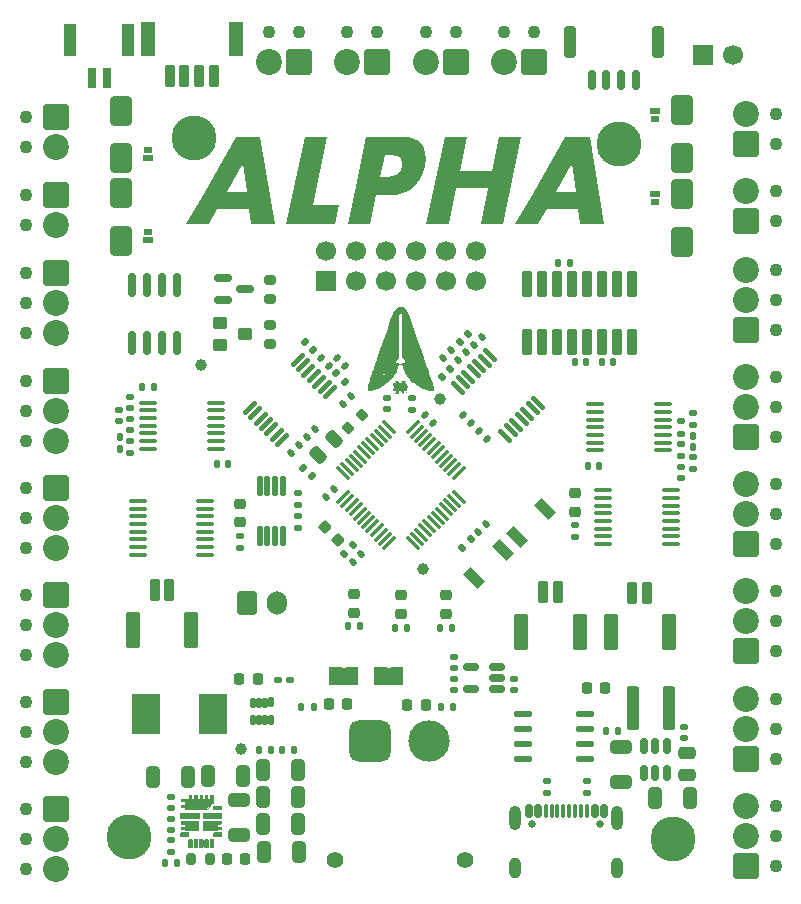
<source format=gbr>
%TF.GenerationSoftware,KiCad,Pcbnew,9.0.4*%
%TF.CreationDate,2025-10-16T14:13:28-04:00*%
%TF.ProjectId,Alpha_Breakout,416c7068-615f-4427-9265-616b6f75742e,rev?*%
%TF.SameCoordinates,Original*%
%TF.FileFunction,Soldermask,Top*%
%TF.FilePolarity,Negative*%
%FSLAX46Y46*%
G04 Gerber Fmt 4.6, Leading zero omitted, Abs format (unit mm)*
G04 Created by KiCad (PCBNEW 9.0.4) date 2025-10-16 14:13:28*
%MOMM*%
%LPD*%
G01*
G04 APERTURE LIST*
G04 Aperture macros list*
%AMRoundRect*
0 Rectangle with rounded corners*
0 $1 Rounding radius*
0 $2 $3 $4 $5 $6 $7 $8 $9 X,Y pos of 4 corners*
0 Add a 4 corners polygon primitive as box body*
4,1,4,$2,$3,$4,$5,$6,$7,$8,$9,$2,$3,0*
0 Add four circle primitives for the rounded corners*
1,1,$1+$1,$2,$3*
1,1,$1+$1,$4,$5*
1,1,$1+$1,$6,$7*
1,1,$1+$1,$8,$9*
0 Add four rect primitives between the rounded corners*
20,1,$1+$1,$2,$3,$4,$5,0*
20,1,$1+$1,$4,$5,$6,$7,0*
20,1,$1+$1,$6,$7,$8,$9,0*
20,1,$1+$1,$8,$9,$2,$3,0*%
%AMRotRect*
0 Rectangle, with rotation*
0 The origin of the aperture is its center*
0 $1 length*
0 $2 width*
0 $3 Rotation angle, in degrees counterclockwise*
0 Add horizontal line*
21,1,$1,$2,0,0,$3*%
%AMFreePoly0*
4,1,6,1.000000,0.000000,0.500000,-0.750000,-0.500000,-0.750000,-0.500000,0.750000,0.500000,0.750000,1.000000,0.000000,1.000000,0.000000,$1*%
%AMFreePoly1*
4,1,6,0.500000,-0.750000,-0.650000,-0.750000,-0.150000,0.000000,-0.650000,0.750000,0.500000,0.750000,0.500000,-0.750000,0.500000,-0.750000,$1*%
G04 Aperture macros list end*
%ADD10C,0.300000*%
%ADD11C,0.000000*%
%ADD12C,0.010000*%
%ADD13RoundRect,0.140000X0.170000X-0.140000X0.170000X0.140000X-0.170000X0.140000X-0.170000X-0.140000X0*%
%ADD14C,1.100000*%
%ADD15RoundRect,0.249999X-0.850001X0.850001X-0.850001X-0.850001X0.850001X-0.850001X0.850001X0.850001X0*%
%ADD16C,2.200000*%
%ADD17RoundRect,0.135000X0.135000X0.185000X-0.135000X0.185000X-0.135000X-0.185000X0.135000X-0.185000X0*%
%ADD18RoundRect,0.140000X-0.021213X0.219203X-0.219203X0.021213X0.021213X-0.219203X0.219203X-0.021213X0*%
%ADD19RoundRect,0.135000X-0.185000X0.135000X-0.185000X-0.135000X0.185000X-0.135000X0.185000X0.135000X0*%
%ADD20RoundRect,0.249999X0.850001X-0.850001X0.850001X0.850001X-0.850001X0.850001X-0.850001X-0.850001X0*%
%ADD21RoundRect,0.250000X-0.650000X1.000000X-0.650000X-1.000000X0.650000X-1.000000X0.650000X1.000000X0*%
%ADD22RoundRect,0.140000X-0.170000X0.140000X-0.170000X-0.140000X0.170000X-0.140000X0.170000X0.140000X0*%
%ADD23RoundRect,0.135000X0.185000X-0.135000X0.185000X0.135000X-0.185000X0.135000X-0.185000X-0.135000X0*%
%ADD24RoundRect,0.250000X-0.325000X-0.650000X0.325000X-0.650000X0.325000X0.650000X-0.325000X0.650000X0*%
%ADD25RoundRect,0.135000X-0.035355X0.226274X-0.226274X0.035355X0.035355X-0.226274X0.226274X-0.035355X0*%
%ADD26RoundRect,0.249999X0.850001X0.850001X-0.850001X0.850001X-0.850001X-0.850001X0.850001X-0.850001X0*%
%ADD27RoundRect,0.102000X-0.300000X-0.850000X0.300000X-0.850000X0.300000X0.850000X-0.300000X0.850000X0*%
%ADD28RoundRect,0.102000X-0.500000X-1.400000X0.500000X-1.400000X0.500000X1.400000X-0.500000X1.400000X0*%
%ADD29RoundRect,0.135000X-0.135000X-0.185000X0.135000X-0.185000X0.135000X0.185000X-0.135000X0.185000X0*%
%ADD30RoundRect,0.140000X0.140000X0.170000X-0.140000X0.170000X-0.140000X-0.170000X0.140000X-0.170000X0*%
%ADD31RoundRect,0.100000X0.637500X0.100000X-0.637500X0.100000X-0.637500X-0.100000X0.637500X-0.100000X0*%
%ADD32C,1.000000*%
%ADD33RoundRect,0.102000X0.075000X-0.190000X0.075000X0.190000X-0.075000X0.190000X-0.075000X-0.190000X0*%
%ADD34RoundRect,0.102000X0.315000X-0.190000X0.315000X0.190000X-0.315000X0.190000X-0.315000X-0.190000X0*%
%ADD35RoundRect,0.218750X-0.256250X0.218750X-0.256250X-0.218750X0.256250X-0.218750X0.256250X0.218750X0*%
%ADD36RoundRect,0.218750X-0.218750X-0.256250X0.218750X-0.256250X0.218750X0.256250X-0.218750X0.256250X0*%
%ADD37C,1.400000*%
%ADD38RoundRect,0.770000X0.980000X0.980000X-0.980000X0.980000X-0.980000X-0.980000X0.980000X-0.980000X0*%
%ADD39C,3.500000*%
%ADD40FreePoly0,180.000000*%
%ADD41FreePoly1,180.000000*%
%ADD42RoundRect,0.250000X0.650000X-0.325000X0.650000X0.325000X-0.650000X0.325000X-0.650000X-0.325000X0*%
%ADD43RoundRect,0.100500X-0.301500X0.986500X-0.301500X-0.986500X0.301500X-0.986500X0.301500X0.986500X0*%
%ADD44RoundRect,0.100000X0.380070X0.521491X-0.521491X-0.380070X-0.380070X-0.521491X0.521491X0.380070X0*%
%ADD45RoundRect,0.102000X-0.450000X0.400000X-0.450000X-0.400000X0.450000X-0.400000X0.450000X0.400000X0*%
%ADD46RotRect,0.900000X1.700000X225.000000*%
%ADD47RoundRect,0.140000X-0.219203X-0.021213X-0.021213X-0.219203X0.219203X0.021213X0.021213X0.219203X0*%
%ADD48RoundRect,0.100000X-0.637500X-0.100000X0.637500X-0.100000X0.637500X0.100000X-0.637500X0.100000X0*%
%ADD49RoundRect,0.250000X0.650000X-1.000000X0.650000X1.000000X-0.650000X1.000000X-0.650000X-1.000000X0*%
%ADD50RoundRect,0.102000X0.300000X0.850000X-0.300000X0.850000X-0.300000X-0.850000X0.300000X-0.850000X0*%
%ADD51RoundRect,0.102000X0.500000X1.350000X-0.500000X1.350000X-0.500000X-1.350000X0.500000X-1.350000X0*%
%ADD52RoundRect,0.250000X0.475000X-0.250000X0.475000X0.250000X-0.475000X0.250000X-0.475000X-0.250000X0*%
%ADD53C,3.800000*%
%ADD54RoundRect,0.140000X0.219203X0.021213X0.021213X0.219203X-0.219203X-0.021213X-0.021213X-0.219203X0*%
%ADD55RoundRect,0.135000X0.226274X0.035355X0.035355X0.226274X-0.226274X-0.035355X-0.035355X-0.226274X0*%
%ADD56RoundRect,0.150000X0.150000X-0.825000X0.150000X0.825000X-0.150000X0.825000X-0.150000X-0.825000X0*%
%ADD57R,2.362200X3.505200*%
%ADD58RoundRect,0.225000X-0.250000X0.225000X-0.250000X-0.225000X0.250000X-0.225000X0.250000X0.225000X0*%
%ADD59RoundRect,0.250000X-0.600000X-0.750000X0.600000X-0.750000X0.600000X0.750000X-0.600000X0.750000X0*%
%ADD60O,1.700000X2.000000*%
%ADD61RoundRect,0.140000X-0.140000X-0.170000X0.140000X-0.170000X0.140000X0.170000X-0.140000X0.170000X0*%
%ADD62RoundRect,0.102000X-0.075000X0.190000X-0.075000X-0.190000X0.075000X-0.190000X0.075000X0.190000X0*%
%ADD63RoundRect,0.102000X-0.315000X0.190000X-0.315000X-0.190000X0.315000X-0.190000X0.315000X0.190000X0*%
%ADD64RoundRect,0.225000X0.250000X-0.225000X0.250000X0.225000X-0.250000X0.225000X-0.250000X-0.225000X0*%
%ADD65R,0.660400X1.803400*%
%ADD66R,1.092200X2.794000*%
%ADD67R,1.700000X1.700000*%
%ADD68C,1.700000*%
%ADD69RoundRect,0.100000X-0.521491X0.380070X0.380070X-0.521491X0.521491X-0.380070X-0.380070X0.521491X0*%
%ADD70RoundRect,0.135000X-0.226274X-0.035355X-0.035355X-0.226274X0.226274X0.035355X0.035355X0.226274X0*%
%ADD71RoundRect,0.200000X-0.200000X-0.275000X0.200000X-0.275000X0.200000X0.275000X-0.200000X0.275000X0*%
%ADD72RoundRect,0.225000X0.225000X0.250000X-0.225000X0.250000X-0.225000X-0.250000X0.225000X-0.250000X0*%
%ADD73RoundRect,0.150000X0.150000X0.700000X-0.150000X0.700000X-0.150000X-0.700000X0.150000X-0.700000X0*%
%ADD74RoundRect,0.250000X0.250000X1.100000X-0.250000X1.100000X-0.250000X-1.100000X0.250000X-1.100000X0*%
%ADD75RoundRect,0.150000X-0.587500X-0.150000X0.587500X-0.150000X0.587500X0.150000X-0.587500X0.150000X0*%
%ADD76RoundRect,0.137500X0.612500X0.137500X-0.612500X0.137500X-0.612500X-0.137500X0.612500X-0.137500X0*%
%ADD77RoundRect,0.150000X0.150000X-0.512500X0.150000X0.512500X-0.150000X0.512500X-0.150000X-0.512500X0*%
%ADD78C,0.650000*%
%ADD79RoundRect,0.150000X-0.150000X-0.425000X0.150000X-0.425000X0.150000X0.425000X-0.150000X0.425000X0*%
%ADD80RoundRect,0.075000X-0.075000X-0.500000X0.075000X-0.500000X0.075000X0.500000X-0.075000X0.500000X0*%
%ADD81O,1.000000X2.100000*%
%ADD82O,1.000000X1.800000*%
%ADD83RoundRect,0.200000X0.053033X-0.335876X0.335876X-0.053033X-0.053033X0.335876X-0.335876X0.053033X0*%
%ADD84RoundRect,0.135000X0.035355X-0.226274X0.226274X-0.035355X-0.035355X0.226274X-0.226274X0.035355X0*%
%ADD85RoundRect,0.102000X-0.150000X-0.335000X0.150000X-0.335000X0.150000X0.335000X-0.150000X0.335000X0*%
%ADD86RoundRect,0.250000X-0.650000X0.325000X-0.650000X-0.325000X0.650000X-0.325000X0.650000X0.325000X0*%
%ADD87RoundRect,0.075000X-0.415425X-0.521491X0.521491X0.415425X0.415425X0.521491X-0.521491X-0.415425X0*%
%ADD88RoundRect,0.075000X0.415425X-0.521491X0.521491X-0.415425X-0.415425X0.521491X-0.521491X0.415425X0*%
%ADD89RoundRect,0.250000X0.300000X1.600000X-0.300000X1.600000X-0.300000X-1.600000X0.300000X-1.600000X0*%
%ADD90RoundRect,0.218750X0.218750X0.256250X-0.218750X0.256250X-0.218750X-0.256250X0.218750X-0.256250X0*%
%ADD91RoundRect,0.200000X0.275000X-0.200000X0.275000X0.200000X-0.275000X0.200000X-0.275000X-0.200000X0*%
%ADD92RoundRect,0.140000X0.021213X-0.219203X0.219203X-0.021213X-0.021213X0.219203X-0.219203X0.021213X0*%
%ADD93RoundRect,0.225000X-0.335876X-0.017678X-0.017678X-0.335876X0.335876X0.017678X0.017678X0.335876X0*%
%ADD94RoundRect,0.150000X0.512500X0.150000X-0.512500X0.150000X-0.512500X-0.150000X0.512500X-0.150000X0*%
%ADD95RoundRect,0.125000X-0.125000X0.687500X-0.125000X-0.687500X0.125000X-0.687500X0.125000X0.687500X0*%
%ADD96RoundRect,0.250000X0.159099X-0.512652X0.512652X-0.159099X-0.159099X0.512652X-0.512652X0.159099X0*%
G04 APERTURE END LIST*
D10*
G36*
X137720560Y-79610001D02*
G01*
X135717219Y-79610001D01*
X135553087Y-78324306D01*
X132868859Y-78324306D01*
X132170446Y-79610001D01*
X130167105Y-79610001D01*
X131768781Y-76847125D01*
X133674555Y-76847125D01*
X135362028Y-76847125D01*
X135028637Y-74391996D01*
X133674555Y-76847125D01*
X131768781Y-76847125D01*
X134456742Y-72210419D01*
X136507527Y-72210419D01*
X137720560Y-79610001D01*
G37*
G36*
X142118335Y-72210419D02*
G01*
X140921118Y-77968689D01*
X143182196Y-77968689D01*
X142841111Y-79610001D01*
X138707056Y-79610001D01*
X140245359Y-72210419D01*
X142118335Y-72210419D01*
G37*
G36*
X149050906Y-72244990D02*
G01*
X149523377Y-72376236D01*
X149887504Y-72577239D01*
X150164610Y-72845145D01*
X150362248Y-73177992D01*
X150478903Y-73580035D01*
X150507400Y-74070295D01*
X150430041Y-74672387D01*
X150266380Y-75249435D01*
X150039832Y-75738578D01*
X149753205Y-76152249D01*
X149405076Y-76499629D01*
X148999991Y-76776782D01*
X148539859Y-76978389D01*
X148014723Y-77104038D01*
X147411994Y-77148033D01*
X146303253Y-77148033D01*
X145794190Y-79596323D01*
X143921214Y-79596323D01*
X144752743Y-75596480D01*
X146625532Y-75596480D01*
X147248717Y-75596480D01*
X147651148Y-75554669D01*
X147957562Y-75440385D01*
X148190550Y-75261028D01*
X148363156Y-75010926D01*
X148476709Y-74672387D01*
X148503066Y-74323796D01*
X148433652Y-74080638D01*
X148282273Y-73908270D01*
X148030433Y-73793337D01*
X147632972Y-73748294D01*
X147009787Y-73748294D01*
X146625532Y-75596480D01*
X144752743Y-75596480D01*
X145459516Y-72196742D01*
X148441233Y-72196742D01*
X149050906Y-72244990D01*
G37*
G36*
X153375854Y-75069037D02*
G01*
X156104963Y-75069037D01*
X156702076Y-72196742D01*
X158575052Y-72196742D01*
X157033757Y-79610001D01*
X155160781Y-79610001D01*
X155792088Y-76573573D01*
X153062979Y-76573573D01*
X152431673Y-79610001D01*
X150558696Y-79610001D01*
X152099991Y-72196742D01*
X153972967Y-72196742D01*
X153375854Y-75069037D01*
G37*
G36*
X165588668Y-79610001D02*
G01*
X163585327Y-79610001D01*
X163421196Y-78324306D01*
X160736967Y-78324306D01*
X160038555Y-79610001D01*
X158035214Y-79610001D01*
X159636890Y-76847125D01*
X161542663Y-76847125D01*
X163230137Y-76847125D01*
X162896746Y-74391996D01*
X161542663Y-76847125D01*
X159636890Y-76847125D01*
X162324851Y-72210419D01*
X164375636Y-72210419D01*
X165588668Y-79610001D01*
G37*
D11*
%TO.C,JP2*%
G36*
X144749999Y-118650000D02*
G01*
X142299999Y-118650000D01*
X142299999Y-117150000D01*
X144749999Y-117150000D01*
X144749999Y-118650000D01*
G37*
%TO.C,JP1*%
G36*
X148549999Y-118650000D02*
G01*
X146099999Y-118650000D01*
X146099999Y-117150000D01*
X148549999Y-117150000D01*
X148549999Y-118650000D01*
G37*
%TO.C,G\u002A\u002A\u002A*%
G36*
X148918837Y-93870438D02*
G01*
X148920000Y-93880000D01*
X148889561Y-93918837D01*
X148880000Y-93920000D01*
X148841162Y-93889561D01*
X148840000Y-93880000D01*
X148870438Y-93841162D01*
X148880000Y-93840000D01*
X148918837Y-93870438D01*
G37*
G36*
X148732485Y-92845234D02*
G01*
X148785676Y-92866969D01*
X148799931Y-92914252D01*
X148800000Y-92920000D01*
X148773932Y-92986002D01*
X148737639Y-93000000D01*
X148696237Y-93019391D01*
X148700000Y-93040000D01*
X148756517Y-93073809D01*
X148800953Y-93080000D01*
X148885437Y-93116464D01*
X148939939Y-93220064D01*
X148959977Y-93382104D01*
X148960000Y-93388470D01*
X148937693Y-93537740D01*
X148878495Y-93652733D01*
X148793991Y-93714459D01*
X148757731Y-93720000D01*
X148700561Y-93739918D01*
X148680642Y-93812688D01*
X148680000Y-93840000D01*
X148662348Y-93934757D01*
X148621027Y-93960000D01*
X148564023Y-93927554D01*
X148504588Y-93848581D01*
X148500000Y-93840000D01*
X148438215Y-93753723D01*
X148354990Y-93724105D01*
X148308972Y-93723157D01*
X148236253Y-93730320D01*
X148224585Y-93743836D01*
X148230000Y-93746491D01*
X148268662Y-93797637D01*
X148280000Y-93863333D01*
X148270800Y-93925526D01*
X148228341Y-93953286D01*
X148130334Y-93959974D01*
X148118744Y-93960000D01*
X147995147Y-93946131D01*
X147935648Y-93901839D01*
X147932245Y-93894215D01*
X147941096Y-93817076D01*
X147981145Y-93774215D01*
X148019188Y-93740455D01*
X148002911Y-93724616D01*
X147920972Y-93720121D01*
X147887645Y-93720000D01*
X147779594Y-93713718D01*
X147730558Y-93688566D01*
X147720000Y-93642360D01*
X147737750Y-93566208D01*
X147758722Y-93540789D01*
X147782279Y-93491841D01*
X147791406Y-93405226D01*
X147790100Y-93380000D01*
X147960000Y-93380000D01*
X147970046Y-93472535D01*
X147994750Y-93518790D01*
X148000000Y-93520000D01*
X148026438Y-93484836D01*
X148037877Y-93410000D01*
X148201417Y-93410000D01*
X148211386Y-93516990D01*
X148247044Y-93558489D01*
X148260000Y-93560000D01*
X148312305Y-93533265D01*
X148318582Y-93510000D01*
X148298842Y-93440396D01*
X148260000Y-93360000D01*
X148222610Y-93294594D01*
X148409015Y-93294594D01*
X148441407Y-93362629D01*
X148487157Y-93430195D01*
X148512581Y-93420635D01*
X148518694Y-93354194D01*
X148681841Y-93354194D01*
X148682121Y-93446927D01*
X148697326Y-93518965D01*
X148706666Y-93533333D01*
X148738869Y-93556036D01*
X148754748Y-93530628D01*
X148759783Y-93443406D01*
X148760000Y-93400000D01*
X148751128Y-93299807D01*
X148728966Y-93244079D01*
X148720000Y-93240000D01*
X148694973Y-93274105D01*
X148681841Y-93354194D01*
X148518694Y-93354194D01*
X148520000Y-93340000D01*
X148499136Y-93259572D01*
X148460000Y-93240000D01*
X148409272Y-93250599D01*
X148409015Y-93294594D01*
X148222610Y-93294594D01*
X148202834Y-93260000D01*
X148201417Y-93410000D01*
X148037877Y-93410000D01*
X148039654Y-93398373D01*
X148040000Y-93380000D01*
X148029953Y-93287464D01*
X148005249Y-93241209D01*
X148000000Y-93240000D01*
X147973561Y-93275163D01*
X147960345Y-93361626D01*
X147960000Y-93380000D01*
X147790100Y-93380000D01*
X147786676Y-93313885D01*
X147768657Y-93250759D01*
X147753518Y-93240000D01*
X147727542Y-93205988D01*
X147720000Y-93148032D01*
X147730054Y-93086720D01*
X147775809Y-93066750D01*
X147855275Y-93071856D01*
X147954160Y-93070889D01*
X148014876Y-93047459D01*
X148017636Y-93043824D01*
X148011208Y-93006319D01*
X147982360Y-93000000D01*
X147930911Y-92966558D01*
X147920000Y-92920000D01*
X147937041Y-92863296D01*
X148002213Y-92841852D01*
X148050000Y-92840252D01*
X148158450Y-92859941D01*
X148231918Y-92933022D01*
X148245269Y-92955252D01*
X148325812Y-93046622D01*
X148415269Y-93070000D01*
X148492700Y-93058504D01*
X148520000Y-93035000D01*
X148489415Y-93000985D01*
X148480000Y-93000000D01*
X148447500Y-92966498D01*
X148440000Y-92920000D01*
X148451777Y-92870006D01*
X148500681Y-92846365D01*
X148607069Y-92840030D01*
X148620000Y-92840000D01*
X148732485Y-92845234D01*
G37*
G36*
X148612733Y-86658946D02*
G01*
X148798402Y-86788376D01*
X148802884Y-86792632D01*
X148855082Y-86846940D01*
X148901964Y-86909075D01*
X148948322Y-86989775D01*
X148998949Y-87099775D01*
X149058636Y-87249812D01*
X149132177Y-87450622D01*
X149224364Y-87712942D01*
X149261482Y-87820000D01*
X149405667Y-88235986D01*
X149571420Y-88712865D01*
X149753662Y-89236098D01*
X149947314Y-89791144D01*
X150147298Y-90363465D01*
X150348536Y-90938520D01*
X150545949Y-91501771D01*
X150734460Y-92038678D01*
X150812281Y-92260000D01*
X150928731Y-92594513D01*
X151019169Y-92863077D01*
X151086158Y-93074465D01*
X151132260Y-93237448D01*
X151160040Y-93360799D01*
X151172059Y-93453292D01*
X151172881Y-93494194D01*
X151161772Y-93616724D01*
X151139582Y-93706770D01*
X151126312Y-93729687D01*
X151063968Y-93743033D01*
X150942522Y-93729868D01*
X150777017Y-93693728D01*
X150582495Y-93638149D01*
X150373998Y-93566667D01*
X150281995Y-93531203D01*
X149874456Y-93333111D01*
X149505751Y-93083593D01*
X149444743Y-93028145D01*
X149981794Y-93028145D01*
X149999611Y-93090936D01*
X150040000Y-93120000D01*
X150080033Y-93088333D01*
X150093973Y-93061281D01*
X150090365Y-92995037D01*
X150040414Y-92967114D01*
X150001746Y-92978920D01*
X149981794Y-93028145D01*
X149444743Y-93028145D01*
X149184069Y-92791227D01*
X148917598Y-92464588D01*
X148756068Y-92184326D01*
X150332345Y-92184326D01*
X150339046Y-92198457D01*
X150380031Y-92222247D01*
X150425256Y-92195637D01*
X150459961Y-92139312D01*
X150441695Y-92105695D01*
X150386624Y-92090267D01*
X150340322Y-92125380D01*
X150332345Y-92184326D01*
X148756068Y-92184326D01*
X148714529Y-92112255D01*
X148586128Y-91755049D01*
X148559148Y-91658150D01*
X149099852Y-91658150D01*
X149102801Y-91684532D01*
X149158764Y-91718586D01*
X149216973Y-91684620D01*
X149220000Y-91680000D01*
X149230788Y-91615476D01*
X149191669Y-91583464D01*
X149136879Y-91602589D01*
X149099852Y-91658150D01*
X148559148Y-91658150D01*
X148551873Y-91632022D01*
X148517460Y-91566627D01*
X148464156Y-91538682D01*
X148375553Y-91528183D01*
X148219794Y-91516367D01*
X148170195Y-91728183D01*
X148040421Y-92110328D01*
X147838930Y-92468175D01*
X147571805Y-92796054D01*
X147245128Y-93088298D01*
X146864983Y-93339238D01*
X146437452Y-93543208D01*
X146097388Y-93659635D01*
X145897327Y-93716394D01*
X145760706Y-93748201D01*
X145674225Y-93752712D01*
X145624583Y-93727577D01*
X145598480Y-93670453D01*
X145582617Y-93578990D01*
X145581177Y-93568558D01*
X145576957Y-93539893D01*
X145573668Y-93512789D01*
X145572653Y-93483174D01*
X145575256Y-93446975D01*
X145582821Y-93400120D01*
X145596693Y-93338539D01*
X145605853Y-93304326D01*
X145932345Y-93304326D01*
X145939046Y-93318457D01*
X145980031Y-93342247D01*
X146025256Y-93315637D01*
X146059961Y-93259312D01*
X146041695Y-93225695D01*
X145986624Y-93210267D01*
X145940322Y-93245380D01*
X145932345Y-93304326D01*
X145605853Y-93304326D01*
X145618215Y-93258157D01*
X145648731Y-93154904D01*
X145689585Y-93024707D01*
X145742121Y-92863494D01*
X145807684Y-92667194D01*
X145887617Y-92431733D01*
X145933227Y-92298837D01*
X146899568Y-92298837D01*
X146902801Y-92324532D01*
X146960402Y-92358954D01*
X147010577Y-92336089D01*
X147019786Y-92282827D01*
X147012572Y-92255068D01*
X146980084Y-92219662D01*
X146935769Y-92243511D01*
X146899568Y-92298837D01*
X145933227Y-92298837D01*
X145983264Y-92153041D01*
X146095970Y-91827044D01*
X146227077Y-91449671D01*
X146299368Y-91242261D01*
X148000000Y-91242261D01*
X148007104Y-91353567D01*
X148036881Y-91393520D01*
X148102031Y-91370144D01*
X148151099Y-91337731D01*
X148215191Y-91298333D01*
X148237550Y-91312549D01*
X148240000Y-91357731D01*
X148254833Y-91414239D01*
X148313783Y-91437116D01*
X148380000Y-91440000D01*
X148480979Y-91428365D01*
X148518775Y-91389182D01*
X148520000Y-91375720D01*
X148543869Y-91330705D01*
X148580000Y-91335720D01*
X148674065Y-91373784D01*
X148700000Y-91384279D01*
X148739091Y-91383630D01*
X148756811Y-91329659D01*
X148760000Y-91246540D01*
X148750262Y-91132925D01*
X148708590Y-91062810D01*
X148636305Y-91012261D01*
X148512611Y-90940000D01*
X148516774Y-90417094D01*
X149811617Y-90417094D01*
X149820000Y-90440000D01*
X149864225Y-90463772D01*
X149889029Y-90446970D01*
X149908382Y-90382905D01*
X149900000Y-90360000D01*
X149855774Y-90336227D01*
X149830970Y-90353029D01*
X149811617Y-90417094D01*
X148516774Y-90417094D01*
X148525373Y-89337094D01*
X148731617Y-89337094D01*
X148740000Y-89360000D01*
X148784225Y-89383772D01*
X148809029Y-89366970D01*
X148828382Y-89302905D01*
X148820000Y-89280000D01*
X148775774Y-89256227D01*
X148750970Y-89273029D01*
X148731617Y-89337094D01*
X148525373Y-89337094D01*
X148526305Y-89220000D01*
X148529314Y-88779490D01*
X148530600Y-88411575D01*
X148530075Y-88146468D01*
X148978060Y-88146468D01*
X149008158Y-88191251D01*
X149040000Y-88200000D01*
X149092157Y-88171201D01*
X149098291Y-88162763D01*
X149095693Y-88115345D01*
X149047605Y-88090013D01*
X148999347Y-88100403D01*
X148978060Y-88146468D01*
X148530075Y-88146468D01*
X148530001Y-88108861D01*
X148527357Y-87863958D01*
X148522505Y-87669473D01*
X148515283Y-87518017D01*
X148505530Y-87402197D01*
X148493084Y-87314622D01*
X148483634Y-87270000D01*
X148444848Y-87144184D01*
X148403703Y-87061541D01*
X148376470Y-87040000D01*
X148340764Y-87053388D01*
X148310777Y-87097208D01*
X148286151Y-87176941D01*
X148266528Y-87298069D01*
X148251549Y-87466072D01*
X148240856Y-87686432D01*
X148234090Y-87964631D01*
X148230893Y-88306149D01*
X148230906Y-88716468D01*
X148233772Y-89201070D01*
X148233924Y-89220000D01*
X148247849Y-90940000D01*
X148123924Y-91012261D01*
X148040298Y-91074461D01*
X148005626Y-91151564D01*
X148000000Y-91242261D01*
X146299368Y-91242261D01*
X146349596Y-91098150D01*
X146779852Y-91098150D01*
X146782801Y-91124532D01*
X146838764Y-91158586D01*
X146896973Y-91124620D01*
X146900000Y-91120000D01*
X146910788Y-91055476D01*
X146871669Y-91023464D01*
X146816879Y-91042589D01*
X146779852Y-91098150D01*
X146349596Y-91098150D01*
X146377932Y-91016850D01*
X146549876Y-90524508D01*
X146731779Y-90004257D01*
X147785521Y-90004257D01*
X147786418Y-90062301D01*
X147818178Y-90100227D01*
X147866366Y-90074716D01*
X147899333Y-90017158D01*
X147885180Y-89989180D01*
X147827164Y-89968790D01*
X147785521Y-90004257D01*
X146731779Y-90004257D01*
X146744255Y-89968574D01*
X146962412Y-89344976D01*
X147123464Y-88884663D01*
X147386871Y-88884663D01*
X147427925Y-88920248D01*
X147481932Y-88903689D01*
X147497198Y-88884532D01*
X147489919Y-88833003D01*
X147464230Y-88803511D01*
X147413043Y-88780696D01*
X147387427Y-88815068D01*
X147386871Y-88884663D01*
X147123464Y-88884663D01*
X147188073Y-88700000D01*
X147296306Y-88390473D01*
X147400761Y-88091443D01*
X147497219Y-87815010D01*
X147581462Y-87573276D01*
X147649269Y-87378343D01*
X147657249Y-87355322D01*
X147988397Y-87355322D01*
X147996133Y-87413778D01*
X148004526Y-87425454D01*
X148050553Y-87461876D01*
X148084803Y-87432227D01*
X148094017Y-87366877D01*
X148081819Y-87345819D01*
X148025490Y-87323881D01*
X147988397Y-87355322D01*
X147657249Y-87355322D01*
X147696423Y-87242311D01*
X147707838Y-87209190D01*
X147815407Y-86961648D01*
X147946309Y-86784716D01*
X148107041Y-86670796D01*
X148198242Y-86635800D01*
X148413035Y-86608180D01*
X148612733Y-86658946D01*
G37*
D12*
%TO.C,PS1*%
X130310000Y-131099000D02*
X130316000Y-131099000D01*
X130321000Y-131100000D01*
X130326000Y-131101000D01*
X130331000Y-131103000D01*
X130336000Y-131105000D01*
X130341000Y-131107000D01*
X130345000Y-131109000D01*
X130350000Y-131111000D01*
X130354000Y-131114000D01*
X130359000Y-131117000D01*
X130363000Y-131120000D01*
X130367000Y-131124000D01*
X130371000Y-131127000D01*
X130374000Y-131131000D01*
X130378000Y-131135000D01*
X130381000Y-131139000D01*
X130384000Y-131144000D01*
X130387000Y-131148000D01*
X130389000Y-131153000D01*
X130391000Y-131157000D01*
X130393000Y-131162000D01*
X130395000Y-131167000D01*
X130397000Y-131172000D01*
X130398000Y-131177000D01*
X130399000Y-131182000D01*
X130399000Y-131188000D01*
X130400000Y-131193000D01*
X130400000Y-131198000D01*
X130400000Y-131298000D01*
X130400000Y-131303000D01*
X130399000Y-131308000D01*
X130399000Y-131314000D01*
X130398000Y-131319000D01*
X130397000Y-131324000D01*
X130395000Y-131329000D01*
X130393000Y-131334000D01*
X130391000Y-131339000D01*
X130389000Y-131343000D01*
X130387000Y-131348000D01*
X130384000Y-131352000D01*
X130381000Y-131357000D01*
X130378000Y-131361000D01*
X130374000Y-131365000D01*
X130371000Y-131369000D01*
X130367000Y-131372000D01*
X130363000Y-131376000D01*
X130359000Y-131379000D01*
X130354000Y-131382000D01*
X130350000Y-131385000D01*
X130345000Y-131387000D01*
X130341000Y-131389000D01*
X130336000Y-131391000D01*
X130331000Y-131393000D01*
X130326000Y-131395000D01*
X130321000Y-131396000D01*
X130316000Y-131397000D01*
X130310000Y-131397000D01*
X130305000Y-131398000D01*
X130300000Y-131398000D01*
X129800000Y-131398000D01*
X129795000Y-131398000D01*
X129790000Y-131397000D01*
X129784000Y-131397000D01*
X129779000Y-131396000D01*
X129774000Y-131395000D01*
X129769000Y-131393000D01*
X129764000Y-131391000D01*
X129759000Y-131389000D01*
X129755000Y-131387000D01*
X129750000Y-131385000D01*
X129746000Y-131382000D01*
X129741000Y-131379000D01*
X129737000Y-131376000D01*
X129733000Y-131372000D01*
X129729000Y-131369000D01*
X129726000Y-131365000D01*
X129722000Y-131361000D01*
X129719000Y-131357000D01*
X129716000Y-131352000D01*
X129713000Y-131348000D01*
X129711000Y-131343000D01*
X129709000Y-131339000D01*
X129707000Y-131334000D01*
X129705000Y-131329000D01*
X129703000Y-131324000D01*
X129702000Y-131319000D01*
X129701000Y-131314000D01*
X129701000Y-131308000D01*
X129700000Y-131303000D01*
X129700000Y-131298000D01*
X129700000Y-131198000D01*
X129700000Y-131193000D01*
X129701000Y-131188000D01*
X129701000Y-131182000D01*
X129702000Y-131177000D01*
X129703000Y-131172000D01*
X129705000Y-131167000D01*
X129707000Y-131162000D01*
X129709000Y-131157000D01*
X129711000Y-131153000D01*
X129713000Y-131148000D01*
X129716000Y-131144000D01*
X129719000Y-131139000D01*
X129722000Y-131135000D01*
X129726000Y-131131000D01*
X129729000Y-131127000D01*
X129733000Y-131124000D01*
X129737000Y-131120000D01*
X129741000Y-131117000D01*
X129746000Y-131114000D01*
X129750000Y-131111000D01*
X129755000Y-131109000D01*
X129759000Y-131107000D01*
X129764000Y-131105000D01*
X129769000Y-131103000D01*
X129774000Y-131101000D01*
X129779000Y-131100000D01*
X129784000Y-131099000D01*
X129790000Y-131099000D01*
X129795000Y-131098000D01*
X129800000Y-131098000D01*
X130300000Y-131098000D01*
X130305000Y-131098000D01*
X130310000Y-131099000D01*
G36*
X130310000Y-131099000D02*
G01*
X130316000Y-131099000D01*
X130321000Y-131100000D01*
X130326000Y-131101000D01*
X130331000Y-131103000D01*
X130336000Y-131105000D01*
X130341000Y-131107000D01*
X130345000Y-131109000D01*
X130350000Y-131111000D01*
X130354000Y-131114000D01*
X130359000Y-131117000D01*
X130363000Y-131120000D01*
X130367000Y-131124000D01*
X130371000Y-131127000D01*
X130374000Y-131131000D01*
X130378000Y-131135000D01*
X130381000Y-131139000D01*
X130384000Y-131144000D01*
X130387000Y-131148000D01*
X130389000Y-131153000D01*
X130391000Y-131157000D01*
X130393000Y-131162000D01*
X130395000Y-131167000D01*
X130397000Y-131172000D01*
X130398000Y-131177000D01*
X130399000Y-131182000D01*
X130399000Y-131188000D01*
X130400000Y-131193000D01*
X130400000Y-131198000D01*
X130400000Y-131298000D01*
X130400000Y-131303000D01*
X130399000Y-131308000D01*
X130399000Y-131314000D01*
X130398000Y-131319000D01*
X130397000Y-131324000D01*
X130395000Y-131329000D01*
X130393000Y-131334000D01*
X130391000Y-131339000D01*
X130389000Y-131343000D01*
X130387000Y-131348000D01*
X130384000Y-131352000D01*
X130381000Y-131357000D01*
X130378000Y-131361000D01*
X130374000Y-131365000D01*
X130371000Y-131369000D01*
X130367000Y-131372000D01*
X130363000Y-131376000D01*
X130359000Y-131379000D01*
X130354000Y-131382000D01*
X130350000Y-131385000D01*
X130345000Y-131387000D01*
X130341000Y-131389000D01*
X130336000Y-131391000D01*
X130331000Y-131393000D01*
X130326000Y-131395000D01*
X130321000Y-131396000D01*
X130316000Y-131397000D01*
X130310000Y-131397000D01*
X130305000Y-131398000D01*
X130300000Y-131398000D01*
X129800000Y-131398000D01*
X129795000Y-131398000D01*
X129790000Y-131397000D01*
X129784000Y-131397000D01*
X129779000Y-131396000D01*
X129774000Y-131395000D01*
X129769000Y-131393000D01*
X129764000Y-131391000D01*
X129759000Y-131389000D01*
X129755000Y-131387000D01*
X129750000Y-131385000D01*
X129746000Y-131382000D01*
X129741000Y-131379000D01*
X129737000Y-131376000D01*
X129733000Y-131372000D01*
X129729000Y-131369000D01*
X129726000Y-131365000D01*
X129722000Y-131361000D01*
X129719000Y-131357000D01*
X129716000Y-131352000D01*
X129713000Y-131348000D01*
X129711000Y-131343000D01*
X129709000Y-131339000D01*
X129707000Y-131334000D01*
X129705000Y-131329000D01*
X129703000Y-131324000D01*
X129702000Y-131319000D01*
X129701000Y-131314000D01*
X129701000Y-131308000D01*
X129700000Y-131303000D01*
X129700000Y-131298000D01*
X129700000Y-131198000D01*
X129700000Y-131193000D01*
X129701000Y-131188000D01*
X129701000Y-131182000D01*
X129702000Y-131177000D01*
X129703000Y-131172000D01*
X129705000Y-131167000D01*
X129707000Y-131162000D01*
X129709000Y-131157000D01*
X129711000Y-131153000D01*
X129713000Y-131148000D01*
X129716000Y-131144000D01*
X129719000Y-131139000D01*
X129722000Y-131135000D01*
X129726000Y-131131000D01*
X129729000Y-131127000D01*
X129733000Y-131124000D01*
X129737000Y-131120000D01*
X129741000Y-131117000D01*
X129746000Y-131114000D01*
X129750000Y-131111000D01*
X129755000Y-131109000D01*
X129759000Y-131107000D01*
X129764000Y-131105000D01*
X129769000Y-131103000D01*
X129774000Y-131101000D01*
X129779000Y-131100000D01*
X129784000Y-131099000D01*
X129790000Y-131099000D01*
X129795000Y-131098000D01*
X129800000Y-131098000D01*
X130300000Y-131098000D01*
X130305000Y-131098000D01*
X130310000Y-131099000D01*
G37*
X130610000Y-131674000D02*
X130616000Y-131674000D01*
X130621000Y-131675000D01*
X130626000Y-131676000D01*
X130631000Y-131678000D01*
X130636000Y-131680000D01*
X130641000Y-131682000D01*
X130645000Y-131684000D01*
X130650000Y-131686000D01*
X130654000Y-131689000D01*
X130659000Y-131692000D01*
X130663000Y-131695000D01*
X130667000Y-131699000D01*
X130671000Y-131702000D01*
X130674000Y-131706000D01*
X130678000Y-131710000D01*
X130681000Y-131714000D01*
X130684000Y-131719000D01*
X130687000Y-131723000D01*
X130689000Y-131728000D01*
X130691000Y-131732000D01*
X130693000Y-131737000D01*
X130695000Y-131742000D01*
X130697000Y-131747000D01*
X130698000Y-131752000D01*
X130699000Y-131757000D01*
X130699000Y-131763000D01*
X130700000Y-131768000D01*
X130700000Y-131773000D01*
X130700000Y-132273000D01*
X130700000Y-132278000D01*
X130699000Y-132283000D01*
X130699000Y-132289000D01*
X130698000Y-132294000D01*
X130697000Y-132299000D01*
X130695000Y-132304000D01*
X130693000Y-132309000D01*
X130691000Y-132314000D01*
X130689000Y-132318000D01*
X130687000Y-132323000D01*
X130684000Y-132327000D01*
X130681000Y-132332000D01*
X130678000Y-132336000D01*
X130674000Y-132340000D01*
X130671000Y-132344000D01*
X130667000Y-132347000D01*
X130663000Y-132351000D01*
X130659000Y-132354000D01*
X130654000Y-132357000D01*
X130650000Y-132360000D01*
X130645000Y-132362000D01*
X130641000Y-132364000D01*
X130636000Y-132366000D01*
X130631000Y-132368000D01*
X130626000Y-132370000D01*
X130621000Y-132371000D01*
X130616000Y-132372000D01*
X130610000Y-132372000D01*
X130605000Y-132373000D01*
X130600000Y-132373000D01*
X130500000Y-132373000D01*
X130495000Y-132373000D01*
X130490000Y-132372000D01*
X130484000Y-132372000D01*
X130479000Y-132371000D01*
X130474000Y-132370000D01*
X130469000Y-132368000D01*
X130464000Y-132366000D01*
X130459000Y-132364000D01*
X130455000Y-132362000D01*
X130450000Y-132360000D01*
X130446000Y-132357000D01*
X130441000Y-132354000D01*
X130437000Y-132351000D01*
X130433000Y-132347000D01*
X130429000Y-132344000D01*
X130426000Y-132340000D01*
X130422000Y-132336000D01*
X130419000Y-132332000D01*
X130416000Y-132327000D01*
X130413000Y-132323000D01*
X130411000Y-132318000D01*
X130409000Y-132314000D01*
X130407000Y-132309000D01*
X130405000Y-132304000D01*
X130403000Y-132299000D01*
X130402000Y-132294000D01*
X130401000Y-132289000D01*
X130401000Y-132283000D01*
X130400000Y-132278000D01*
X130400000Y-132273000D01*
X130400000Y-131773000D01*
X130400000Y-131768000D01*
X130401000Y-131763000D01*
X130401000Y-131757000D01*
X130402000Y-131752000D01*
X130403000Y-131747000D01*
X130405000Y-131742000D01*
X130407000Y-131737000D01*
X130409000Y-131732000D01*
X130411000Y-131728000D01*
X130413000Y-131723000D01*
X130416000Y-131719000D01*
X130419000Y-131714000D01*
X130422000Y-131710000D01*
X130426000Y-131706000D01*
X130429000Y-131702000D01*
X130433000Y-131699000D01*
X130437000Y-131695000D01*
X130441000Y-131692000D01*
X130446000Y-131689000D01*
X130450000Y-131686000D01*
X130455000Y-131684000D01*
X130459000Y-131682000D01*
X130464000Y-131680000D01*
X130469000Y-131678000D01*
X130474000Y-131676000D01*
X130479000Y-131675000D01*
X130484000Y-131674000D01*
X130490000Y-131674000D01*
X130495000Y-131673000D01*
X130500000Y-131673000D01*
X130600000Y-131673000D01*
X130605000Y-131673000D01*
X130610000Y-131674000D01*
G36*
X130610000Y-131674000D02*
G01*
X130616000Y-131674000D01*
X130621000Y-131675000D01*
X130626000Y-131676000D01*
X130631000Y-131678000D01*
X130636000Y-131680000D01*
X130641000Y-131682000D01*
X130645000Y-131684000D01*
X130650000Y-131686000D01*
X130654000Y-131689000D01*
X130659000Y-131692000D01*
X130663000Y-131695000D01*
X130667000Y-131699000D01*
X130671000Y-131702000D01*
X130674000Y-131706000D01*
X130678000Y-131710000D01*
X130681000Y-131714000D01*
X130684000Y-131719000D01*
X130687000Y-131723000D01*
X130689000Y-131728000D01*
X130691000Y-131732000D01*
X130693000Y-131737000D01*
X130695000Y-131742000D01*
X130697000Y-131747000D01*
X130698000Y-131752000D01*
X130699000Y-131757000D01*
X130699000Y-131763000D01*
X130700000Y-131768000D01*
X130700000Y-131773000D01*
X130700000Y-132273000D01*
X130700000Y-132278000D01*
X130699000Y-132283000D01*
X130699000Y-132289000D01*
X130698000Y-132294000D01*
X130697000Y-132299000D01*
X130695000Y-132304000D01*
X130693000Y-132309000D01*
X130691000Y-132314000D01*
X130689000Y-132318000D01*
X130687000Y-132323000D01*
X130684000Y-132327000D01*
X130681000Y-132332000D01*
X130678000Y-132336000D01*
X130674000Y-132340000D01*
X130671000Y-132344000D01*
X130667000Y-132347000D01*
X130663000Y-132351000D01*
X130659000Y-132354000D01*
X130654000Y-132357000D01*
X130650000Y-132360000D01*
X130645000Y-132362000D01*
X130641000Y-132364000D01*
X130636000Y-132366000D01*
X130631000Y-132368000D01*
X130626000Y-132370000D01*
X130621000Y-132371000D01*
X130616000Y-132372000D01*
X130610000Y-132372000D01*
X130605000Y-132373000D01*
X130600000Y-132373000D01*
X130500000Y-132373000D01*
X130495000Y-132373000D01*
X130490000Y-132372000D01*
X130484000Y-132372000D01*
X130479000Y-132371000D01*
X130474000Y-132370000D01*
X130469000Y-132368000D01*
X130464000Y-132366000D01*
X130459000Y-132364000D01*
X130455000Y-132362000D01*
X130450000Y-132360000D01*
X130446000Y-132357000D01*
X130441000Y-132354000D01*
X130437000Y-132351000D01*
X130433000Y-132347000D01*
X130429000Y-132344000D01*
X130426000Y-132340000D01*
X130422000Y-132336000D01*
X130419000Y-132332000D01*
X130416000Y-132327000D01*
X130413000Y-132323000D01*
X130411000Y-132318000D01*
X130409000Y-132314000D01*
X130407000Y-132309000D01*
X130405000Y-132304000D01*
X130403000Y-132299000D01*
X130402000Y-132294000D01*
X130401000Y-132289000D01*
X130401000Y-132283000D01*
X130400000Y-132278000D01*
X130400000Y-132273000D01*
X130400000Y-131773000D01*
X130400000Y-131768000D01*
X130401000Y-131763000D01*
X130401000Y-131757000D01*
X130402000Y-131752000D01*
X130403000Y-131747000D01*
X130405000Y-131742000D01*
X130407000Y-131737000D01*
X130409000Y-131732000D01*
X130411000Y-131728000D01*
X130413000Y-131723000D01*
X130416000Y-131719000D01*
X130419000Y-131714000D01*
X130422000Y-131710000D01*
X130426000Y-131706000D01*
X130429000Y-131702000D01*
X130433000Y-131699000D01*
X130437000Y-131695000D01*
X130441000Y-131692000D01*
X130446000Y-131689000D01*
X130450000Y-131686000D01*
X130455000Y-131684000D01*
X130459000Y-131682000D01*
X130464000Y-131680000D01*
X130469000Y-131678000D01*
X130474000Y-131676000D01*
X130479000Y-131675000D01*
X130484000Y-131674000D01*
X130490000Y-131674000D01*
X130495000Y-131673000D01*
X130500000Y-131673000D01*
X130600000Y-131673000D01*
X130605000Y-131673000D01*
X130610000Y-131674000D01*
G37*
X131060000Y-131674000D02*
X131066000Y-131674000D01*
X131071000Y-131675000D01*
X131076000Y-131676000D01*
X131081000Y-131678000D01*
X131086000Y-131680000D01*
X131091000Y-131682000D01*
X131095000Y-131684000D01*
X131100000Y-131686000D01*
X131104000Y-131689000D01*
X131109000Y-131692000D01*
X131113000Y-131695000D01*
X131117000Y-131699000D01*
X131121000Y-131702000D01*
X131124000Y-131706000D01*
X131128000Y-131710000D01*
X131131000Y-131714000D01*
X131134000Y-131719000D01*
X131137000Y-131723000D01*
X131139000Y-131728000D01*
X131141000Y-131732000D01*
X131143000Y-131737000D01*
X131145000Y-131742000D01*
X131147000Y-131747000D01*
X131148000Y-131752000D01*
X131149000Y-131757000D01*
X131149000Y-131763000D01*
X131150000Y-131768000D01*
X131150000Y-131773000D01*
X131150000Y-132273000D01*
X131150000Y-132278000D01*
X131149000Y-132283000D01*
X131149000Y-132289000D01*
X131148000Y-132294000D01*
X131147000Y-132299000D01*
X131145000Y-132304000D01*
X131143000Y-132309000D01*
X131141000Y-132314000D01*
X131139000Y-132318000D01*
X131137000Y-132323000D01*
X131134000Y-132327000D01*
X131131000Y-132332000D01*
X131128000Y-132336000D01*
X131124000Y-132340000D01*
X131121000Y-132344000D01*
X131117000Y-132347000D01*
X131113000Y-132351000D01*
X131109000Y-132354000D01*
X131104000Y-132357000D01*
X131100000Y-132360000D01*
X131095000Y-132362000D01*
X131091000Y-132364000D01*
X131086000Y-132366000D01*
X131081000Y-132368000D01*
X131076000Y-132370000D01*
X131071000Y-132371000D01*
X131066000Y-132372000D01*
X131060000Y-132372000D01*
X131055000Y-132373000D01*
X131050000Y-132373000D01*
X130950000Y-132373000D01*
X130945000Y-132373000D01*
X130940000Y-132372000D01*
X130934000Y-132372000D01*
X130929000Y-132371000D01*
X130924000Y-132370000D01*
X130919000Y-132368000D01*
X130914000Y-132366000D01*
X130909000Y-132364000D01*
X130905000Y-132362000D01*
X130900000Y-132360000D01*
X130896000Y-132357000D01*
X130891000Y-132354000D01*
X130887000Y-132351000D01*
X130883000Y-132347000D01*
X130879000Y-132344000D01*
X130876000Y-132340000D01*
X130872000Y-132336000D01*
X130869000Y-132332000D01*
X130866000Y-132327000D01*
X130863000Y-132323000D01*
X130861000Y-132318000D01*
X130859000Y-132314000D01*
X130857000Y-132309000D01*
X130855000Y-132304000D01*
X130853000Y-132299000D01*
X130852000Y-132294000D01*
X130851000Y-132289000D01*
X130851000Y-132283000D01*
X130850000Y-132278000D01*
X130850000Y-132273000D01*
X130850000Y-131773000D01*
X130850000Y-131768000D01*
X130851000Y-131763000D01*
X130851000Y-131757000D01*
X130852000Y-131752000D01*
X130853000Y-131747000D01*
X130855000Y-131742000D01*
X130857000Y-131737000D01*
X130859000Y-131732000D01*
X130861000Y-131728000D01*
X130863000Y-131723000D01*
X130866000Y-131719000D01*
X130869000Y-131714000D01*
X130872000Y-131710000D01*
X130876000Y-131706000D01*
X130879000Y-131702000D01*
X130883000Y-131699000D01*
X130887000Y-131695000D01*
X130891000Y-131692000D01*
X130896000Y-131689000D01*
X130900000Y-131686000D01*
X130905000Y-131684000D01*
X130909000Y-131682000D01*
X130914000Y-131680000D01*
X130919000Y-131678000D01*
X130924000Y-131676000D01*
X130929000Y-131675000D01*
X130934000Y-131674000D01*
X130940000Y-131674000D01*
X130945000Y-131673000D01*
X130950000Y-131673000D01*
X131050000Y-131673000D01*
X131055000Y-131673000D01*
X131060000Y-131674000D01*
G36*
X131060000Y-131674000D02*
G01*
X131066000Y-131674000D01*
X131071000Y-131675000D01*
X131076000Y-131676000D01*
X131081000Y-131678000D01*
X131086000Y-131680000D01*
X131091000Y-131682000D01*
X131095000Y-131684000D01*
X131100000Y-131686000D01*
X131104000Y-131689000D01*
X131109000Y-131692000D01*
X131113000Y-131695000D01*
X131117000Y-131699000D01*
X131121000Y-131702000D01*
X131124000Y-131706000D01*
X131128000Y-131710000D01*
X131131000Y-131714000D01*
X131134000Y-131719000D01*
X131137000Y-131723000D01*
X131139000Y-131728000D01*
X131141000Y-131732000D01*
X131143000Y-131737000D01*
X131145000Y-131742000D01*
X131147000Y-131747000D01*
X131148000Y-131752000D01*
X131149000Y-131757000D01*
X131149000Y-131763000D01*
X131150000Y-131768000D01*
X131150000Y-131773000D01*
X131150000Y-132273000D01*
X131150000Y-132278000D01*
X131149000Y-132283000D01*
X131149000Y-132289000D01*
X131148000Y-132294000D01*
X131147000Y-132299000D01*
X131145000Y-132304000D01*
X131143000Y-132309000D01*
X131141000Y-132314000D01*
X131139000Y-132318000D01*
X131137000Y-132323000D01*
X131134000Y-132327000D01*
X131131000Y-132332000D01*
X131128000Y-132336000D01*
X131124000Y-132340000D01*
X131121000Y-132344000D01*
X131117000Y-132347000D01*
X131113000Y-132351000D01*
X131109000Y-132354000D01*
X131104000Y-132357000D01*
X131100000Y-132360000D01*
X131095000Y-132362000D01*
X131091000Y-132364000D01*
X131086000Y-132366000D01*
X131081000Y-132368000D01*
X131076000Y-132370000D01*
X131071000Y-132371000D01*
X131066000Y-132372000D01*
X131060000Y-132372000D01*
X131055000Y-132373000D01*
X131050000Y-132373000D01*
X130950000Y-132373000D01*
X130945000Y-132373000D01*
X130940000Y-132372000D01*
X130934000Y-132372000D01*
X130929000Y-132371000D01*
X130924000Y-132370000D01*
X130919000Y-132368000D01*
X130914000Y-132366000D01*
X130909000Y-132364000D01*
X130905000Y-132362000D01*
X130900000Y-132360000D01*
X130896000Y-132357000D01*
X130891000Y-132354000D01*
X130887000Y-132351000D01*
X130883000Y-132347000D01*
X130879000Y-132344000D01*
X130876000Y-132340000D01*
X130872000Y-132336000D01*
X130869000Y-132332000D01*
X130866000Y-132327000D01*
X130863000Y-132323000D01*
X130861000Y-132318000D01*
X130859000Y-132314000D01*
X130857000Y-132309000D01*
X130855000Y-132304000D01*
X130853000Y-132299000D01*
X130852000Y-132294000D01*
X130851000Y-132289000D01*
X130851000Y-132283000D01*
X130850000Y-132278000D01*
X130850000Y-132273000D01*
X130850000Y-131773000D01*
X130850000Y-131768000D01*
X130851000Y-131763000D01*
X130851000Y-131757000D01*
X130852000Y-131752000D01*
X130853000Y-131747000D01*
X130855000Y-131742000D01*
X130857000Y-131737000D01*
X130859000Y-131732000D01*
X130861000Y-131728000D01*
X130863000Y-131723000D01*
X130866000Y-131719000D01*
X130869000Y-131714000D01*
X130872000Y-131710000D01*
X130876000Y-131706000D01*
X130879000Y-131702000D01*
X130883000Y-131699000D01*
X130887000Y-131695000D01*
X130891000Y-131692000D01*
X130896000Y-131689000D01*
X130900000Y-131686000D01*
X130905000Y-131684000D01*
X130909000Y-131682000D01*
X130914000Y-131680000D01*
X130919000Y-131678000D01*
X130924000Y-131676000D01*
X130929000Y-131675000D01*
X130934000Y-131674000D01*
X130940000Y-131674000D01*
X130945000Y-131673000D01*
X130950000Y-131673000D01*
X131050000Y-131673000D01*
X131055000Y-131673000D01*
X131060000Y-131674000D01*
G37*
X131210000Y-129474000D02*
X131216000Y-129474000D01*
X131221000Y-129475000D01*
X131226000Y-129476000D01*
X131231000Y-129478000D01*
X131236000Y-129480000D01*
X131241000Y-129482000D01*
X131245000Y-129484000D01*
X131250000Y-129486000D01*
X131254000Y-129489000D01*
X131259000Y-129492000D01*
X131263000Y-129495000D01*
X131267000Y-129499000D01*
X131271000Y-129502000D01*
X131274000Y-129506000D01*
X131278000Y-129510000D01*
X131281000Y-129514000D01*
X131284000Y-129519000D01*
X131287000Y-129523000D01*
X131289000Y-129528000D01*
X131291000Y-129532000D01*
X131293000Y-129537000D01*
X131295000Y-129542000D01*
X131297000Y-129547000D01*
X131298000Y-129552000D01*
X131299000Y-129557000D01*
X131299000Y-129563000D01*
X131300000Y-129568000D01*
X131300000Y-129573000D01*
X131300000Y-129773000D01*
X131300000Y-129778000D01*
X131299000Y-129783000D01*
X131299000Y-129789000D01*
X131298000Y-129794000D01*
X131297000Y-129799000D01*
X131295000Y-129804000D01*
X131293000Y-129809000D01*
X131291000Y-129814000D01*
X131289000Y-129818000D01*
X131287000Y-129823000D01*
X131284000Y-129827000D01*
X131281000Y-129832000D01*
X131278000Y-129836000D01*
X131274000Y-129840000D01*
X131271000Y-129844000D01*
X131267000Y-129847000D01*
X131263000Y-129851000D01*
X131259000Y-129854000D01*
X131254000Y-129857000D01*
X131250000Y-129860000D01*
X131245000Y-129862000D01*
X131241000Y-129864000D01*
X131236000Y-129866000D01*
X131231000Y-129868000D01*
X131226000Y-129870000D01*
X131221000Y-129871000D01*
X131216000Y-129872000D01*
X131210000Y-129872000D01*
X131205000Y-129873000D01*
X131200000Y-129873000D01*
X129800000Y-129873000D01*
X129795000Y-129873000D01*
X129790000Y-129872000D01*
X129784000Y-129872000D01*
X129779000Y-129871000D01*
X129774000Y-129870000D01*
X129769000Y-129868000D01*
X129764000Y-129866000D01*
X129759000Y-129864000D01*
X129755000Y-129862000D01*
X129750000Y-129860000D01*
X129746000Y-129857000D01*
X129741000Y-129854000D01*
X129737000Y-129851000D01*
X129733000Y-129847000D01*
X129729000Y-129844000D01*
X129726000Y-129840000D01*
X129722000Y-129836000D01*
X129719000Y-129832000D01*
X129716000Y-129827000D01*
X129713000Y-129823000D01*
X129711000Y-129818000D01*
X129709000Y-129814000D01*
X129707000Y-129809000D01*
X129705000Y-129804000D01*
X129703000Y-129799000D01*
X129702000Y-129794000D01*
X129701000Y-129789000D01*
X129701000Y-129783000D01*
X129700000Y-129778000D01*
X129700000Y-129773000D01*
X129700000Y-129573000D01*
X129700000Y-129568000D01*
X129701000Y-129563000D01*
X129701000Y-129557000D01*
X129702000Y-129552000D01*
X129703000Y-129547000D01*
X129705000Y-129542000D01*
X129707000Y-129537000D01*
X129709000Y-129532000D01*
X129711000Y-129528000D01*
X129713000Y-129523000D01*
X129716000Y-129519000D01*
X129719000Y-129514000D01*
X129722000Y-129510000D01*
X129726000Y-129506000D01*
X129729000Y-129502000D01*
X129733000Y-129499000D01*
X129737000Y-129495000D01*
X129741000Y-129492000D01*
X129746000Y-129489000D01*
X129750000Y-129486000D01*
X129755000Y-129484000D01*
X129759000Y-129482000D01*
X129764000Y-129480000D01*
X129769000Y-129478000D01*
X129774000Y-129476000D01*
X129779000Y-129475000D01*
X129784000Y-129474000D01*
X129790000Y-129474000D01*
X129795000Y-129473000D01*
X129800000Y-129473000D01*
X131200000Y-129473000D01*
X131205000Y-129473000D01*
X131210000Y-129474000D01*
G36*
X131210000Y-129474000D02*
G01*
X131216000Y-129474000D01*
X131221000Y-129475000D01*
X131226000Y-129476000D01*
X131231000Y-129478000D01*
X131236000Y-129480000D01*
X131241000Y-129482000D01*
X131245000Y-129484000D01*
X131250000Y-129486000D01*
X131254000Y-129489000D01*
X131259000Y-129492000D01*
X131263000Y-129495000D01*
X131267000Y-129499000D01*
X131271000Y-129502000D01*
X131274000Y-129506000D01*
X131278000Y-129510000D01*
X131281000Y-129514000D01*
X131284000Y-129519000D01*
X131287000Y-129523000D01*
X131289000Y-129528000D01*
X131291000Y-129532000D01*
X131293000Y-129537000D01*
X131295000Y-129542000D01*
X131297000Y-129547000D01*
X131298000Y-129552000D01*
X131299000Y-129557000D01*
X131299000Y-129563000D01*
X131300000Y-129568000D01*
X131300000Y-129573000D01*
X131300000Y-129773000D01*
X131300000Y-129778000D01*
X131299000Y-129783000D01*
X131299000Y-129789000D01*
X131298000Y-129794000D01*
X131297000Y-129799000D01*
X131295000Y-129804000D01*
X131293000Y-129809000D01*
X131291000Y-129814000D01*
X131289000Y-129818000D01*
X131287000Y-129823000D01*
X131284000Y-129827000D01*
X131281000Y-129832000D01*
X131278000Y-129836000D01*
X131274000Y-129840000D01*
X131271000Y-129844000D01*
X131267000Y-129847000D01*
X131263000Y-129851000D01*
X131259000Y-129854000D01*
X131254000Y-129857000D01*
X131250000Y-129860000D01*
X131245000Y-129862000D01*
X131241000Y-129864000D01*
X131236000Y-129866000D01*
X131231000Y-129868000D01*
X131226000Y-129870000D01*
X131221000Y-129871000D01*
X131216000Y-129872000D01*
X131210000Y-129872000D01*
X131205000Y-129873000D01*
X131200000Y-129873000D01*
X129800000Y-129873000D01*
X129795000Y-129873000D01*
X129790000Y-129872000D01*
X129784000Y-129872000D01*
X129779000Y-129871000D01*
X129774000Y-129870000D01*
X129769000Y-129868000D01*
X129764000Y-129866000D01*
X129759000Y-129864000D01*
X129755000Y-129862000D01*
X129750000Y-129860000D01*
X129746000Y-129857000D01*
X129741000Y-129854000D01*
X129737000Y-129851000D01*
X129733000Y-129847000D01*
X129729000Y-129844000D01*
X129726000Y-129840000D01*
X129722000Y-129836000D01*
X129719000Y-129832000D01*
X129716000Y-129827000D01*
X129713000Y-129823000D01*
X129711000Y-129818000D01*
X129709000Y-129814000D01*
X129707000Y-129809000D01*
X129705000Y-129804000D01*
X129703000Y-129799000D01*
X129702000Y-129794000D01*
X129701000Y-129789000D01*
X129701000Y-129783000D01*
X129700000Y-129778000D01*
X129700000Y-129773000D01*
X129700000Y-129573000D01*
X129700000Y-129568000D01*
X129701000Y-129563000D01*
X129701000Y-129557000D01*
X129702000Y-129552000D01*
X129703000Y-129547000D01*
X129705000Y-129542000D01*
X129707000Y-129537000D01*
X129709000Y-129532000D01*
X129711000Y-129528000D01*
X129713000Y-129523000D01*
X129716000Y-129519000D01*
X129719000Y-129514000D01*
X129722000Y-129510000D01*
X129726000Y-129506000D01*
X129729000Y-129502000D01*
X129733000Y-129499000D01*
X129737000Y-129495000D01*
X129741000Y-129492000D01*
X129746000Y-129489000D01*
X129750000Y-129486000D01*
X129755000Y-129484000D01*
X129759000Y-129482000D01*
X129764000Y-129480000D01*
X129769000Y-129478000D01*
X129774000Y-129476000D01*
X129779000Y-129475000D01*
X129784000Y-129474000D01*
X129790000Y-129474000D01*
X129795000Y-129473000D01*
X129800000Y-129473000D01*
X131200000Y-129473000D01*
X131205000Y-129473000D01*
X131210000Y-129474000D01*
G37*
X131510000Y-131674000D02*
X131516000Y-131674000D01*
X131521000Y-131675000D01*
X131526000Y-131676000D01*
X131531000Y-131678000D01*
X131536000Y-131680000D01*
X131541000Y-131682000D01*
X131545000Y-131684000D01*
X131550000Y-131686000D01*
X131554000Y-131689000D01*
X131559000Y-131692000D01*
X131563000Y-131695000D01*
X131567000Y-131699000D01*
X131571000Y-131702000D01*
X131574000Y-131706000D01*
X131578000Y-131710000D01*
X131581000Y-131714000D01*
X131584000Y-131719000D01*
X131587000Y-131723000D01*
X131589000Y-131728000D01*
X131591000Y-131732000D01*
X131593000Y-131737000D01*
X131595000Y-131742000D01*
X131597000Y-131747000D01*
X131598000Y-131752000D01*
X131599000Y-131757000D01*
X131599000Y-131763000D01*
X131600000Y-131768000D01*
X131600000Y-131773000D01*
X131600000Y-132273000D01*
X131600000Y-132278000D01*
X131599000Y-132283000D01*
X131599000Y-132289000D01*
X131598000Y-132294000D01*
X131597000Y-132299000D01*
X131595000Y-132304000D01*
X131593000Y-132309000D01*
X131591000Y-132314000D01*
X131589000Y-132318000D01*
X131587000Y-132323000D01*
X131584000Y-132327000D01*
X131581000Y-132332000D01*
X131578000Y-132336000D01*
X131574000Y-132340000D01*
X131571000Y-132344000D01*
X131567000Y-132347000D01*
X131563000Y-132351000D01*
X131559000Y-132354000D01*
X131554000Y-132357000D01*
X131550000Y-132360000D01*
X131545000Y-132362000D01*
X131541000Y-132364000D01*
X131536000Y-132366000D01*
X131531000Y-132368000D01*
X131526000Y-132370000D01*
X131521000Y-132371000D01*
X131516000Y-132372000D01*
X131510000Y-132372000D01*
X131505000Y-132373000D01*
X131500000Y-132373000D01*
X131400000Y-132373000D01*
X131395000Y-132373000D01*
X131390000Y-132372000D01*
X131384000Y-132372000D01*
X131379000Y-132371000D01*
X131374000Y-132370000D01*
X131369000Y-132368000D01*
X131364000Y-132366000D01*
X131359000Y-132364000D01*
X131355000Y-132362000D01*
X131350000Y-132360000D01*
X131346000Y-132357000D01*
X131341000Y-132354000D01*
X131337000Y-132351000D01*
X131333000Y-132347000D01*
X131329000Y-132344000D01*
X131326000Y-132340000D01*
X131322000Y-132336000D01*
X131319000Y-132332000D01*
X131316000Y-132327000D01*
X131313000Y-132323000D01*
X131311000Y-132318000D01*
X131309000Y-132314000D01*
X131307000Y-132309000D01*
X131305000Y-132304000D01*
X131303000Y-132299000D01*
X131302000Y-132294000D01*
X131301000Y-132289000D01*
X131301000Y-132283000D01*
X131300000Y-132278000D01*
X131300000Y-132273000D01*
X131300000Y-131773000D01*
X131300000Y-131768000D01*
X131301000Y-131763000D01*
X131301000Y-131757000D01*
X131302000Y-131752000D01*
X131303000Y-131747000D01*
X131305000Y-131742000D01*
X131307000Y-131737000D01*
X131309000Y-131732000D01*
X131311000Y-131728000D01*
X131313000Y-131723000D01*
X131316000Y-131719000D01*
X131319000Y-131714000D01*
X131322000Y-131710000D01*
X131326000Y-131706000D01*
X131329000Y-131702000D01*
X131333000Y-131699000D01*
X131337000Y-131695000D01*
X131341000Y-131692000D01*
X131346000Y-131689000D01*
X131350000Y-131686000D01*
X131355000Y-131684000D01*
X131359000Y-131682000D01*
X131364000Y-131680000D01*
X131369000Y-131678000D01*
X131374000Y-131676000D01*
X131379000Y-131675000D01*
X131384000Y-131674000D01*
X131390000Y-131674000D01*
X131395000Y-131673000D01*
X131400000Y-131673000D01*
X131500000Y-131673000D01*
X131505000Y-131673000D01*
X131510000Y-131674000D01*
G36*
X131510000Y-131674000D02*
G01*
X131516000Y-131674000D01*
X131521000Y-131675000D01*
X131526000Y-131676000D01*
X131531000Y-131678000D01*
X131536000Y-131680000D01*
X131541000Y-131682000D01*
X131545000Y-131684000D01*
X131550000Y-131686000D01*
X131554000Y-131689000D01*
X131559000Y-131692000D01*
X131563000Y-131695000D01*
X131567000Y-131699000D01*
X131571000Y-131702000D01*
X131574000Y-131706000D01*
X131578000Y-131710000D01*
X131581000Y-131714000D01*
X131584000Y-131719000D01*
X131587000Y-131723000D01*
X131589000Y-131728000D01*
X131591000Y-131732000D01*
X131593000Y-131737000D01*
X131595000Y-131742000D01*
X131597000Y-131747000D01*
X131598000Y-131752000D01*
X131599000Y-131757000D01*
X131599000Y-131763000D01*
X131600000Y-131768000D01*
X131600000Y-131773000D01*
X131600000Y-132273000D01*
X131600000Y-132278000D01*
X131599000Y-132283000D01*
X131599000Y-132289000D01*
X131598000Y-132294000D01*
X131597000Y-132299000D01*
X131595000Y-132304000D01*
X131593000Y-132309000D01*
X131591000Y-132314000D01*
X131589000Y-132318000D01*
X131587000Y-132323000D01*
X131584000Y-132327000D01*
X131581000Y-132332000D01*
X131578000Y-132336000D01*
X131574000Y-132340000D01*
X131571000Y-132344000D01*
X131567000Y-132347000D01*
X131563000Y-132351000D01*
X131559000Y-132354000D01*
X131554000Y-132357000D01*
X131550000Y-132360000D01*
X131545000Y-132362000D01*
X131541000Y-132364000D01*
X131536000Y-132366000D01*
X131531000Y-132368000D01*
X131526000Y-132370000D01*
X131521000Y-132371000D01*
X131516000Y-132372000D01*
X131510000Y-132372000D01*
X131505000Y-132373000D01*
X131500000Y-132373000D01*
X131400000Y-132373000D01*
X131395000Y-132373000D01*
X131390000Y-132372000D01*
X131384000Y-132372000D01*
X131379000Y-132371000D01*
X131374000Y-132370000D01*
X131369000Y-132368000D01*
X131364000Y-132366000D01*
X131359000Y-132364000D01*
X131355000Y-132362000D01*
X131350000Y-132360000D01*
X131346000Y-132357000D01*
X131341000Y-132354000D01*
X131337000Y-132351000D01*
X131333000Y-132347000D01*
X131329000Y-132344000D01*
X131326000Y-132340000D01*
X131322000Y-132336000D01*
X131319000Y-132332000D01*
X131316000Y-132327000D01*
X131313000Y-132323000D01*
X131311000Y-132318000D01*
X131309000Y-132314000D01*
X131307000Y-132309000D01*
X131305000Y-132304000D01*
X131303000Y-132299000D01*
X131302000Y-132294000D01*
X131301000Y-132289000D01*
X131301000Y-132283000D01*
X131300000Y-132278000D01*
X131300000Y-132273000D01*
X131300000Y-131773000D01*
X131300000Y-131768000D01*
X131301000Y-131763000D01*
X131301000Y-131757000D01*
X131302000Y-131752000D01*
X131303000Y-131747000D01*
X131305000Y-131742000D01*
X131307000Y-131737000D01*
X131309000Y-131732000D01*
X131311000Y-131728000D01*
X131313000Y-131723000D01*
X131316000Y-131719000D01*
X131319000Y-131714000D01*
X131322000Y-131710000D01*
X131326000Y-131706000D01*
X131329000Y-131702000D01*
X131333000Y-131699000D01*
X131337000Y-131695000D01*
X131341000Y-131692000D01*
X131346000Y-131689000D01*
X131350000Y-131686000D01*
X131355000Y-131684000D01*
X131359000Y-131682000D01*
X131364000Y-131680000D01*
X131369000Y-131678000D01*
X131374000Y-131676000D01*
X131379000Y-131675000D01*
X131384000Y-131674000D01*
X131390000Y-131674000D01*
X131395000Y-131673000D01*
X131400000Y-131673000D01*
X131500000Y-131673000D01*
X131505000Y-131673000D01*
X131510000Y-131674000D01*
G37*
X131960000Y-131674000D02*
X131966000Y-131674000D01*
X131971000Y-131675000D01*
X131976000Y-131676000D01*
X131981000Y-131678000D01*
X131986000Y-131680000D01*
X131991000Y-131682000D01*
X131995000Y-131684000D01*
X132000000Y-131686000D01*
X132004000Y-131689000D01*
X132009000Y-131692000D01*
X132013000Y-131695000D01*
X132017000Y-131699000D01*
X132021000Y-131702000D01*
X132024000Y-131706000D01*
X132028000Y-131710000D01*
X132031000Y-131714000D01*
X132034000Y-131719000D01*
X132037000Y-131723000D01*
X132039000Y-131728000D01*
X132041000Y-131732000D01*
X132043000Y-131737000D01*
X132045000Y-131742000D01*
X132047000Y-131747000D01*
X132048000Y-131752000D01*
X132049000Y-131757000D01*
X132049000Y-131763000D01*
X132050000Y-131768000D01*
X132050000Y-131773000D01*
X132050000Y-132273000D01*
X132050000Y-132278000D01*
X132049000Y-132283000D01*
X132049000Y-132289000D01*
X132048000Y-132294000D01*
X132047000Y-132299000D01*
X132045000Y-132304000D01*
X132043000Y-132309000D01*
X132041000Y-132314000D01*
X132039000Y-132318000D01*
X132037000Y-132323000D01*
X132034000Y-132327000D01*
X132031000Y-132332000D01*
X132028000Y-132336000D01*
X132024000Y-132340000D01*
X132021000Y-132344000D01*
X132017000Y-132347000D01*
X132013000Y-132351000D01*
X132009000Y-132354000D01*
X132004000Y-132357000D01*
X132000000Y-132360000D01*
X131995000Y-132362000D01*
X131991000Y-132364000D01*
X131986000Y-132366000D01*
X131981000Y-132368000D01*
X131976000Y-132370000D01*
X131971000Y-132371000D01*
X131966000Y-132372000D01*
X131960000Y-132372000D01*
X131955000Y-132373000D01*
X131950000Y-132373000D01*
X131850000Y-132373000D01*
X131845000Y-132373000D01*
X131840000Y-132372000D01*
X131834000Y-132372000D01*
X131829000Y-132371000D01*
X131824000Y-132370000D01*
X131819000Y-132368000D01*
X131814000Y-132366000D01*
X131809000Y-132364000D01*
X131805000Y-132362000D01*
X131800000Y-132360000D01*
X131796000Y-132357000D01*
X131791000Y-132354000D01*
X131787000Y-132351000D01*
X131783000Y-132347000D01*
X131779000Y-132344000D01*
X131776000Y-132340000D01*
X131772000Y-132336000D01*
X131769000Y-132332000D01*
X131766000Y-132327000D01*
X131763000Y-132323000D01*
X131761000Y-132318000D01*
X131759000Y-132314000D01*
X131757000Y-132309000D01*
X131755000Y-132304000D01*
X131753000Y-132299000D01*
X131752000Y-132294000D01*
X131751000Y-132289000D01*
X131751000Y-132283000D01*
X131750000Y-132278000D01*
X131750000Y-132273000D01*
X131750000Y-131773000D01*
X131750000Y-131768000D01*
X131751000Y-131763000D01*
X131751000Y-131757000D01*
X131752000Y-131752000D01*
X131753000Y-131747000D01*
X131755000Y-131742000D01*
X131757000Y-131737000D01*
X131759000Y-131732000D01*
X131761000Y-131728000D01*
X131763000Y-131723000D01*
X131766000Y-131719000D01*
X131769000Y-131714000D01*
X131772000Y-131710000D01*
X131776000Y-131706000D01*
X131779000Y-131702000D01*
X131783000Y-131699000D01*
X131787000Y-131695000D01*
X131791000Y-131692000D01*
X131796000Y-131689000D01*
X131800000Y-131686000D01*
X131805000Y-131684000D01*
X131809000Y-131682000D01*
X131814000Y-131680000D01*
X131819000Y-131678000D01*
X131824000Y-131676000D01*
X131829000Y-131675000D01*
X131834000Y-131674000D01*
X131840000Y-131674000D01*
X131845000Y-131673000D01*
X131850000Y-131673000D01*
X131950000Y-131673000D01*
X131955000Y-131673000D01*
X131960000Y-131674000D01*
G36*
X131960000Y-131674000D02*
G01*
X131966000Y-131674000D01*
X131971000Y-131675000D01*
X131976000Y-131676000D01*
X131981000Y-131678000D01*
X131986000Y-131680000D01*
X131991000Y-131682000D01*
X131995000Y-131684000D01*
X132000000Y-131686000D01*
X132004000Y-131689000D01*
X132009000Y-131692000D01*
X132013000Y-131695000D01*
X132017000Y-131699000D01*
X132021000Y-131702000D01*
X132024000Y-131706000D01*
X132028000Y-131710000D01*
X132031000Y-131714000D01*
X132034000Y-131719000D01*
X132037000Y-131723000D01*
X132039000Y-131728000D01*
X132041000Y-131732000D01*
X132043000Y-131737000D01*
X132045000Y-131742000D01*
X132047000Y-131747000D01*
X132048000Y-131752000D01*
X132049000Y-131757000D01*
X132049000Y-131763000D01*
X132050000Y-131768000D01*
X132050000Y-131773000D01*
X132050000Y-132273000D01*
X132050000Y-132278000D01*
X132049000Y-132283000D01*
X132049000Y-132289000D01*
X132048000Y-132294000D01*
X132047000Y-132299000D01*
X132045000Y-132304000D01*
X132043000Y-132309000D01*
X132041000Y-132314000D01*
X132039000Y-132318000D01*
X132037000Y-132323000D01*
X132034000Y-132327000D01*
X132031000Y-132332000D01*
X132028000Y-132336000D01*
X132024000Y-132340000D01*
X132021000Y-132344000D01*
X132017000Y-132347000D01*
X132013000Y-132351000D01*
X132009000Y-132354000D01*
X132004000Y-132357000D01*
X132000000Y-132360000D01*
X131995000Y-132362000D01*
X131991000Y-132364000D01*
X131986000Y-132366000D01*
X131981000Y-132368000D01*
X131976000Y-132370000D01*
X131971000Y-132371000D01*
X131966000Y-132372000D01*
X131960000Y-132372000D01*
X131955000Y-132373000D01*
X131950000Y-132373000D01*
X131850000Y-132373000D01*
X131845000Y-132373000D01*
X131840000Y-132372000D01*
X131834000Y-132372000D01*
X131829000Y-132371000D01*
X131824000Y-132370000D01*
X131819000Y-132368000D01*
X131814000Y-132366000D01*
X131809000Y-132364000D01*
X131805000Y-132362000D01*
X131800000Y-132360000D01*
X131796000Y-132357000D01*
X131791000Y-132354000D01*
X131787000Y-132351000D01*
X131783000Y-132347000D01*
X131779000Y-132344000D01*
X131776000Y-132340000D01*
X131772000Y-132336000D01*
X131769000Y-132332000D01*
X131766000Y-132327000D01*
X131763000Y-132323000D01*
X131761000Y-132318000D01*
X131759000Y-132314000D01*
X131757000Y-132309000D01*
X131755000Y-132304000D01*
X131753000Y-132299000D01*
X131752000Y-132294000D01*
X131751000Y-132289000D01*
X131751000Y-132283000D01*
X131750000Y-132278000D01*
X131750000Y-132273000D01*
X131750000Y-131773000D01*
X131750000Y-131768000D01*
X131751000Y-131763000D01*
X131751000Y-131757000D01*
X131752000Y-131752000D01*
X131753000Y-131747000D01*
X131755000Y-131742000D01*
X131757000Y-131737000D01*
X131759000Y-131732000D01*
X131761000Y-131728000D01*
X131763000Y-131723000D01*
X131766000Y-131719000D01*
X131769000Y-131714000D01*
X131772000Y-131710000D01*
X131776000Y-131706000D01*
X131779000Y-131702000D01*
X131783000Y-131699000D01*
X131787000Y-131695000D01*
X131791000Y-131692000D01*
X131796000Y-131689000D01*
X131800000Y-131686000D01*
X131805000Y-131684000D01*
X131809000Y-131682000D01*
X131814000Y-131680000D01*
X131819000Y-131678000D01*
X131824000Y-131676000D01*
X131829000Y-131675000D01*
X131834000Y-131674000D01*
X131840000Y-131674000D01*
X131845000Y-131673000D01*
X131850000Y-131673000D01*
X131950000Y-131673000D01*
X131955000Y-131673000D01*
X131960000Y-131674000D01*
G37*
X132410000Y-131674000D02*
X132416000Y-131674000D01*
X132421000Y-131675000D01*
X132426000Y-131676000D01*
X132431000Y-131678000D01*
X132436000Y-131680000D01*
X132441000Y-131682000D01*
X132445000Y-131684000D01*
X132450000Y-131686000D01*
X132454000Y-131689000D01*
X132459000Y-131692000D01*
X132463000Y-131695000D01*
X132467000Y-131699000D01*
X132471000Y-131702000D01*
X132474000Y-131706000D01*
X132478000Y-131710000D01*
X132481000Y-131714000D01*
X132484000Y-131719000D01*
X132487000Y-131723000D01*
X132489000Y-131728000D01*
X132491000Y-131732000D01*
X132493000Y-131737000D01*
X132495000Y-131742000D01*
X132497000Y-131747000D01*
X132498000Y-131752000D01*
X132499000Y-131757000D01*
X132499000Y-131763000D01*
X132500000Y-131768000D01*
X132500000Y-131773000D01*
X132500000Y-132273000D01*
X132500000Y-132278000D01*
X132499000Y-132283000D01*
X132499000Y-132289000D01*
X132498000Y-132294000D01*
X132497000Y-132299000D01*
X132495000Y-132304000D01*
X132493000Y-132309000D01*
X132491000Y-132314000D01*
X132489000Y-132318000D01*
X132487000Y-132323000D01*
X132484000Y-132327000D01*
X132481000Y-132332000D01*
X132478000Y-132336000D01*
X132474000Y-132340000D01*
X132471000Y-132344000D01*
X132467000Y-132347000D01*
X132463000Y-132351000D01*
X132459000Y-132354000D01*
X132454000Y-132357000D01*
X132450000Y-132360000D01*
X132445000Y-132362000D01*
X132441000Y-132364000D01*
X132436000Y-132366000D01*
X132431000Y-132368000D01*
X132426000Y-132370000D01*
X132421000Y-132371000D01*
X132416000Y-132372000D01*
X132410000Y-132372000D01*
X132405000Y-132373000D01*
X132400000Y-132373000D01*
X132300000Y-132373000D01*
X132295000Y-132373000D01*
X132290000Y-132372000D01*
X132284000Y-132372000D01*
X132279000Y-132371000D01*
X132274000Y-132370000D01*
X132269000Y-132368000D01*
X132264000Y-132366000D01*
X132259000Y-132364000D01*
X132255000Y-132362000D01*
X132250000Y-132360000D01*
X132246000Y-132357000D01*
X132241000Y-132354000D01*
X132237000Y-132351000D01*
X132233000Y-132347000D01*
X132229000Y-132344000D01*
X132226000Y-132340000D01*
X132222000Y-132336000D01*
X132219000Y-132332000D01*
X132216000Y-132327000D01*
X132213000Y-132323000D01*
X132211000Y-132318000D01*
X132209000Y-132314000D01*
X132207000Y-132309000D01*
X132205000Y-132304000D01*
X132203000Y-132299000D01*
X132202000Y-132294000D01*
X132201000Y-132289000D01*
X132201000Y-132283000D01*
X132200000Y-132278000D01*
X132200000Y-132273000D01*
X132200000Y-131773000D01*
X132200000Y-131768000D01*
X132201000Y-131763000D01*
X132201000Y-131757000D01*
X132202000Y-131752000D01*
X132203000Y-131747000D01*
X132205000Y-131742000D01*
X132207000Y-131737000D01*
X132209000Y-131732000D01*
X132211000Y-131728000D01*
X132213000Y-131723000D01*
X132216000Y-131719000D01*
X132219000Y-131714000D01*
X132222000Y-131710000D01*
X132226000Y-131706000D01*
X132229000Y-131702000D01*
X132233000Y-131699000D01*
X132237000Y-131695000D01*
X132241000Y-131692000D01*
X132246000Y-131689000D01*
X132250000Y-131686000D01*
X132255000Y-131684000D01*
X132259000Y-131682000D01*
X132264000Y-131680000D01*
X132269000Y-131678000D01*
X132274000Y-131676000D01*
X132279000Y-131675000D01*
X132284000Y-131674000D01*
X132290000Y-131674000D01*
X132295000Y-131673000D01*
X132300000Y-131673000D01*
X132400000Y-131673000D01*
X132405000Y-131673000D01*
X132410000Y-131674000D01*
G36*
X132410000Y-131674000D02*
G01*
X132416000Y-131674000D01*
X132421000Y-131675000D01*
X132426000Y-131676000D01*
X132431000Y-131678000D01*
X132436000Y-131680000D01*
X132441000Y-131682000D01*
X132445000Y-131684000D01*
X132450000Y-131686000D01*
X132454000Y-131689000D01*
X132459000Y-131692000D01*
X132463000Y-131695000D01*
X132467000Y-131699000D01*
X132471000Y-131702000D01*
X132474000Y-131706000D01*
X132478000Y-131710000D01*
X132481000Y-131714000D01*
X132484000Y-131719000D01*
X132487000Y-131723000D01*
X132489000Y-131728000D01*
X132491000Y-131732000D01*
X132493000Y-131737000D01*
X132495000Y-131742000D01*
X132497000Y-131747000D01*
X132498000Y-131752000D01*
X132499000Y-131757000D01*
X132499000Y-131763000D01*
X132500000Y-131768000D01*
X132500000Y-131773000D01*
X132500000Y-132273000D01*
X132500000Y-132278000D01*
X132499000Y-132283000D01*
X132499000Y-132289000D01*
X132498000Y-132294000D01*
X132497000Y-132299000D01*
X132495000Y-132304000D01*
X132493000Y-132309000D01*
X132491000Y-132314000D01*
X132489000Y-132318000D01*
X132487000Y-132323000D01*
X132484000Y-132327000D01*
X132481000Y-132332000D01*
X132478000Y-132336000D01*
X132474000Y-132340000D01*
X132471000Y-132344000D01*
X132467000Y-132347000D01*
X132463000Y-132351000D01*
X132459000Y-132354000D01*
X132454000Y-132357000D01*
X132450000Y-132360000D01*
X132445000Y-132362000D01*
X132441000Y-132364000D01*
X132436000Y-132366000D01*
X132431000Y-132368000D01*
X132426000Y-132370000D01*
X132421000Y-132371000D01*
X132416000Y-132372000D01*
X132410000Y-132372000D01*
X132405000Y-132373000D01*
X132400000Y-132373000D01*
X132300000Y-132373000D01*
X132295000Y-132373000D01*
X132290000Y-132372000D01*
X132284000Y-132372000D01*
X132279000Y-132371000D01*
X132274000Y-132370000D01*
X132269000Y-132368000D01*
X132264000Y-132366000D01*
X132259000Y-132364000D01*
X132255000Y-132362000D01*
X132250000Y-132360000D01*
X132246000Y-132357000D01*
X132241000Y-132354000D01*
X132237000Y-132351000D01*
X132233000Y-132347000D01*
X132229000Y-132344000D01*
X132226000Y-132340000D01*
X132222000Y-132336000D01*
X132219000Y-132332000D01*
X132216000Y-132327000D01*
X132213000Y-132323000D01*
X132211000Y-132318000D01*
X132209000Y-132314000D01*
X132207000Y-132309000D01*
X132205000Y-132304000D01*
X132203000Y-132299000D01*
X132202000Y-132294000D01*
X132201000Y-132289000D01*
X132201000Y-132283000D01*
X132200000Y-132278000D01*
X132200000Y-132273000D01*
X132200000Y-131773000D01*
X132200000Y-131768000D01*
X132201000Y-131763000D01*
X132201000Y-131757000D01*
X132202000Y-131752000D01*
X132203000Y-131747000D01*
X132205000Y-131742000D01*
X132207000Y-131737000D01*
X132209000Y-131732000D01*
X132211000Y-131728000D01*
X132213000Y-131723000D01*
X132216000Y-131719000D01*
X132219000Y-131714000D01*
X132222000Y-131710000D01*
X132226000Y-131706000D01*
X132229000Y-131702000D01*
X132233000Y-131699000D01*
X132237000Y-131695000D01*
X132241000Y-131692000D01*
X132246000Y-131689000D01*
X132250000Y-131686000D01*
X132255000Y-131684000D01*
X132259000Y-131682000D01*
X132264000Y-131680000D01*
X132269000Y-131678000D01*
X132274000Y-131676000D01*
X132279000Y-131675000D01*
X132284000Y-131674000D01*
X132290000Y-131674000D01*
X132295000Y-131673000D01*
X132300000Y-131673000D01*
X132400000Y-131673000D01*
X132405000Y-131673000D01*
X132410000Y-131674000D01*
G37*
X133110000Y-128849000D02*
X133116000Y-128849000D01*
X133121000Y-128850000D01*
X133126000Y-128851000D01*
X133131000Y-128853000D01*
X133136000Y-128855000D01*
X133141000Y-128857000D01*
X133145000Y-128859000D01*
X133150000Y-128861000D01*
X133154000Y-128864000D01*
X133159000Y-128867000D01*
X133163000Y-128870000D01*
X133167000Y-128874000D01*
X133171000Y-128877000D01*
X133174000Y-128881000D01*
X133178000Y-128885000D01*
X133181000Y-128889000D01*
X133184000Y-128894000D01*
X133187000Y-128898000D01*
X133189000Y-128903000D01*
X133191000Y-128907000D01*
X133193000Y-128912000D01*
X133195000Y-128917000D01*
X133197000Y-128922000D01*
X133198000Y-128927000D01*
X133199000Y-128932000D01*
X133199000Y-128938000D01*
X133200000Y-128943000D01*
X133200000Y-128948000D01*
X133200000Y-129048000D01*
X133200000Y-129053000D01*
X133199000Y-129058000D01*
X133199000Y-129064000D01*
X133198000Y-129069000D01*
X133197000Y-129074000D01*
X133195000Y-129079000D01*
X133193000Y-129084000D01*
X133191000Y-129089000D01*
X133189000Y-129093000D01*
X133187000Y-129098000D01*
X133184000Y-129102000D01*
X133181000Y-129107000D01*
X133178000Y-129111000D01*
X133174000Y-129115000D01*
X133171000Y-129119000D01*
X133167000Y-129122000D01*
X133163000Y-129126000D01*
X133159000Y-129129000D01*
X133154000Y-129132000D01*
X133150000Y-129135000D01*
X133145000Y-129137000D01*
X133141000Y-129139000D01*
X133136000Y-129141000D01*
X133131000Y-129143000D01*
X133126000Y-129145000D01*
X133121000Y-129146000D01*
X133116000Y-129147000D01*
X133110000Y-129147000D01*
X133105000Y-129148000D01*
X133100000Y-129148000D01*
X132600000Y-129148000D01*
X132595000Y-129148000D01*
X132590000Y-129147000D01*
X132584000Y-129147000D01*
X132579000Y-129146000D01*
X132574000Y-129145000D01*
X132569000Y-129143000D01*
X132564000Y-129141000D01*
X132559000Y-129139000D01*
X132555000Y-129137000D01*
X132550000Y-129135000D01*
X132546000Y-129132000D01*
X132541000Y-129129000D01*
X132537000Y-129126000D01*
X132533000Y-129122000D01*
X132529000Y-129119000D01*
X132526000Y-129115000D01*
X132522000Y-129111000D01*
X132519000Y-129107000D01*
X132516000Y-129102000D01*
X132513000Y-129098000D01*
X132511000Y-129093000D01*
X132509000Y-129089000D01*
X132507000Y-129084000D01*
X132505000Y-129079000D01*
X132503000Y-129074000D01*
X132502000Y-129069000D01*
X132501000Y-129064000D01*
X132501000Y-129058000D01*
X132500000Y-129053000D01*
X132500000Y-129048000D01*
X132500000Y-128948000D01*
X132500000Y-128943000D01*
X132501000Y-128938000D01*
X132501000Y-128932000D01*
X132502000Y-128927000D01*
X132503000Y-128922000D01*
X132505000Y-128917000D01*
X132507000Y-128912000D01*
X132509000Y-128907000D01*
X132511000Y-128903000D01*
X132513000Y-128898000D01*
X132516000Y-128894000D01*
X132519000Y-128889000D01*
X132522000Y-128885000D01*
X132526000Y-128881000D01*
X132529000Y-128877000D01*
X132533000Y-128874000D01*
X132537000Y-128870000D01*
X132541000Y-128867000D01*
X132546000Y-128864000D01*
X132550000Y-128861000D01*
X132555000Y-128859000D01*
X132559000Y-128857000D01*
X132564000Y-128855000D01*
X132569000Y-128853000D01*
X132574000Y-128851000D01*
X132579000Y-128850000D01*
X132584000Y-128849000D01*
X132590000Y-128849000D01*
X132595000Y-128848000D01*
X132600000Y-128848000D01*
X133100000Y-128848000D01*
X133105000Y-128848000D01*
X133110000Y-128849000D01*
G36*
X133110000Y-128849000D02*
G01*
X133116000Y-128849000D01*
X133121000Y-128850000D01*
X133126000Y-128851000D01*
X133131000Y-128853000D01*
X133136000Y-128855000D01*
X133141000Y-128857000D01*
X133145000Y-128859000D01*
X133150000Y-128861000D01*
X133154000Y-128864000D01*
X133159000Y-128867000D01*
X133163000Y-128870000D01*
X133167000Y-128874000D01*
X133171000Y-128877000D01*
X133174000Y-128881000D01*
X133178000Y-128885000D01*
X133181000Y-128889000D01*
X133184000Y-128894000D01*
X133187000Y-128898000D01*
X133189000Y-128903000D01*
X133191000Y-128907000D01*
X133193000Y-128912000D01*
X133195000Y-128917000D01*
X133197000Y-128922000D01*
X133198000Y-128927000D01*
X133199000Y-128932000D01*
X133199000Y-128938000D01*
X133200000Y-128943000D01*
X133200000Y-128948000D01*
X133200000Y-129048000D01*
X133200000Y-129053000D01*
X133199000Y-129058000D01*
X133199000Y-129064000D01*
X133198000Y-129069000D01*
X133197000Y-129074000D01*
X133195000Y-129079000D01*
X133193000Y-129084000D01*
X133191000Y-129089000D01*
X133189000Y-129093000D01*
X133187000Y-129098000D01*
X133184000Y-129102000D01*
X133181000Y-129107000D01*
X133178000Y-129111000D01*
X133174000Y-129115000D01*
X133171000Y-129119000D01*
X133167000Y-129122000D01*
X133163000Y-129126000D01*
X133159000Y-129129000D01*
X133154000Y-129132000D01*
X133150000Y-129135000D01*
X133145000Y-129137000D01*
X133141000Y-129139000D01*
X133136000Y-129141000D01*
X133131000Y-129143000D01*
X133126000Y-129145000D01*
X133121000Y-129146000D01*
X133116000Y-129147000D01*
X133110000Y-129147000D01*
X133105000Y-129148000D01*
X133100000Y-129148000D01*
X132600000Y-129148000D01*
X132595000Y-129148000D01*
X132590000Y-129147000D01*
X132584000Y-129147000D01*
X132579000Y-129146000D01*
X132574000Y-129145000D01*
X132569000Y-129143000D01*
X132564000Y-129141000D01*
X132559000Y-129139000D01*
X132555000Y-129137000D01*
X132550000Y-129135000D01*
X132546000Y-129132000D01*
X132541000Y-129129000D01*
X132537000Y-129126000D01*
X132533000Y-129122000D01*
X132529000Y-129119000D01*
X132526000Y-129115000D01*
X132522000Y-129111000D01*
X132519000Y-129107000D01*
X132516000Y-129102000D01*
X132513000Y-129098000D01*
X132511000Y-129093000D01*
X132509000Y-129089000D01*
X132507000Y-129084000D01*
X132505000Y-129079000D01*
X132503000Y-129074000D01*
X132502000Y-129069000D01*
X132501000Y-129064000D01*
X132501000Y-129058000D01*
X132500000Y-129053000D01*
X132500000Y-129048000D01*
X132500000Y-128948000D01*
X132500000Y-128943000D01*
X132501000Y-128938000D01*
X132501000Y-128932000D01*
X132502000Y-128927000D01*
X132503000Y-128922000D01*
X132505000Y-128917000D01*
X132507000Y-128912000D01*
X132509000Y-128907000D01*
X132511000Y-128903000D01*
X132513000Y-128898000D01*
X132516000Y-128894000D01*
X132519000Y-128889000D01*
X132522000Y-128885000D01*
X132526000Y-128881000D01*
X132529000Y-128877000D01*
X132533000Y-128874000D01*
X132537000Y-128870000D01*
X132541000Y-128867000D01*
X132546000Y-128864000D01*
X132550000Y-128861000D01*
X132555000Y-128859000D01*
X132559000Y-128857000D01*
X132564000Y-128855000D01*
X132569000Y-128853000D01*
X132574000Y-128851000D01*
X132579000Y-128850000D01*
X132584000Y-128849000D01*
X132590000Y-128849000D01*
X132595000Y-128848000D01*
X132600000Y-128848000D01*
X133100000Y-128848000D01*
X133105000Y-128848000D01*
X133110000Y-128849000D01*
G37*
X133110000Y-131099000D02*
X133116000Y-131099000D01*
X133121000Y-131100000D01*
X133126000Y-131101000D01*
X133131000Y-131103000D01*
X133136000Y-131105000D01*
X133141000Y-131107000D01*
X133145000Y-131109000D01*
X133150000Y-131111000D01*
X133154000Y-131114000D01*
X133159000Y-131117000D01*
X133163000Y-131120000D01*
X133167000Y-131124000D01*
X133171000Y-131127000D01*
X133174000Y-131131000D01*
X133178000Y-131135000D01*
X133181000Y-131139000D01*
X133184000Y-131144000D01*
X133187000Y-131148000D01*
X133189000Y-131153000D01*
X133191000Y-131157000D01*
X133193000Y-131162000D01*
X133195000Y-131167000D01*
X133197000Y-131172000D01*
X133198000Y-131177000D01*
X133199000Y-131182000D01*
X133199000Y-131188000D01*
X133200000Y-131193000D01*
X133200000Y-131198000D01*
X133200000Y-131298000D01*
X133200000Y-131303000D01*
X133199000Y-131308000D01*
X133199000Y-131314000D01*
X133198000Y-131319000D01*
X133197000Y-131324000D01*
X133195000Y-131329000D01*
X133193000Y-131334000D01*
X133191000Y-131339000D01*
X133189000Y-131343000D01*
X133187000Y-131348000D01*
X133184000Y-131352000D01*
X133181000Y-131357000D01*
X133178000Y-131361000D01*
X133174000Y-131365000D01*
X133171000Y-131369000D01*
X133167000Y-131372000D01*
X133163000Y-131376000D01*
X133159000Y-131379000D01*
X133154000Y-131382000D01*
X133150000Y-131385000D01*
X133145000Y-131387000D01*
X133141000Y-131389000D01*
X133136000Y-131391000D01*
X133131000Y-131393000D01*
X133126000Y-131395000D01*
X133121000Y-131396000D01*
X133116000Y-131397000D01*
X133110000Y-131397000D01*
X133105000Y-131398000D01*
X133100000Y-131398000D01*
X132600000Y-131398000D01*
X132595000Y-131398000D01*
X132590000Y-131397000D01*
X132584000Y-131397000D01*
X132579000Y-131396000D01*
X132574000Y-131395000D01*
X132569000Y-131393000D01*
X132564000Y-131391000D01*
X132559000Y-131389000D01*
X132555000Y-131387000D01*
X132550000Y-131385000D01*
X132546000Y-131382000D01*
X132541000Y-131379000D01*
X132537000Y-131376000D01*
X132533000Y-131372000D01*
X132529000Y-131369000D01*
X132526000Y-131365000D01*
X132522000Y-131361000D01*
X132519000Y-131357000D01*
X132516000Y-131352000D01*
X132513000Y-131348000D01*
X132511000Y-131343000D01*
X132509000Y-131339000D01*
X132507000Y-131334000D01*
X132505000Y-131329000D01*
X132503000Y-131324000D01*
X132502000Y-131319000D01*
X132501000Y-131314000D01*
X132501000Y-131308000D01*
X132500000Y-131303000D01*
X132500000Y-131298000D01*
X132500000Y-131198000D01*
X132500000Y-131193000D01*
X132501000Y-131188000D01*
X132501000Y-131182000D01*
X132502000Y-131177000D01*
X132503000Y-131172000D01*
X132505000Y-131167000D01*
X132507000Y-131162000D01*
X132509000Y-131157000D01*
X132511000Y-131153000D01*
X132513000Y-131148000D01*
X132516000Y-131144000D01*
X132519000Y-131139000D01*
X132522000Y-131135000D01*
X132526000Y-131131000D01*
X132529000Y-131127000D01*
X132533000Y-131124000D01*
X132537000Y-131120000D01*
X132541000Y-131117000D01*
X132546000Y-131114000D01*
X132550000Y-131111000D01*
X132555000Y-131109000D01*
X132559000Y-131107000D01*
X132564000Y-131105000D01*
X132569000Y-131103000D01*
X132574000Y-131101000D01*
X132579000Y-131100000D01*
X132584000Y-131099000D01*
X132590000Y-131099000D01*
X132595000Y-131098000D01*
X132600000Y-131098000D01*
X133100000Y-131098000D01*
X133105000Y-131098000D01*
X133110000Y-131099000D01*
G36*
X133110000Y-131099000D02*
G01*
X133116000Y-131099000D01*
X133121000Y-131100000D01*
X133126000Y-131101000D01*
X133131000Y-131103000D01*
X133136000Y-131105000D01*
X133141000Y-131107000D01*
X133145000Y-131109000D01*
X133150000Y-131111000D01*
X133154000Y-131114000D01*
X133159000Y-131117000D01*
X133163000Y-131120000D01*
X133167000Y-131124000D01*
X133171000Y-131127000D01*
X133174000Y-131131000D01*
X133178000Y-131135000D01*
X133181000Y-131139000D01*
X133184000Y-131144000D01*
X133187000Y-131148000D01*
X133189000Y-131153000D01*
X133191000Y-131157000D01*
X133193000Y-131162000D01*
X133195000Y-131167000D01*
X133197000Y-131172000D01*
X133198000Y-131177000D01*
X133199000Y-131182000D01*
X133199000Y-131188000D01*
X133200000Y-131193000D01*
X133200000Y-131198000D01*
X133200000Y-131298000D01*
X133200000Y-131303000D01*
X133199000Y-131308000D01*
X133199000Y-131314000D01*
X133198000Y-131319000D01*
X133197000Y-131324000D01*
X133195000Y-131329000D01*
X133193000Y-131334000D01*
X133191000Y-131339000D01*
X133189000Y-131343000D01*
X133187000Y-131348000D01*
X133184000Y-131352000D01*
X133181000Y-131357000D01*
X133178000Y-131361000D01*
X133174000Y-131365000D01*
X133171000Y-131369000D01*
X133167000Y-131372000D01*
X133163000Y-131376000D01*
X133159000Y-131379000D01*
X133154000Y-131382000D01*
X133150000Y-131385000D01*
X133145000Y-131387000D01*
X133141000Y-131389000D01*
X133136000Y-131391000D01*
X133131000Y-131393000D01*
X133126000Y-131395000D01*
X133121000Y-131396000D01*
X133116000Y-131397000D01*
X133110000Y-131397000D01*
X133105000Y-131398000D01*
X133100000Y-131398000D01*
X132600000Y-131398000D01*
X132595000Y-131398000D01*
X132590000Y-131397000D01*
X132584000Y-131397000D01*
X132579000Y-131396000D01*
X132574000Y-131395000D01*
X132569000Y-131393000D01*
X132564000Y-131391000D01*
X132559000Y-131389000D01*
X132555000Y-131387000D01*
X132550000Y-131385000D01*
X132546000Y-131382000D01*
X132541000Y-131379000D01*
X132537000Y-131376000D01*
X132533000Y-131372000D01*
X132529000Y-131369000D01*
X132526000Y-131365000D01*
X132522000Y-131361000D01*
X132519000Y-131357000D01*
X132516000Y-131352000D01*
X132513000Y-131348000D01*
X132511000Y-131343000D01*
X132509000Y-131339000D01*
X132507000Y-131334000D01*
X132505000Y-131329000D01*
X132503000Y-131324000D01*
X132502000Y-131319000D01*
X132501000Y-131314000D01*
X132501000Y-131308000D01*
X132500000Y-131303000D01*
X132500000Y-131298000D01*
X132500000Y-131198000D01*
X132500000Y-131193000D01*
X132501000Y-131188000D01*
X132501000Y-131182000D01*
X132502000Y-131177000D01*
X132503000Y-131172000D01*
X132505000Y-131167000D01*
X132507000Y-131162000D01*
X132509000Y-131157000D01*
X132511000Y-131153000D01*
X132513000Y-131148000D01*
X132516000Y-131144000D01*
X132519000Y-131139000D01*
X132522000Y-131135000D01*
X132526000Y-131131000D01*
X132529000Y-131127000D01*
X132533000Y-131124000D01*
X132537000Y-131120000D01*
X132541000Y-131117000D01*
X132546000Y-131114000D01*
X132550000Y-131111000D01*
X132555000Y-131109000D01*
X132559000Y-131107000D01*
X132564000Y-131105000D01*
X132569000Y-131103000D01*
X132574000Y-131101000D01*
X132579000Y-131100000D01*
X132584000Y-131099000D01*
X132590000Y-131099000D01*
X132595000Y-131098000D01*
X132600000Y-131098000D01*
X133100000Y-131098000D01*
X133105000Y-131098000D01*
X133110000Y-131099000D01*
G37*
X133110000Y-129474000D02*
X133116000Y-129474000D01*
X133121000Y-129475000D01*
X133126000Y-129476000D01*
X133131000Y-129478000D01*
X133136000Y-129480000D01*
X133141000Y-129482000D01*
X133145000Y-129484000D01*
X133150000Y-129486000D01*
X133154000Y-129489000D01*
X133159000Y-129492000D01*
X133163000Y-129495000D01*
X133167000Y-129499000D01*
X133171000Y-129502000D01*
X133174000Y-129506000D01*
X133178000Y-129510000D01*
X133181000Y-129514000D01*
X133184000Y-129519000D01*
X133187000Y-129523000D01*
X133189000Y-129528000D01*
X133191000Y-129532000D01*
X133193000Y-129537000D01*
X133195000Y-129542000D01*
X133197000Y-129547000D01*
X133198000Y-129552000D01*
X133199000Y-129557000D01*
X133199000Y-129563000D01*
X133200000Y-129568000D01*
X133200000Y-129573000D01*
X133200000Y-129773000D01*
X133200000Y-129778000D01*
X133199000Y-129783000D01*
X133199000Y-129789000D01*
X133198000Y-129794000D01*
X133197000Y-129799000D01*
X133195000Y-129804000D01*
X133193000Y-129809000D01*
X133191000Y-129814000D01*
X133189000Y-129818000D01*
X133187000Y-129823000D01*
X133184000Y-129827000D01*
X133181000Y-129832000D01*
X133178000Y-129836000D01*
X133174000Y-129840000D01*
X133171000Y-129844000D01*
X133167000Y-129847000D01*
X133163000Y-129851000D01*
X133159000Y-129854000D01*
X133154000Y-129857000D01*
X133150000Y-129860000D01*
X133145000Y-129862000D01*
X133141000Y-129864000D01*
X133136000Y-129866000D01*
X133131000Y-129868000D01*
X133126000Y-129870000D01*
X133121000Y-129871000D01*
X133116000Y-129872000D01*
X133110000Y-129872000D01*
X133105000Y-129873000D01*
X133100000Y-129873000D01*
X131700000Y-129873000D01*
X131695000Y-129873000D01*
X131690000Y-129872000D01*
X131684000Y-129872000D01*
X131679000Y-129871000D01*
X131674000Y-129870000D01*
X131669000Y-129868000D01*
X131664000Y-129866000D01*
X131659000Y-129864000D01*
X131655000Y-129862000D01*
X131650000Y-129860000D01*
X131646000Y-129857000D01*
X131641000Y-129854000D01*
X131637000Y-129851000D01*
X131633000Y-129847000D01*
X131629000Y-129844000D01*
X131626000Y-129840000D01*
X131622000Y-129836000D01*
X131619000Y-129832000D01*
X131616000Y-129827000D01*
X131613000Y-129823000D01*
X131611000Y-129818000D01*
X131609000Y-129814000D01*
X131607000Y-129809000D01*
X131605000Y-129804000D01*
X131603000Y-129799000D01*
X131602000Y-129794000D01*
X131601000Y-129789000D01*
X131601000Y-129783000D01*
X131600000Y-129778000D01*
X131600000Y-129773000D01*
X131600000Y-129573000D01*
X131600000Y-129568000D01*
X131601000Y-129563000D01*
X131601000Y-129557000D01*
X131602000Y-129552000D01*
X131603000Y-129547000D01*
X131605000Y-129542000D01*
X131607000Y-129537000D01*
X131609000Y-129532000D01*
X131611000Y-129528000D01*
X131613000Y-129523000D01*
X131616000Y-129519000D01*
X131619000Y-129514000D01*
X131622000Y-129510000D01*
X131626000Y-129506000D01*
X131629000Y-129502000D01*
X131633000Y-129499000D01*
X131637000Y-129495000D01*
X131641000Y-129492000D01*
X131646000Y-129489000D01*
X131650000Y-129486000D01*
X131655000Y-129484000D01*
X131659000Y-129482000D01*
X131664000Y-129480000D01*
X131669000Y-129478000D01*
X131674000Y-129476000D01*
X131679000Y-129475000D01*
X131684000Y-129474000D01*
X131690000Y-129474000D01*
X131695000Y-129473000D01*
X131700000Y-129473000D01*
X133100000Y-129473000D01*
X133105000Y-129473000D01*
X133110000Y-129474000D01*
G36*
X133110000Y-129474000D02*
G01*
X133116000Y-129474000D01*
X133121000Y-129475000D01*
X133126000Y-129476000D01*
X133131000Y-129478000D01*
X133136000Y-129480000D01*
X133141000Y-129482000D01*
X133145000Y-129484000D01*
X133150000Y-129486000D01*
X133154000Y-129489000D01*
X133159000Y-129492000D01*
X133163000Y-129495000D01*
X133167000Y-129499000D01*
X133171000Y-129502000D01*
X133174000Y-129506000D01*
X133178000Y-129510000D01*
X133181000Y-129514000D01*
X133184000Y-129519000D01*
X133187000Y-129523000D01*
X133189000Y-129528000D01*
X133191000Y-129532000D01*
X133193000Y-129537000D01*
X133195000Y-129542000D01*
X133197000Y-129547000D01*
X133198000Y-129552000D01*
X133199000Y-129557000D01*
X133199000Y-129563000D01*
X133200000Y-129568000D01*
X133200000Y-129573000D01*
X133200000Y-129773000D01*
X133200000Y-129778000D01*
X133199000Y-129783000D01*
X133199000Y-129789000D01*
X133198000Y-129794000D01*
X133197000Y-129799000D01*
X133195000Y-129804000D01*
X133193000Y-129809000D01*
X133191000Y-129814000D01*
X133189000Y-129818000D01*
X133187000Y-129823000D01*
X133184000Y-129827000D01*
X133181000Y-129832000D01*
X133178000Y-129836000D01*
X133174000Y-129840000D01*
X133171000Y-129844000D01*
X133167000Y-129847000D01*
X133163000Y-129851000D01*
X133159000Y-129854000D01*
X133154000Y-129857000D01*
X133150000Y-129860000D01*
X133145000Y-129862000D01*
X133141000Y-129864000D01*
X133136000Y-129866000D01*
X133131000Y-129868000D01*
X133126000Y-129870000D01*
X133121000Y-129871000D01*
X133116000Y-129872000D01*
X133110000Y-129872000D01*
X133105000Y-129873000D01*
X133100000Y-129873000D01*
X131700000Y-129873000D01*
X131695000Y-129873000D01*
X131690000Y-129872000D01*
X131684000Y-129872000D01*
X131679000Y-129871000D01*
X131674000Y-129870000D01*
X131669000Y-129868000D01*
X131664000Y-129866000D01*
X131659000Y-129864000D01*
X131655000Y-129862000D01*
X131650000Y-129860000D01*
X131646000Y-129857000D01*
X131641000Y-129854000D01*
X131637000Y-129851000D01*
X131633000Y-129847000D01*
X131629000Y-129844000D01*
X131626000Y-129840000D01*
X131622000Y-129836000D01*
X131619000Y-129832000D01*
X131616000Y-129827000D01*
X131613000Y-129823000D01*
X131611000Y-129818000D01*
X131609000Y-129814000D01*
X131607000Y-129809000D01*
X131605000Y-129804000D01*
X131603000Y-129799000D01*
X131602000Y-129794000D01*
X131601000Y-129789000D01*
X131601000Y-129783000D01*
X131600000Y-129778000D01*
X131600000Y-129773000D01*
X131600000Y-129573000D01*
X131600000Y-129568000D01*
X131601000Y-129563000D01*
X131601000Y-129557000D01*
X131602000Y-129552000D01*
X131603000Y-129547000D01*
X131605000Y-129542000D01*
X131607000Y-129537000D01*
X131609000Y-129532000D01*
X131611000Y-129528000D01*
X131613000Y-129523000D01*
X131616000Y-129519000D01*
X131619000Y-129514000D01*
X131622000Y-129510000D01*
X131626000Y-129506000D01*
X131629000Y-129502000D01*
X131633000Y-129499000D01*
X131637000Y-129495000D01*
X131641000Y-129492000D01*
X131646000Y-129489000D01*
X131650000Y-129486000D01*
X131655000Y-129484000D01*
X131659000Y-129482000D01*
X131664000Y-129480000D01*
X131669000Y-129478000D01*
X131674000Y-129476000D01*
X131679000Y-129475000D01*
X131684000Y-129474000D01*
X131690000Y-129474000D01*
X131695000Y-129473000D01*
X131700000Y-129473000D01*
X133100000Y-129473000D01*
X133105000Y-129473000D01*
X133110000Y-129474000D01*
G37*
X131208000Y-130104000D02*
X131210000Y-130104000D01*
X131213000Y-130105000D01*
X131215000Y-130105000D01*
X131218000Y-130106000D01*
X131220000Y-130107000D01*
X131223000Y-130108000D01*
X131225000Y-130110000D01*
X131227000Y-130111000D01*
X131229000Y-130113000D01*
X131231000Y-130114000D01*
X131233000Y-130116000D01*
X131235000Y-130118000D01*
X131237000Y-130120000D01*
X131239000Y-130122000D01*
X131240000Y-130124000D01*
X131242000Y-130126000D01*
X131243000Y-130128000D01*
X131245000Y-130130000D01*
X131246000Y-130133000D01*
X131247000Y-130135000D01*
X131248000Y-130138000D01*
X131248000Y-130140000D01*
X131249000Y-130143000D01*
X131249000Y-130145000D01*
X131250000Y-130148000D01*
X131250000Y-130150000D01*
X131250000Y-130153000D01*
X131250000Y-130848000D01*
X131250000Y-130851000D01*
X131250000Y-130853000D01*
X131249000Y-130856000D01*
X131249000Y-130858000D01*
X131248000Y-130861000D01*
X131248000Y-130863000D01*
X131247000Y-130866000D01*
X131246000Y-130868000D01*
X131245000Y-130871000D01*
X131243000Y-130873000D01*
X131242000Y-130875000D01*
X131240000Y-130877000D01*
X131239000Y-130879000D01*
X131237000Y-130881000D01*
X131235000Y-130883000D01*
X131233000Y-130885000D01*
X131231000Y-130887000D01*
X131229000Y-130888000D01*
X131227000Y-130890000D01*
X131225000Y-130891000D01*
X131223000Y-130893000D01*
X131220000Y-130894000D01*
X131218000Y-130895000D01*
X131215000Y-130896000D01*
X131213000Y-130896000D01*
X131210000Y-130897000D01*
X131208000Y-130897000D01*
X131205000Y-130898000D01*
X131203000Y-130898000D01*
X131200000Y-130898000D01*
X130125000Y-130898000D01*
X130124000Y-130898000D01*
X130122000Y-130898000D01*
X130121000Y-130898000D01*
X130120000Y-130897000D01*
X130119000Y-130897000D01*
X130117000Y-130897000D01*
X130116000Y-130896000D01*
X130115000Y-130896000D01*
X130114000Y-130895000D01*
X130113000Y-130895000D01*
X130111000Y-130894000D01*
X130110000Y-130893000D01*
X130109000Y-130892000D01*
X130108000Y-130892000D01*
X130107000Y-130891000D01*
X130106000Y-130890000D01*
X130106000Y-130889000D01*
X130105000Y-130888000D01*
X130104000Y-130887000D01*
X130103000Y-130885000D01*
X130103000Y-130884000D01*
X130102000Y-130883000D01*
X130102000Y-130882000D01*
X130101000Y-130881000D01*
X130101000Y-130879000D01*
X130101000Y-130878000D01*
X130100000Y-130877000D01*
X130100000Y-130876000D01*
X130100000Y-130874000D01*
X130100000Y-130873000D01*
X130100000Y-130872000D01*
X130100000Y-130870000D01*
X130100000Y-130869000D01*
X130099000Y-130868000D01*
X130099000Y-130867000D01*
X130099000Y-130865000D01*
X130098000Y-130864000D01*
X130098000Y-130863000D01*
X130097000Y-130862000D01*
X130097000Y-130861000D01*
X130096000Y-130859000D01*
X130095000Y-130858000D01*
X130094000Y-130857000D01*
X130094000Y-130856000D01*
X130093000Y-130855000D01*
X130092000Y-130854000D01*
X130091000Y-130854000D01*
X130090000Y-130853000D01*
X130089000Y-130852000D01*
X130087000Y-130851000D01*
X130086000Y-130851000D01*
X130085000Y-130850000D01*
X130084000Y-130850000D01*
X130083000Y-130849000D01*
X130081000Y-130849000D01*
X130080000Y-130849000D01*
X130079000Y-130848000D01*
X130078000Y-130848000D01*
X130076000Y-130848000D01*
X130075000Y-130848000D01*
X129800000Y-130848000D01*
X129797000Y-130848000D01*
X129795000Y-130848000D01*
X129792000Y-130847000D01*
X129790000Y-130847000D01*
X129787000Y-130846000D01*
X129785000Y-130846000D01*
X129782000Y-130845000D01*
X129780000Y-130844000D01*
X129777000Y-130843000D01*
X129775000Y-130841000D01*
X129773000Y-130840000D01*
X129771000Y-130838000D01*
X129769000Y-130837000D01*
X129767000Y-130835000D01*
X129765000Y-130833000D01*
X129763000Y-130831000D01*
X129761000Y-130829000D01*
X129760000Y-130827000D01*
X129758000Y-130825000D01*
X129757000Y-130823000D01*
X129755000Y-130821000D01*
X129754000Y-130818000D01*
X129753000Y-130816000D01*
X129752000Y-130813000D01*
X129752000Y-130811000D01*
X129751000Y-130808000D01*
X129751000Y-130806000D01*
X129750000Y-130803000D01*
X129750000Y-130801000D01*
X129750000Y-130798000D01*
X129750000Y-130698000D01*
X129750000Y-130695000D01*
X129750000Y-130693000D01*
X129751000Y-130690000D01*
X129751000Y-130688000D01*
X129752000Y-130685000D01*
X129752000Y-130683000D01*
X129753000Y-130680000D01*
X129754000Y-130678000D01*
X129755000Y-130675000D01*
X129757000Y-130673000D01*
X129758000Y-130671000D01*
X129760000Y-130669000D01*
X129761000Y-130667000D01*
X129763000Y-130665000D01*
X129765000Y-130663000D01*
X129767000Y-130661000D01*
X129769000Y-130659000D01*
X129771000Y-130658000D01*
X129773000Y-130656000D01*
X129775000Y-130655000D01*
X129777000Y-130653000D01*
X129780000Y-130652000D01*
X129782000Y-130651000D01*
X129785000Y-130650000D01*
X129787000Y-130650000D01*
X129790000Y-130649000D01*
X129792000Y-130649000D01*
X129795000Y-130648000D01*
X129797000Y-130648000D01*
X129800000Y-130648000D01*
X130050000Y-130648000D01*
X130053000Y-130648000D01*
X130055000Y-130648000D01*
X130058000Y-130647000D01*
X130060000Y-130647000D01*
X130063000Y-130646000D01*
X130065000Y-130646000D01*
X130068000Y-130645000D01*
X130070000Y-130644000D01*
X130073000Y-130643000D01*
X130075000Y-130641000D01*
X130077000Y-130640000D01*
X130079000Y-130638000D01*
X130081000Y-130637000D01*
X130083000Y-130635000D01*
X130085000Y-130633000D01*
X130087000Y-130631000D01*
X130089000Y-130629000D01*
X130090000Y-130627000D01*
X130092000Y-130625000D01*
X130093000Y-130623000D01*
X130095000Y-130621000D01*
X130096000Y-130618000D01*
X130097000Y-130616000D01*
X130098000Y-130613000D01*
X130098000Y-130611000D01*
X130099000Y-130608000D01*
X130099000Y-130606000D01*
X130100000Y-130603000D01*
X130100000Y-130601000D01*
X130100000Y-130598000D01*
X130100000Y-130398000D01*
X130100000Y-130395000D01*
X130100000Y-130393000D01*
X130099000Y-130390000D01*
X130099000Y-130388000D01*
X130098000Y-130385000D01*
X130098000Y-130383000D01*
X130097000Y-130380000D01*
X130096000Y-130378000D01*
X130095000Y-130375000D01*
X130093000Y-130373000D01*
X130092000Y-130371000D01*
X130090000Y-130369000D01*
X130089000Y-130367000D01*
X130087000Y-130365000D01*
X130085000Y-130363000D01*
X130083000Y-130361000D01*
X130081000Y-130359000D01*
X130079000Y-130358000D01*
X130077000Y-130356000D01*
X130075000Y-130355000D01*
X130073000Y-130353000D01*
X130070000Y-130352000D01*
X130068000Y-130351000D01*
X130065000Y-130350000D01*
X130063000Y-130350000D01*
X130060000Y-130349000D01*
X130058000Y-130349000D01*
X130055000Y-130348000D01*
X130053000Y-130348000D01*
X130050000Y-130348000D01*
X129800000Y-130348000D01*
X129797000Y-130348000D01*
X129795000Y-130348000D01*
X129792000Y-130347000D01*
X129790000Y-130347000D01*
X129787000Y-130346000D01*
X129785000Y-130346000D01*
X129782000Y-130345000D01*
X129780000Y-130344000D01*
X129777000Y-130343000D01*
X129775000Y-130341000D01*
X129773000Y-130340000D01*
X129771000Y-130338000D01*
X129769000Y-130337000D01*
X129767000Y-130335000D01*
X129765000Y-130333000D01*
X129763000Y-130331000D01*
X129761000Y-130329000D01*
X129760000Y-130327000D01*
X129758000Y-130325000D01*
X129757000Y-130323000D01*
X129755000Y-130321000D01*
X129754000Y-130318000D01*
X129753000Y-130316000D01*
X129752000Y-130313000D01*
X129752000Y-130311000D01*
X129751000Y-130308000D01*
X129751000Y-130306000D01*
X129750000Y-130303000D01*
X129750000Y-130301000D01*
X129750000Y-130298000D01*
X129750000Y-130198000D01*
X129750000Y-130195000D01*
X129750000Y-130193000D01*
X129751000Y-130190000D01*
X129751000Y-130188000D01*
X129752000Y-130185000D01*
X129752000Y-130183000D01*
X129753000Y-130180000D01*
X129754000Y-130178000D01*
X129755000Y-130175000D01*
X129757000Y-130173000D01*
X129758000Y-130171000D01*
X129760000Y-130169000D01*
X129761000Y-130167000D01*
X129763000Y-130165000D01*
X129765000Y-130163000D01*
X129767000Y-130161000D01*
X129769000Y-130159000D01*
X129771000Y-130158000D01*
X129773000Y-130156000D01*
X129775000Y-130155000D01*
X129777000Y-130153000D01*
X129780000Y-130152000D01*
X129782000Y-130151000D01*
X129785000Y-130150000D01*
X129787000Y-130150000D01*
X129790000Y-130149000D01*
X129792000Y-130149000D01*
X129795000Y-130148000D01*
X129797000Y-130148000D01*
X129800000Y-130148000D01*
X130077000Y-130148000D01*
X130079000Y-130148000D01*
X130080000Y-130148000D01*
X130081000Y-130148000D01*
X130082000Y-130148000D01*
X130083000Y-130147000D01*
X130084000Y-130147000D01*
X130086000Y-130147000D01*
X130087000Y-130146000D01*
X130088000Y-130146000D01*
X130089000Y-130145000D01*
X130090000Y-130144000D01*
X130091000Y-130144000D01*
X130092000Y-130143000D01*
X130093000Y-130142000D01*
X130093000Y-130141000D01*
X130094000Y-130141000D01*
X130095000Y-130140000D01*
X130096000Y-130139000D01*
X130096000Y-130138000D01*
X130097000Y-130137000D01*
X130098000Y-130136000D01*
X130098000Y-130135000D01*
X130099000Y-130134000D01*
X130099000Y-130132000D01*
X130099000Y-130131000D01*
X130100000Y-130130000D01*
X130100000Y-130129000D01*
X130100000Y-130128000D01*
X130100000Y-130127000D01*
X130100000Y-130126000D01*
X130100000Y-130124000D01*
X130100000Y-130123000D01*
X130100000Y-130122000D01*
X130100000Y-130121000D01*
X130101000Y-130120000D01*
X130101000Y-130119000D01*
X130101000Y-130117000D01*
X130102000Y-130116000D01*
X130102000Y-130115000D01*
X130103000Y-130114000D01*
X130104000Y-130113000D01*
X130104000Y-130112000D01*
X130105000Y-130111000D01*
X130106000Y-130110000D01*
X130107000Y-130110000D01*
X130107000Y-130109000D01*
X130108000Y-130108000D01*
X130109000Y-130107000D01*
X130110000Y-130107000D01*
X130111000Y-130106000D01*
X130112000Y-130105000D01*
X130113000Y-130105000D01*
X130114000Y-130104000D01*
X130116000Y-130104000D01*
X130117000Y-130104000D01*
X130118000Y-130103000D01*
X130119000Y-130103000D01*
X130120000Y-130103000D01*
X130121000Y-130103000D01*
X130123000Y-130103000D01*
X131200000Y-130103000D01*
X131203000Y-130103000D01*
X131205000Y-130103000D01*
X131208000Y-130104000D01*
G36*
X131208000Y-130104000D02*
G01*
X131210000Y-130104000D01*
X131213000Y-130105000D01*
X131215000Y-130105000D01*
X131218000Y-130106000D01*
X131220000Y-130107000D01*
X131223000Y-130108000D01*
X131225000Y-130110000D01*
X131227000Y-130111000D01*
X131229000Y-130113000D01*
X131231000Y-130114000D01*
X131233000Y-130116000D01*
X131235000Y-130118000D01*
X131237000Y-130120000D01*
X131239000Y-130122000D01*
X131240000Y-130124000D01*
X131242000Y-130126000D01*
X131243000Y-130128000D01*
X131245000Y-130130000D01*
X131246000Y-130133000D01*
X131247000Y-130135000D01*
X131248000Y-130138000D01*
X131248000Y-130140000D01*
X131249000Y-130143000D01*
X131249000Y-130145000D01*
X131250000Y-130148000D01*
X131250000Y-130150000D01*
X131250000Y-130153000D01*
X131250000Y-130848000D01*
X131250000Y-130851000D01*
X131250000Y-130853000D01*
X131249000Y-130856000D01*
X131249000Y-130858000D01*
X131248000Y-130861000D01*
X131248000Y-130863000D01*
X131247000Y-130866000D01*
X131246000Y-130868000D01*
X131245000Y-130871000D01*
X131243000Y-130873000D01*
X131242000Y-130875000D01*
X131240000Y-130877000D01*
X131239000Y-130879000D01*
X131237000Y-130881000D01*
X131235000Y-130883000D01*
X131233000Y-130885000D01*
X131231000Y-130887000D01*
X131229000Y-130888000D01*
X131227000Y-130890000D01*
X131225000Y-130891000D01*
X131223000Y-130893000D01*
X131220000Y-130894000D01*
X131218000Y-130895000D01*
X131215000Y-130896000D01*
X131213000Y-130896000D01*
X131210000Y-130897000D01*
X131208000Y-130897000D01*
X131205000Y-130898000D01*
X131203000Y-130898000D01*
X131200000Y-130898000D01*
X130125000Y-130898000D01*
X130124000Y-130898000D01*
X130122000Y-130898000D01*
X130121000Y-130898000D01*
X130120000Y-130897000D01*
X130119000Y-130897000D01*
X130117000Y-130897000D01*
X130116000Y-130896000D01*
X130115000Y-130896000D01*
X130114000Y-130895000D01*
X130113000Y-130895000D01*
X130111000Y-130894000D01*
X130110000Y-130893000D01*
X130109000Y-130892000D01*
X130108000Y-130892000D01*
X130107000Y-130891000D01*
X130106000Y-130890000D01*
X130106000Y-130889000D01*
X130105000Y-130888000D01*
X130104000Y-130887000D01*
X130103000Y-130885000D01*
X130103000Y-130884000D01*
X130102000Y-130883000D01*
X130102000Y-130882000D01*
X130101000Y-130881000D01*
X130101000Y-130879000D01*
X130101000Y-130878000D01*
X130100000Y-130877000D01*
X130100000Y-130876000D01*
X130100000Y-130874000D01*
X130100000Y-130873000D01*
X130100000Y-130872000D01*
X130100000Y-130870000D01*
X130100000Y-130869000D01*
X130099000Y-130868000D01*
X130099000Y-130867000D01*
X130099000Y-130865000D01*
X130098000Y-130864000D01*
X130098000Y-130863000D01*
X130097000Y-130862000D01*
X130097000Y-130861000D01*
X130096000Y-130859000D01*
X130095000Y-130858000D01*
X130094000Y-130857000D01*
X130094000Y-130856000D01*
X130093000Y-130855000D01*
X130092000Y-130854000D01*
X130091000Y-130854000D01*
X130090000Y-130853000D01*
X130089000Y-130852000D01*
X130087000Y-130851000D01*
X130086000Y-130851000D01*
X130085000Y-130850000D01*
X130084000Y-130850000D01*
X130083000Y-130849000D01*
X130081000Y-130849000D01*
X130080000Y-130849000D01*
X130079000Y-130848000D01*
X130078000Y-130848000D01*
X130076000Y-130848000D01*
X130075000Y-130848000D01*
X129800000Y-130848000D01*
X129797000Y-130848000D01*
X129795000Y-130848000D01*
X129792000Y-130847000D01*
X129790000Y-130847000D01*
X129787000Y-130846000D01*
X129785000Y-130846000D01*
X129782000Y-130845000D01*
X129780000Y-130844000D01*
X129777000Y-130843000D01*
X129775000Y-130841000D01*
X129773000Y-130840000D01*
X129771000Y-130838000D01*
X129769000Y-130837000D01*
X129767000Y-130835000D01*
X129765000Y-130833000D01*
X129763000Y-130831000D01*
X129761000Y-130829000D01*
X129760000Y-130827000D01*
X129758000Y-130825000D01*
X129757000Y-130823000D01*
X129755000Y-130821000D01*
X129754000Y-130818000D01*
X129753000Y-130816000D01*
X129752000Y-130813000D01*
X129752000Y-130811000D01*
X129751000Y-130808000D01*
X129751000Y-130806000D01*
X129750000Y-130803000D01*
X129750000Y-130801000D01*
X129750000Y-130798000D01*
X129750000Y-130698000D01*
X129750000Y-130695000D01*
X129750000Y-130693000D01*
X129751000Y-130690000D01*
X129751000Y-130688000D01*
X129752000Y-130685000D01*
X129752000Y-130683000D01*
X129753000Y-130680000D01*
X129754000Y-130678000D01*
X129755000Y-130675000D01*
X129757000Y-130673000D01*
X129758000Y-130671000D01*
X129760000Y-130669000D01*
X129761000Y-130667000D01*
X129763000Y-130665000D01*
X129765000Y-130663000D01*
X129767000Y-130661000D01*
X129769000Y-130659000D01*
X129771000Y-130658000D01*
X129773000Y-130656000D01*
X129775000Y-130655000D01*
X129777000Y-130653000D01*
X129780000Y-130652000D01*
X129782000Y-130651000D01*
X129785000Y-130650000D01*
X129787000Y-130650000D01*
X129790000Y-130649000D01*
X129792000Y-130649000D01*
X129795000Y-130648000D01*
X129797000Y-130648000D01*
X129800000Y-130648000D01*
X130050000Y-130648000D01*
X130053000Y-130648000D01*
X130055000Y-130648000D01*
X130058000Y-130647000D01*
X130060000Y-130647000D01*
X130063000Y-130646000D01*
X130065000Y-130646000D01*
X130068000Y-130645000D01*
X130070000Y-130644000D01*
X130073000Y-130643000D01*
X130075000Y-130641000D01*
X130077000Y-130640000D01*
X130079000Y-130638000D01*
X130081000Y-130637000D01*
X130083000Y-130635000D01*
X130085000Y-130633000D01*
X130087000Y-130631000D01*
X130089000Y-130629000D01*
X130090000Y-130627000D01*
X130092000Y-130625000D01*
X130093000Y-130623000D01*
X130095000Y-130621000D01*
X130096000Y-130618000D01*
X130097000Y-130616000D01*
X130098000Y-130613000D01*
X130098000Y-130611000D01*
X130099000Y-130608000D01*
X130099000Y-130606000D01*
X130100000Y-130603000D01*
X130100000Y-130601000D01*
X130100000Y-130598000D01*
X130100000Y-130398000D01*
X130100000Y-130395000D01*
X130100000Y-130393000D01*
X130099000Y-130390000D01*
X130099000Y-130388000D01*
X130098000Y-130385000D01*
X130098000Y-130383000D01*
X130097000Y-130380000D01*
X130096000Y-130378000D01*
X130095000Y-130375000D01*
X130093000Y-130373000D01*
X130092000Y-130371000D01*
X130090000Y-130369000D01*
X130089000Y-130367000D01*
X130087000Y-130365000D01*
X130085000Y-130363000D01*
X130083000Y-130361000D01*
X130081000Y-130359000D01*
X130079000Y-130358000D01*
X130077000Y-130356000D01*
X130075000Y-130355000D01*
X130073000Y-130353000D01*
X130070000Y-130352000D01*
X130068000Y-130351000D01*
X130065000Y-130350000D01*
X130063000Y-130350000D01*
X130060000Y-130349000D01*
X130058000Y-130349000D01*
X130055000Y-130348000D01*
X130053000Y-130348000D01*
X130050000Y-130348000D01*
X129800000Y-130348000D01*
X129797000Y-130348000D01*
X129795000Y-130348000D01*
X129792000Y-130347000D01*
X129790000Y-130347000D01*
X129787000Y-130346000D01*
X129785000Y-130346000D01*
X129782000Y-130345000D01*
X129780000Y-130344000D01*
X129777000Y-130343000D01*
X129775000Y-130341000D01*
X129773000Y-130340000D01*
X129771000Y-130338000D01*
X129769000Y-130337000D01*
X129767000Y-130335000D01*
X129765000Y-130333000D01*
X129763000Y-130331000D01*
X129761000Y-130329000D01*
X129760000Y-130327000D01*
X129758000Y-130325000D01*
X129757000Y-130323000D01*
X129755000Y-130321000D01*
X129754000Y-130318000D01*
X129753000Y-130316000D01*
X129752000Y-130313000D01*
X129752000Y-130311000D01*
X129751000Y-130308000D01*
X129751000Y-130306000D01*
X129750000Y-130303000D01*
X129750000Y-130301000D01*
X129750000Y-130298000D01*
X129750000Y-130198000D01*
X129750000Y-130195000D01*
X129750000Y-130193000D01*
X129751000Y-130190000D01*
X129751000Y-130188000D01*
X129752000Y-130185000D01*
X129752000Y-130183000D01*
X129753000Y-130180000D01*
X129754000Y-130178000D01*
X129755000Y-130175000D01*
X129757000Y-130173000D01*
X129758000Y-130171000D01*
X129760000Y-130169000D01*
X129761000Y-130167000D01*
X129763000Y-130165000D01*
X129765000Y-130163000D01*
X129767000Y-130161000D01*
X129769000Y-130159000D01*
X129771000Y-130158000D01*
X129773000Y-130156000D01*
X129775000Y-130155000D01*
X129777000Y-130153000D01*
X129780000Y-130152000D01*
X129782000Y-130151000D01*
X129785000Y-130150000D01*
X129787000Y-130150000D01*
X129790000Y-130149000D01*
X129792000Y-130149000D01*
X129795000Y-130148000D01*
X129797000Y-130148000D01*
X129800000Y-130148000D01*
X130077000Y-130148000D01*
X130079000Y-130148000D01*
X130080000Y-130148000D01*
X130081000Y-130148000D01*
X130082000Y-130148000D01*
X130083000Y-130147000D01*
X130084000Y-130147000D01*
X130086000Y-130147000D01*
X130087000Y-130146000D01*
X130088000Y-130146000D01*
X130089000Y-130145000D01*
X130090000Y-130144000D01*
X130091000Y-130144000D01*
X130092000Y-130143000D01*
X130093000Y-130142000D01*
X130093000Y-130141000D01*
X130094000Y-130141000D01*
X130095000Y-130140000D01*
X130096000Y-130139000D01*
X130096000Y-130138000D01*
X130097000Y-130137000D01*
X130098000Y-130136000D01*
X130098000Y-130135000D01*
X130099000Y-130134000D01*
X130099000Y-130132000D01*
X130099000Y-130131000D01*
X130100000Y-130130000D01*
X130100000Y-130129000D01*
X130100000Y-130128000D01*
X130100000Y-130127000D01*
X130100000Y-130126000D01*
X130100000Y-130124000D01*
X130100000Y-130123000D01*
X130100000Y-130122000D01*
X130100000Y-130121000D01*
X130101000Y-130120000D01*
X130101000Y-130119000D01*
X130101000Y-130117000D01*
X130102000Y-130116000D01*
X130102000Y-130115000D01*
X130103000Y-130114000D01*
X130104000Y-130113000D01*
X130104000Y-130112000D01*
X130105000Y-130111000D01*
X130106000Y-130110000D01*
X130107000Y-130110000D01*
X130107000Y-130109000D01*
X130108000Y-130108000D01*
X130109000Y-130107000D01*
X130110000Y-130107000D01*
X130111000Y-130106000D01*
X130112000Y-130105000D01*
X130113000Y-130105000D01*
X130114000Y-130104000D01*
X130116000Y-130104000D01*
X130117000Y-130104000D01*
X130118000Y-130103000D01*
X130119000Y-130103000D01*
X130120000Y-130103000D01*
X130121000Y-130103000D01*
X130123000Y-130103000D01*
X131200000Y-130103000D01*
X131203000Y-130103000D01*
X131205000Y-130103000D01*
X131208000Y-130104000D01*
G37*
X132783000Y-130104000D02*
X132784000Y-130104000D01*
X132786000Y-130104000D01*
X132787000Y-130105000D01*
X132788000Y-130105000D01*
X132789000Y-130106000D01*
X132790000Y-130107000D01*
X132791000Y-130107000D01*
X132792000Y-130108000D01*
X132793000Y-130109000D01*
X132793000Y-130110000D01*
X132794000Y-130110000D01*
X132795000Y-130111000D01*
X132796000Y-130112000D01*
X132796000Y-130113000D01*
X132797000Y-130114000D01*
X132798000Y-130115000D01*
X132798000Y-130116000D01*
X132799000Y-130117000D01*
X132799000Y-130119000D01*
X132799000Y-130120000D01*
X132800000Y-130121000D01*
X132800000Y-130122000D01*
X132800000Y-130123000D01*
X132800000Y-130124000D01*
X132800000Y-130126000D01*
X132800000Y-130127000D01*
X132800000Y-130128000D01*
X132800000Y-130129000D01*
X132800000Y-130130000D01*
X132801000Y-130131000D01*
X132801000Y-130132000D01*
X132801000Y-130134000D01*
X132802000Y-130135000D01*
X132802000Y-130136000D01*
X132803000Y-130137000D01*
X132804000Y-130138000D01*
X132804000Y-130139000D01*
X132805000Y-130140000D01*
X132806000Y-130141000D01*
X132807000Y-130141000D01*
X132807000Y-130142000D01*
X132808000Y-130143000D01*
X132809000Y-130144000D01*
X132810000Y-130144000D01*
X132811000Y-130145000D01*
X132812000Y-130146000D01*
X132813000Y-130146000D01*
X132814000Y-130147000D01*
X132816000Y-130147000D01*
X132817000Y-130147000D01*
X132818000Y-130148000D01*
X132819000Y-130148000D01*
X132820000Y-130148000D01*
X132821000Y-130148000D01*
X132823000Y-130148000D01*
X133100000Y-130148000D01*
X133103000Y-130148000D01*
X133105000Y-130148000D01*
X133108000Y-130149000D01*
X133110000Y-130149000D01*
X133113000Y-130150000D01*
X133115000Y-130150000D01*
X133118000Y-130151000D01*
X133120000Y-130152000D01*
X133123000Y-130153000D01*
X133125000Y-130155000D01*
X133127000Y-130156000D01*
X133129000Y-130158000D01*
X133131000Y-130159000D01*
X133133000Y-130161000D01*
X133135000Y-130163000D01*
X133137000Y-130165000D01*
X133139000Y-130167000D01*
X133140000Y-130169000D01*
X133142000Y-130171000D01*
X133143000Y-130173000D01*
X133145000Y-130175000D01*
X133146000Y-130178000D01*
X133147000Y-130180000D01*
X133148000Y-130183000D01*
X133148000Y-130185000D01*
X133149000Y-130188000D01*
X133149000Y-130190000D01*
X133150000Y-130193000D01*
X133150000Y-130195000D01*
X133150000Y-130198000D01*
X133150000Y-130298000D01*
X133150000Y-130301000D01*
X133150000Y-130303000D01*
X133149000Y-130306000D01*
X133149000Y-130308000D01*
X133148000Y-130311000D01*
X133148000Y-130313000D01*
X133147000Y-130316000D01*
X133146000Y-130318000D01*
X133145000Y-130321000D01*
X133143000Y-130323000D01*
X133142000Y-130325000D01*
X133140000Y-130327000D01*
X133139000Y-130329000D01*
X133137000Y-130331000D01*
X133135000Y-130333000D01*
X133133000Y-130335000D01*
X133131000Y-130337000D01*
X133129000Y-130338000D01*
X133127000Y-130340000D01*
X133125000Y-130341000D01*
X133123000Y-130343000D01*
X133120000Y-130344000D01*
X133118000Y-130345000D01*
X133115000Y-130346000D01*
X133113000Y-130346000D01*
X133110000Y-130347000D01*
X133108000Y-130347000D01*
X133105000Y-130348000D01*
X133103000Y-130348000D01*
X133100000Y-130348000D01*
X132850000Y-130348000D01*
X132847000Y-130348000D01*
X132845000Y-130348000D01*
X132842000Y-130349000D01*
X132840000Y-130349000D01*
X132837000Y-130350000D01*
X132835000Y-130350000D01*
X132832000Y-130351000D01*
X132830000Y-130352000D01*
X132827000Y-130353000D01*
X132825000Y-130355000D01*
X132823000Y-130356000D01*
X132821000Y-130358000D01*
X132819000Y-130359000D01*
X132817000Y-130361000D01*
X132815000Y-130363000D01*
X132813000Y-130365000D01*
X132811000Y-130367000D01*
X132810000Y-130369000D01*
X132808000Y-130371000D01*
X132807000Y-130373000D01*
X132805000Y-130375000D01*
X132804000Y-130378000D01*
X132803000Y-130380000D01*
X132802000Y-130383000D01*
X132802000Y-130385000D01*
X132801000Y-130388000D01*
X132801000Y-130390000D01*
X132800000Y-130393000D01*
X132800000Y-130395000D01*
X132800000Y-130398000D01*
X132800000Y-130598000D01*
X132800000Y-130601000D01*
X132800000Y-130603000D01*
X132801000Y-130606000D01*
X132801000Y-130608000D01*
X132802000Y-130611000D01*
X132802000Y-130613000D01*
X132803000Y-130616000D01*
X132804000Y-130618000D01*
X132805000Y-130621000D01*
X132807000Y-130623000D01*
X132808000Y-130625000D01*
X132810000Y-130627000D01*
X132811000Y-130629000D01*
X132813000Y-130631000D01*
X132815000Y-130633000D01*
X132817000Y-130635000D01*
X132819000Y-130637000D01*
X132821000Y-130638000D01*
X132823000Y-130640000D01*
X132825000Y-130641000D01*
X132827000Y-130643000D01*
X132830000Y-130644000D01*
X132832000Y-130645000D01*
X132835000Y-130646000D01*
X132837000Y-130646000D01*
X132840000Y-130647000D01*
X132842000Y-130647000D01*
X132845000Y-130648000D01*
X132847000Y-130648000D01*
X132850000Y-130648000D01*
X133100000Y-130648000D01*
X133103000Y-130648000D01*
X133105000Y-130648000D01*
X133108000Y-130649000D01*
X133110000Y-130649000D01*
X133113000Y-130650000D01*
X133115000Y-130650000D01*
X133118000Y-130651000D01*
X133120000Y-130652000D01*
X133123000Y-130653000D01*
X133125000Y-130655000D01*
X133127000Y-130656000D01*
X133129000Y-130658000D01*
X133131000Y-130659000D01*
X133133000Y-130661000D01*
X133135000Y-130663000D01*
X133137000Y-130665000D01*
X133139000Y-130667000D01*
X133140000Y-130669000D01*
X133142000Y-130671000D01*
X133143000Y-130673000D01*
X133145000Y-130675000D01*
X133146000Y-130678000D01*
X133147000Y-130680000D01*
X133148000Y-130683000D01*
X133148000Y-130685000D01*
X133149000Y-130688000D01*
X133149000Y-130690000D01*
X133150000Y-130693000D01*
X133150000Y-130695000D01*
X133150000Y-130698000D01*
X133150000Y-130798000D01*
X133150000Y-130801000D01*
X133150000Y-130803000D01*
X133149000Y-130806000D01*
X133149000Y-130808000D01*
X133148000Y-130811000D01*
X133148000Y-130813000D01*
X133147000Y-130816000D01*
X133146000Y-130818000D01*
X133145000Y-130821000D01*
X133143000Y-130823000D01*
X133142000Y-130825000D01*
X133140000Y-130827000D01*
X133139000Y-130829000D01*
X133137000Y-130831000D01*
X133135000Y-130833000D01*
X133133000Y-130835000D01*
X133131000Y-130837000D01*
X133129000Y-130838000D01*
X133127000Y-130840000D01*
X133125000Y-130841000D01*
X133123000Y-130843000D01*
X133120000Y-130844000D01*
X133118000Y-130845000D01*
X133115000Y-130846000D01*
X133113000Y-130846000D01*
X133110000Y-130847000D01*
X133108000Y-130847000D01*
X133105000Y-130848000D01*
X133103000Y-130848000D01*
X133100000Y-130848000D01*
X132825000Y-130848000D01*
X132824000Y-130848000D01*
X132822000Y-130848000D01*
X132821000Y-130848000D01*
X132820000Y-130849000D01*
X132819000Y-130849000D01*
X132817000Y-130849000D01*
X132816000Y-130850000D01*
X132815000Y-130850000D01*
X132814000Y-130851000D01*
X132813000Y-130851000D01*
X132811000Y-130852000D01*
X132810000Y-130853000D01*
X132809000Y-130854000D01*
X132808000Y-130854000D01*
X132807000Y-130855000D01*
X132806000Y-130856000D01*
X132806000Y-130857000D01*
X132805000Y-130858000D01*
X132804000Y-130859000D01*
X132803000Y-130861000D01*
X132803000Y-130862000D01*
X132802000Y-130863000D01*
X132802000Y-130864000D01*
X132801000Y-130865000D01*
X132801000Y-130867000D01*
X132801000Y-130868000D01*
X132800000Y-130869000D01*
X132800000Y-130870000D01*
X132800000Y-130872000D01*
X132800000Y-130873000D01*
X132800000Y-130874000D01*
X132800000Y-130876000D01*
X132800000Y-130877000D01*
X132799000Y-130878000D01*
X132799000Y-130879000D01*
X132799000Y-130881000D01*
X132798000Y-130882000D01*
X132798000Y-130883000D01*
X132797000Y-130884000D01*
X132797000Y-130885000D01*
X132796000Y-130887000D01*
X132795000Y-130888000D01*
X132794000Y-130889000D01*
X132794000Y-130890000D01*
X132793000Y-130891000D01*
X132792000Y-130892000D01*
X132791000Y-130892000D01*
X132790000Y-130893000D01*
X132789000Y-130894000D01*
X132787000Y-130895000D01*
X132786000Y-130895000D01*
X132785000Y-130896000D01*
X132784000Y-130896000D01*
X132783000Y-130897000D01*
X132781000Y-130897000D01*
X132780000Y-130897000D01*
X132779000Y-130898000D01*
X132778000Y-130898000D01*
X132776000Y-130898000D01*
X132775000Y-130898000D01*
X131700000Y-130898000D01*
X131697000Y-130898000D01*
X131695000Y-130898000D01*
X131692000Y-130897000D01*
X131690000Y-130897000D01*
X131687000Y-130896000D01*
X131685000Y-130896000D01*
X131682000Y-130895000D01*
X131680000Y-130894000D01*
X131677000Y-130893000D01*
X131675000Y-130891000D01*
X131673000Y-130890000D01*
X131671000Y-130888000D01*
X131669000Y-130887000D01*
X131667000Y-130885000D01*
X131665000Y-130883000D01*
X131663000Y-130881000D01*
X131661000Y-130879000D01*
X131660000Y-130877000D01*
X131658000Y-130875000D01*
X131657000Y-130873000D01*
X131655000Y-130871000D01*
X131654000Y-130868000D01*
X131653000Y-130866000D01*
X131652000Y-130863000D01*
X131652000Y-130861000D01*
X131651000Y-130858000D01*
X131651000Y-130856000D01*
X131650000Y-130853000D01*
X131650000Y-130851000D01*
X131650000Y-130848000D01*
X131650000Y-130153000D01*
X131650000Y-130150000D01*
X131650000Y-130148000D01*
X131651000Y-130145000D01*
X131651000Y-130143000D01*
X131652000Y-130140000D01*
X131652000Y-130138000D01*
X131653000Y-130135000D01*
X131654000Y-130133000D01*
X131655000Y-130130000D01*
X131657000Y-130128000D01*
X131658000Y-130126000D01*
X131660000Y-130124000D01*
X131661000Y-130122000D01*
X131663000Y-130120000D01*
X131665000Y-130118000D01*
X131667000Y-130116000D01*
X131669000Y-130114000D01*
X131671000Y-130113000D01*
X131673000Y-130111000D01*
X131675000Y-130110000D01*
X131677000Y-130108000D01*
X131680000Y-130107000D01*
X131682000Y-130106000D01*
X131685000Y-130105000D01*
X131687000Y-130105000D01*
X131690000Y-130104000D01*
X131692000Y-130104000D01*
X131695000Y-130103000D01*
X131697000Y-130103000D01*
X131700000Y-130103000D01*
X132777000Y-130103000D01*
X132779000Y-130103000D01*
X132780000Y-130103000D01*
X132781000Y-130103000D01*
X132782000Y-130103000D01*
X132783000Y-130104000D01*
G36*
X132783000Y-130104000D02*
G01*
X132784000Y-130104000D01*
X132786000Y-130104000D01*
X132787000Y-130105000D01*
X132788000Y-130105000D01*
X132789000Y-130106000D01*
X132790000Y-130107000D01*
X132791000Y-130107000D01*
X132792000Y-130108000D01*
X132793000Y-130109000D01*
X132793000Y-130110000D01*
X132794000Y-130110000D01*
X132795000Y-130111000D01*
X132796000Y-130112000D01*
X132796000Y-130113000D01*
X132797000Y-130114000D01*
X132798000Y-130115000D01*
X132798000Y-130116000D01*
X132799000Y-130117000D01*
X132799000Y-130119000D01*
X132799000Y-130120000D01*
X132800000Y-130121000D01*
X132800000Y-130122000D01*
X132800000Y-130123000D01*
X132800000Y-130124000D01*
X132800000Y-130126000D01*
X132800000Y-130127000D01*
X132800000Y-130128000D01*
X132800000Y-130129000D01*
X132800000Y-130130000D01*
X132801000Y-130131000D01*
X132801000Y-130132000D01*
X132801000Y-130134000D01*
X132802000Y-130135000D01*
X132802000Y-130136000D01*
X132803000Y-130137000D01*
X132804000Y-130138000D01*
X132804000Y-130139000D01*
X132805000Y-130140000D01*
X132806000Y-130141000D01*
X132807000Y-130141000D01*
X132807000Y-130142000D01*
X132808000Y-130143000D01*
X132809000Y-130144000D01*
X132810000Y-130144000D01*
X132811000Y-130145000D01*
X132812000Y-130146000D01*
X132813000Y-130146000D01*
X132814000Y-130147000D01*
X132816000Y-130147000D01*
X132817000Y-130147000D01*
X132818000Y-130148000D01*
X132819000Y-130148000D01*
X132820000Y-130148000D01*
X132821000Y-130148000D01*
X132823000Y-130148000D01*
X133100000Y-130148000D01*
X133103000Y-130148000D01*
X133105000Y-130148000D01*
X133108000Y-130149000D01*
X133110000Y-130149000D01*
X133113000Y-130150000D01*
X133115000Y-130150000D01*
X133118000Y-130151000D01*
X133120000Y-130152000D01*
X133123000Y-130153000D01*
X133125000Y-130155000D01*
X133127000Y-130156000D01*
X133129000Y-130158000D01*
X133131000Y-130159000D01*
X133133000Y-130161000D01*
X133135000Y-130163000D01*
X133137000Y-130165000D01*
X133139000Y-130167000D01*
X133140000Y-130169000D01*
X133142000Y-130171000D01*
X133143000Y-130173000D01*
X133145000Y-130175000D01*
X133146000Y-130178000D01*
X133147000Y-130180000D01*
X133148000Y-130183000D01*
X133148000Y-130185000D01*
X133149000Y-130188000D01*
X133149000Y-130190000D01*
X133150000Y-130193000D01*
X133150000Y-130195000D01*
X133150000Y-130198000D01*
X133150000Y-130298000D01*
X133150000Y-130301000D01*
X133150000Y-130303000D01*
X133149000Y-130306000D01*
X133149000Y-130308000D01*
X133148000Y-130311000D01*
X133148000Y-130313000D01*
X133147000Y-130316000D01*
X133146000Y-130318000D01*
X133145000Y-130321000D01*
X133143000Y-130323000D01*
X133142000Y-130325000D01*
X133140000Y-130327000D01*
X133139000Y-130329000D01*
X133137000Y-130331000D01*
X133135000Y-130333000D01*
X133133000Y-130335000D01*
X133131000Y-130337000D01*
X133129000Y-130338000D01*
X133127000Y-130340000D01*
X133125000Y-130341000D01*
X133123000Y-130343000D01*
X133120000Y-130344000D01*
X133118000Y-130345000D01*
X133115000Y-130346000D01*
X133113000Y-130346000D01*
X133110000Y-130347000D01*
X133108000Y-130347000D01*
X133105000Y-130348000D01*
X133103000Y-130348000D01*
X133100000Y-130348000D01*
X132850000Y-130348000D01*
X132847000Y-130348000D01*
X132845000Y-130348000D01*
X132842000Y-130349000D01*
X132840000Y-130349000D01*
X132837000Y-130350000D01*
X132835000Y-130350000D01*
X132832000Y-130351000D01*
X132830000Y-130352000D01*
X132827000Y-130353000D01*
X132825000Y-130355000D01*
X132823000Y-130356000D01*
X132821000Y-130358000D01*
X132819000Y-130359000D01*
X132817000Y-130361000D01*
X132815000Y-130363000D01*
X132813000Y-130365000D01*
X132811000Y-130367000D01*
X132810000Y-130369000D01*
X132808000Y-130371000D01*
X132807000Y-130373000D01*
X132805000Y-130375000D01*
X132804000Y-130378000D01*
X132803000Y-130380000D01*
X132802000Y-130383000D01*
X132802000Y-130385000D01*
X132801000Y-130388000D01*
X132801000Y-130390000D01*
X132800000Y-130393000D01*
X132800000Y-130395000D01*
X132800000Y-130398000D01*
X132800000Y-130598000D01*
X132800000Y-130601000D01*
X132800000Y-130603000D01*
X132801000Y-130606000D01*
X132801000Y-130608000D01*
X132802000Y-130611000D01*
X132802000Y-130613000D01*
X132803000Y-130616000D01*
X132804000Y-130618000D01*
X132805000Y-130621000D01*
X132807000Y-130623000D01*
X132808000Y-130625000D01*
X132810000Y-130627000D01*
X132811000Y-130629000D01*
X132813000Y-130631000D01*
X132815000Y-130633000D01*
X132817000Y-130635000D01*
X132819000Y-130637000D01*
X132821000Y-130638000D01*
X132823000Y-130640000D01*
X132825000Y-130641000D01*
X132827000Y-130643000D01*
X132830000Y-130644000D01*
X132832000Y-130645000D01*
X132835000Y-130646000D01*
X132837000Y-130646000D01*
X132840000Y-130647000D01*
X132842000Y-130647000D01*
X132845000Y-130648000D01*
X132847000Y-130648000D01*
X132850000Y-130648000D01*
X133100000Y-130648000D01*
X133103000Y-130648000D01*
X133105000Y-130648000D01*
X133108000Y-130649000D01*
X133110000Y-130649000D01*
X133113000Y-130650000D01*
X133115000Y-130650000D01*
X133118000Y-130651000D01*
X133120000Y-130652000D01*
X133123000Y-130653000D01*
X133125000Y-130655000D01*
X133127000Y-130656000D01*
X133129000Y-130658000D01*
X133131000Y-130659000D01*
X133133000Y-130661000D01*
X133135000Y-130663000D01*
X133137000Y-130665000D01*
X133139000Y-130667000D01*
X133140000Y-130669000D01*
X133142000Y-130671000D01*
X133143000Y-130673000D01*
X133145000Y-130675000D01*
X133146000Y-130678000D01*
X133147000Y-130680000D01*
X133148000Y-130683000D01*
X133148000Y-130685000D01*
X133149000Y-130688000D01*
X133149000Y-130690000D01*
X133150000Y-130693000D01*
X133150000Y-130695000D01*
X133150000Y-130698000D01*
X133150000Y-130798000D01*
X133150000Y-130801000D01*
X133150000Y-130803000D01*
X133149000Y-130806000D01*
X133149000Y-130808000D01*
X133148000Y-130811000D01*
X133148000Y-130813000D01*
X133147000Y-130816000D01*
X133146000Y-130818000D01*
X133145000Y-130821000D01*
X133143000Y-130823000D01*
X133142000Y-130825000D01*
X133140000Y-130827000D01*
X133139000Y-130829000D01*
X133137000Y-130831000D01*
X133135000Y-130833000D01*
X133133000Y-130835000D01*
X133131000Y-130837000D01*
X133129000Y-130838000D01*
X133127000Y-130840000D01*
X133125000Y-130841000D01*
X133123000Y-130843000D01*
X133120000Y-130844000D01*
X133118000Y-130845000D01*
X133115000Y-130846000D01*
X133113000Y-130846000D01*
X133110000Y-130847000D01*
X133108000Y-130847000D01*
X133105000Y-130848000D01*
X133103000Y-130848000D01*
X133100000Y-130848000D01*
X132825000Y-130848000D01*
X132824000Y-130848000D01*
X132822000Y-130848000D01*
X132821000Y-130848000D01*
X132820000Y-130849000D01*
X132819000Y-130849000D01*
X132817000Y-130849000D01*
X132816000Y-130850000D01*
X132815000Y-130850000D01*
X132814000Y-130851000D01*
X132813000Y-130851000D01*
X132811000Y-130852000D01*
X132810000Y-130853000D01*
X132809000Y-130854000D01*
X132808000Y-130854000D01*
X132807000Y-130855000D01*
X132806000Y-130856000D01*
X132806000Y-130857000D01*
X132805000Y-130858000D01*
X132804000Y-130859000D01*
X132803000Y-130861000D01*
X132803000Y-130862000D01*
X132802000Y-130863000D01*
X132802000Y-130864000D01*
X132801000Y-130865000D01*
X132801000Y-130867000D01*
X132801000Y-130868000D01*
X132800000Y-130869000D01*
X132800000Y-130870000D01*
X132800000Y-130872000D01*
X132800000Y-130873000D01*
X132800000Y-130874000D01*
X132800000Y-130876000D01*
X132800000Y-130877000D01*
X132799000Y-130878000D01*
X132799000Y-130879000D01*
X132799000Y-130881000D01*
X132798000Y-130882000D01*
X132798000Y-130883000D01*
X132797000Y-130884000D01*
X132797000Y-130885000D01*
X132796000Y-130887000D01*
X132795000Y-130888000D01*
X132794000Y-130889000D01*
X132794000Y-130890000D01*
X132793000Y-130891000D01*
X132792000Y-130892000D01*
X132791000Y-130892000D01*
X132790000Y-130893000D01*
X132789000Y-130894000D01*
X132787000Y-130895000D01*
X132786000Y-130895000D01*
X132785000Y-130896000D01*
X132784000Y-130896000D01*
X132783000Y-130897000D01*
X132781000Y-130897000D01*
X132780000Y-130897000D01*
X132779000Y-130898000D01*
X132778000Y-130898000D01*
X132776000Y-130898000D01*
X132775000Y-130898000D01*
X131700000Y-130898000D01*
X131697000Y-130898000D01*
X131695000Y-130898000D01*
X131692000Y-130897000D01*
X131690000Y-130897000D01*
X131687000Y-130896000D01*
X131685000Y-130896000D01*
X131682000Y-130895000D01*
X131680000Y-130894000D01*
X131677000Y-130893000D01*
X131675000Y-130891000D01*
X131673000Y-130890000D01*
X131671000Y-130888000D01*
X131669000Y-130887000D01*
X131667000Y-130885000D01*
X131665000Y-130883000D01*
X131663000Y-130881000D01*
X131661000Y-130879000D01*
X131660000Y-130877000D01*
X131658000Y-130875000D01*
X131657000Y-130873000D01*
X131655000Y-130871000D01*
X131654000Y-130868000D01*
X131653000Y-130866000D01*
X131652000Y-130863000D01*
X131652000Y-130861000D01*
X131651000Y-130858000D01*
X131651000Y-130856000D01*
X131650000Y-130853000D01*
X131650000Y-130851000D01*
X131650000Y-130848000D01*
X131650000Y-130153000D01*
X131650000Y-130150000D01*
X131650000Y-130148000D01*
X131651000Y-130145000D01*
X131651000Y-130143000D01*
X131652000Y-130140000D01*
X131652000Y-130138000D01*
X131653000Y-130135000D01*
X131654000Y-130133000D01*
X131655000Y-130130000D01*
X131657000Y-130128000D01*
X131658000Y-130126000D01*
X131660000Y-130124000D01*
X131661000Y-130122000D01*
X131663000Y-130120000D01*
X131665000Y-130118000D01*
X131667000Y-130116000D01*
X131669000Y-130114000D01*
X131671000Y-130113000D01*
X131673000Y-130111000D01*
X131675000Y-130110000D01*
X131677000Y-130108000D01*
X131680000Y-130107000D01*
X131682000Y-130106000D01*
X131685000Y-130105000D01*
X131687000Y-130105000D01*
X131690000Y-130104000D01*
X131692000Y-130104000D01*
X131695000Y-130103000D01*
X131697000Y-130103000D01*
X131700000Y-130103000D01*
X132777000Y-130103000D01*
X132779000Y-130103000D01*
X132780000Y-130103000D01*
X132781000Y-130103000D01*
X132782000Y-130103000D01*
X132783000Y-130104000D01*
G37*
X130608000Y-127924000D02*
X130610000Y-127924000D01*
X130613000Y-127925000D01*
X130615000Y-127925000D01*
X130618000Y-127926000D01*
X130620000Y-127927000D01*
X130623000Y-127928000D01*
X130625000Y-127930000D01*
X130627000Y-127931000D01*
X130629000Y-127933000D01*
X130631000Y-127934000D01*
X130633000Y-127936000D01*
X130635000Y-127938000D01*
X130637000Y-127940000D01*
X130639000Y-127942000D01*
X130640000Y-127944000D01*
X130642000Y-127946000D01*
X130643000Y-127948000D01*
X130645000Y-127950000D01*
X130646000Y-127953000D01*
X130647000Y-127955000D01*
X130648000Y-127958000D01*
X130648000Y-127960000D01*
X130649000Y-127963000D01*
X130649000Y-127965000D01*
X130650000Y-127968000D01*
X130650000Y-127970000D01*
X130650000Y-127973000D01*
X130650000Y-128223000D01*
X130650000Y-128226000D01*
X130650000Y-128228000D01*
X130651000Y-128231000D01*
X130651000Y-128233000D01*
X130652000Y-128236000D01*
X130652000Y-128238000D01*
X130653000Y-128241000D01*
X130654000Y-128243000D01*
X130655000Y-128246000D01*
X130657000Y-128248000D01*
X130658000Y-128250000D01*
X130660000Y-128252000D01*
X130661000Y-128254000D01*
X130663000Y-128256000D01*
X130665000Y-128258000D01*
X130667000Y-128260000D01*
X130669000Y-128262000D01*
X130671000Y-128263000D01*
X130673000Y-128265000D01*
X130675000Y-128266000D01*
X130677000Y-128268000D01*
X130680000Y-128269000D01*
X130682000Y-128270000D01*
X130685000Y-128271000D01*
X130687000Y-128271000D01*
X130690000Y-128272000D01*
X130692000Y-128272000D01*
X130695000Y-128273000D01*
X130697000Y-128273000D01*
X130700000Y-128273000D01*
X130850000Y-128273000D01*
X130853000Y-128273000D01*
X130855000Y-128273000D01*
X130858000Y-128272000D01*
X130860000Y-128272000D01*
X130863000Y-128271000D01*
X130865000Y-128271000D01*
X130868000Y-128270000D01*
X130870000Y-128269000D01*
X130873000Y-128268000D01*
X130875000Y-128266000D01*
X130877000Y-128265000D01*
X130879000Y-128263000D01*
X130881000Y-128262000D01*
X130883000Y-128260000D01*
X130885000Y-128258000D01*
X130887000Y-128256000D01*
X130889000Y-128254000D01*
X130890000Y-128252000D01*
X130892000Y-128250000D01*
X130893000Y-128248000D01*
X130895000Y-128246000D01*
X130896000Y-128243000D01*
X130897000Y-128241000D01*
X130898000Y-128238000D01*
X130898000Y-128236000D01*
X130899000Y-128233000D01*
X130899000Y-128231000D01*
X130900000Y-128228000D01*
X130900000Y-128226000D01*
X130900000Y-128223000D01*
X130900000Y-127973000D01*
X130900000Y-127970000D01*
X130900000Y-127968000D01*
X130901000Y-127965000D01*
X130901000Y-127963000D01*
X130902000Y-127960000D01*
X130902000Y-127958000D01*
X130903000Y-127955000D01*
X130904000Y-127953000D01*
X130905000Y-127950000D01*
X130907000Y-127948000D01*
X130908000Y-127946000D01*
X130910000Y-127944000D01*
X130911000Y-127942000D01*
X130913000Y-127940000D01*
X130915000Y-127938000D01*
X130917000Y-127936000D01*
X130919000Y-127934000D01*
X130921000Y-127933000D01*
X130923000Y-127931000D01*
X130925000Y-127930000D01*
X130927000Y-127928000D01*
X130930000Y-127927000D01*
X130932000Y-127926000D01*
X130935000Y-127925000D01*
X130937000Y-127925000D01*
X130940000Y-127924000D01*
X130942000Y-127924000D01*
X130945000Y-127923000D01*
X130947000Y-127923000D01*
X130950000Y-127923000D01*
X131050000Y-127923000D01*
X131053000Y-127923000D01*
X131055000Y-127923000D01*
X131058000Y-127924000D01*
X131060000Y-127924000D01*
X131063000Y-127925000D01*
X131065000Y-127925000D01*
X131068000Y-127926000D01*
X131070000Y-127927000D01*
X131073000Y-127928000D01*
X131075000Y-127930000D01*
X131077000Y-127931000D01*
X131079000Y-127933000D01*
X131081000Y-127934000D01*
X131083000Y-127936000D01*
X131085000Y-127938000D01*
X131087000Y-127940000D01*
X131089000Y-127942000D01*
X131090000Y-127944000D01*
X131092000Y-127946000D01*
X131093000Y-127948000D01*
X131095000Y-127950000D01*
X131096000Y-127953000D01*
X131097000Y-127955000D01*
X131098000Y-127958000D01*
X131098000Y-127960000D01*
X131099000Y-127963000D01*
X131099000Y-127965000D01*
X131100000Y-127968000D01*
X131100000Y-127970000D01*
X131100000Y-127973000D01*
X131100000Y-128223000D01*
X131100000Y-128226000D01*
X131100000Y-128228000D01*
X131101000Y-128231000D01*
X131101000Y-128233000D01*
X131102000Y-128236000D01*
X131102000Y-128238000D01*
X131103000Y-128241000D01*
X131104000Y-128243000D01*
X131105000Y-128246000D01*
X131107000Y-128248000D01*
X131108000Y-128250000D01*
X131110000Y-128252000D01*
X131111000Y-128254000D01*
X131113000Y-128256000D01*
X131115000Y-128258000D01*
X131117000Y-128260000D01*
X131119000Y-128262000D01*
X131121000Y-128263000D01*
X131123000Y-128265000D01*
X131125000Y-128266000D01*
X131127000Y-128268000D01*
X131130000Y-128269000D01*
X131132000Y-128270000D01*
X131135000Y-128271000D01*
X131137000Y-128271000D01*
X131140000Y-128272000D01*
X131142000Y-128272000D01*
X131145000Y-128273000D01*
X131147000Y-128273000D01*
X131150000Y-128273000D01*
X131300000Y-128273000D01*
X131303000Y-128273000D01*
X131305000Y-128273000D01*
X131308000Y-128272000D01*
X131310000Y-128272000D01*
X131313000Y-128271000D01*
X131315000Y-128271000D01*
X131318000Y-128270000D01*
X131320000Y-128269000D01*
X131323000Y-128268000D01*
X131325000Y-128266000D01*
X131327000Y-128265000D01*
X131329000Y-128263000D01*
X131331000Y-128262000D01*
X131333000Y-128260000D01*
X131335000Y-128258000D01*
X131337000Y-128256000D01*
X131339000Y-128254000D01*
X131340000Y-128252000D01*
X131342000Y-128250000D01*
X131343000Y-128248000D01*
X131345000Y-128246000D01*
X131346000Y-128243000D01*
X131347000Y-128241000D01*
X131348000Y-128238000D01*
X131348000Y-128236000D01*
X131349000Y-128233000D01*
X131349000Y-128231000D01*
X131350000Y-128228000D01*
X131350000Y-128226000D01*
X131350000Y-128223000D01*
X131350000Y-127973000D01*
X131350000Y-127970000D01*
X131350000Y-127968000D01*
X131351000Y-127965000D01*
X131351000Y-127963000D01*
X131352000Y-127960000D01*
X131352000Y-127958000D01*
X131353000Y-127955000D01*
X131354000Y-127953000D01*
X131355000Y-127950000D01*
X131357000Y-127948000D01*
X131358000Y-127946000D01*
X131360000Y-127944000D01*
X131361000Y-127942000D01*
X131363000Y-127940000D01*
X131365000Y-127938000D01*
X131367000Y-127936000D01*
X131369000Y-127934000D01*
X131371000Y-127933000D01*
X131373000Y-127931000D01*
X131375000Y-127930000D01*
X131377000Y-127928000D01*
X131380000Y-127927000D01*
X131382000Y-127926000D01*
X131385000Y-127925000D01*
X131387000Y-127925000D01*
X131390000Y-127924000D01*
X131392000Y-127924000D01*
X131395000Y-127923000D01*
X131397000Y-127923000D01*
X131400000Y-127923000D01*
X131500000Y-127923000D01*
X131503000Y-127923000D01*
X131505000Y-127923000D01*
X131508000Y-127924000D01*
X131510000Y-127924000D01*
X131513000Y-127925000D01*
X131515000Y-127925000D01*
X131518000Y-127926000D01*
X131520000Y-127927000D01*
X131523000Y-127928000D01*
X131525000Y-127930000D01*
X131527000Y-127931000D01*
X131529000Y-127933000D01*
X131531000Y-127934000D01*
X131533000Y-127936000D01*
X131535000Y-127938000D01*
X131537000Y-127940000D01*
X131539000Y-127942000D01*
X131540000Y-127944000D01*
X131542000Y-127946000D01*
X131543000Y-127948000D01*
X131545000Y-127950000D01*
X131546000Y-127953000D01*
X131547000Y-127955000D01*
X131548000Y-127958000D01*
X131548000Y-127960000D01*
X131549000Y-127963000D01*
X131549000Y-127965000D01*
X131550000Y-127968000D01*
X131550000Y-127970000D01*
X131550000Y-127973000D01*
X131550000Y-128223000D01*
X131550000Y-128226000D01*
X131550000Y-128228000D01*
X131551000Y-128231000D01*
X131551000Y-128233000D01*
X131552000Y-128236000D01*
X131552000Y-128238000D01*
X131553000Y-128241000D01*
X131554000Y-128243000D01*
X131555000Y-128246000D01*
X131557000Y-128248000D01*
X131558000Y-128250000D01*
X131560000Y-128252000D01*
X131561000Y-128254000D01*
X131563000Y-128256000D01*
X131565000Y-128258000D01*
X131567000Y-128260000D01*
X131569000Y-128262000D01*
X131571000Y-128263000D01*
X131573000Y-128265000D01*
X131575000Y-128266000D01*
X131577000Y-128268000D01*
X131580000Y-128269000D01*
X131582000Y-128270000D01*
X131585000Y-128271000D01*
X131587000Y-128271000D01*
X131590000Y-128272000D01*
X131592000Y-128272000D01*
X131595000Y-128273000D01*
X131597000Y-128273000D01*
X131600000Y-128273000D01*
X131750000Y-128273000D01*
X131753000Y-128273000D01*
X131755000Y-128273000D01*
X131758000Y-128272000D01*
X131760000Y-128272000D01*
X131763000Y-128271000D01*
X131765000Y-128271000D01*
X131768000Y-128270000D01*
X131770000Y-128269000D01*
X131773000Y-128268000D01*
X131775000Y-128266000D01*
X131777000Y-128265000D01*
X131779000Y-128263000D01*
X131781000Y-128262000D01*
X131783000Y-128260000D01*
X131785000Y-128258000D01*
X131787000Y-128256000D01*
X131789000Y-128254000D01*
X131790000Y-128252000D01*
X131792000Y-128250000D01*
X131793000Y-128248000D01*
X131795000Y-128246000D01*
X131796000Y-128243000D01*
X131797000Y-128241000D01*
X131798000Y-128238000D01*
X131798000Y-128236000D01*
X131799000Y-128233000D01*
X131799000Y-128231000D01*
X131800000Y-128228000D01*
X131800000Y-128226000D01*
X131800000Y-128223000D01*
X131800000Y-127973000D01*
X131800000Y-127970000D01*
X131800000Y-127968000D01*
X131801000Y-127965000D01*
X131801000Y-127963000D01*
X131802000Y-127960000D01*
X131802000Y-127958000D01*
X131803000Y-127955000D01*
X131804000Y-127953000D01*
X131805000Y-127950000D01*
X131807000Y-127948000D01*
X131808000Y-127946000D01*
X131810000Y-127944000D01*
X131811000Y-127942000D01*
X131813000Y-127940000D01*
X131815000Y-127938000D01*
X131817000Y-127936000D01*
X131819000Y-127934000D01*
X131821000Y-127933000D01*
X131823000Y-127931000D01*
X131825000Y-127930000D01*
X131827000Y-127928000D01*
X131830000Y-127927000D01*
X131832000Y-127926000D01*
X131835000Y-127925000D01*
X131837000Y-127925000D01*
X131840000Y-127924000D01*
X131842000Y-127924000D01*
X131845000Y-127923000D01*
X131847000Y-127923000D01*
X131850000Y-127923000D01*
X131950000Y-127923000D01*
X131953000Y-127923000D01*
X131955000Y-127923000D01*
X131958000Y-127924000D01*
X131960000Y-127924000D01*
X131963000Y-127925000D01*
X131965000Y-127925000D01*
X131968000Y-127926000D01*
X131970000Y-127927000D01*
X131973000Y-127928000D01*
X131975000Y-127930000D01*
X131977000Y-127931000D01*
X131979000Y-127933000D01*
X131981000Y-127934000D01*
X131983000Y-127936000D01*
X131985000Y-127938000D01*
X131987000Y-127940000D01*
X131989000Y-127942000D01*
X131990000Y-127944000D01*
X131992000Y-127946000D01*
X131993000Y-127948000D01*
X131995000Y-127950000D01*
X131996000Y-127953000D01*
X131997000Y-127955000D01*
X131998000Y-127958000D01*
X131998000Y-127960000D01*
X131999000Y-127963000D01*
X131999000Y-127965000D01*
X132000000Y-127968000D01*
X132000000Y-127970000D01*
X132000000Y-127973000D01*
X132000000Y-128223000D01*
X132000000Y-128226000D01*
X132000000Y-128228000D01*
X132001000Y-128231000D01*
X132001000Y-128233000D01*
X132002000Y-128236000D01*
X132002000Y-128238000D01*
X132003000Y-128241000D01*
X132004000Y-128243000D01*
X132005000Y-128246000D01*
X132007000Y-128248000D01*
X132008000Y-128250000D01*
X132010000Y-128252000D01*
X132011000Y-128254000D01*
X132013000Y-128256000D01*
X132015000Y-128258000D01*
X132017000Y-128260000D01*
X132019000Y-128262000D01*
X132021000Y-128263000D01*
X132023000Y-128265000D01*
X132025000Y-128266000D01*
X132027000Y-128268000D01*
X132030000Y-128269000D01*
X132032000Y-128270000D01*
X132035000Y-128271000D01*
X132037000Y-128271000D01*
X132040000Y-128272000D01*
X132042000Y-128272000D01*
X132045000Y-128273000D01*
X132047000Y-128273000D01*
X132050000Y-128273000D01*
X132200000Y-128273000D01*
X132203000Y-128273000D01*
X132205000Y-128273000D01*
X132208000Y-128272000D01*
X132210000Y-128272000D01*
X132213000Y-128271000D01*
X132215000Y-128271000D01*
X132218000Y-128270000D01*
X132220000Y-128269000D01*
X132223000Y-128268000D01*
X132225000Y-128266000D01*
X132227000Y-128265000D01*
X132229000Y-128263000D01*
X132231000Y-128262000D01*
X132233000Y-128260000D01*
X132235000Y-128258000D01*
X132237000Y-128256000D01*
X132239000Y-128254000D01*
X132240000Y-128252000D01*
X132242000Y-128250000D01*
X132243000Y-128248000D01*
X132245000Y-128246000D01*
X132246000Y-128243000D01*
X132247000Y-128241000D01*
X132248000Y-128238000D01*
X132248000Y-128236000D01*
X132249000Y-128233000D01*
X132249000Y-128231000D01*
X132250000Y-128228000D01*
X132250000Y-128226000D01*
X132250000Y-128223000D01*
X132250000Y-127973000D01*
X132250000Y-127970000D01*
X132250000Y-127968000D01*
X132251000Y-127965000D01*
X132251000Y-127963000D01*
X132252000Y-127960000D01*
X132252000Y-127958000D01*
X132253000Y-127955000D01*
X132254000Y-127953000D01*
X132255000Y-127950000D01*
X132257000Y-127948000D01*
X132258000Y-127946000D01*
X132260000Y-127944000D01*
X132261000Y-127942000D01*
X132263000Y-127940000D01*
X132265000Y-127938000D01*
X132267000Y-127936000D01*
X132269000Y-127934000D01*
X132271000Y-127933000D01*
X132273000Y-127931000D01*
X132275000Y-127930000D01*
X132277000Y-127928000D01*
X132280000Y-127927000D01*
X132282000Y-127926000D01*
X132285000Y-127925000D01*
X132287000Y-127925000D01*
X132290000Y-127924000D01*
X132292000Y-127924000D01*
X132295000Y-127923000D01*
X132297000Y-127923000D01*
X132300000Y-127923000D01*
X132400000Y-127923000D01*
X132403000Y-127923000D01*
X132405000Y-127923000D01*
X132408000Y-127924000D01*
X132410000Y-127924000D01*
X132413000Y-127925000D01*
X132415000Y-127925000D01*
X132418000Y-127926000D01*
X132420000Y-127927000D01*
X132423000Y-127928000D01*
X132425000Y-127930000D01*
X132427000Y-127931000D01*
X132429000Y-127933000D01*
X132431000Y-127934000D01*
X132433000Y-127936000D01*
X132435000Y-127938000D01*
X132437000Y-127940000D01*
X132439000Y-127942000D01*
X132440000Y-127944000D01*
X132442000Y-127946000D01*
X132443000Y-127948000D01*
X132445000Y-127950000D01*
X132446000Y-127953000D01*
X132447000Y-127955000D01*
X132448000Y-127958000D01*
X132448000Y-127960000D01*
X132449000Y-127963000D01*
X132449000Y-127965000D01*
X132450000Y-127968000D01*
X132450000Y-127970000D01*
X132450000Y-127973000D01*
X132450000Y-128602000D01*
X132450000Y-128604000D01*
X132450000Y-128605000D01*
X132450000Y-128606000D01*
X132450000Y-128608000D01*
X132450000Y-128609000D01*
X132449000Y-128610000D01*
X132449000Y-128611000D01*
X132449000Y-128613000D01*
X132449000Y-128614000D01*
X132448000Y-128615000D01*
X132448000Y-128616000D01*
X132448000Y-128618000D01*
X132447000Y-128619000D01*
X132447000Y-128620000D01*
X132446000Y-128621000D01*
X132446000Y-128623000D01*
X132445000Y-128624000D01*
X132445000Y-128625000D01*
X132444000Y-128626000D01*
X132443000Y-128627000D01*
X132443000Y-128628000D01*
X132442000Y-128630000D01*
X132441000Y-128631000D01*
X132440000Y-128632000D01*
X132440000Y-128633000D01*
X132439000Y-128634000D01*
X132438000Y-128635000D01*
X132437000Y-128636000D01*
X132436000Y-128637000D01*
X132435000Y-128638000D01*
X131965000Y-129108000D01*
X131964000Y-129109000D01*
X131963000Y-129110000D01*
X131962000Y-129111000D01*
X131961000Y-129112000D01*
X131960000Y-129113000D01*
X131959000Y-129113000D01*
X131958000Y-129114000D01*
X131957000Y-129115000D01*
X131955000Y-129116000D01*
X131954000Y-129116000D01*
X131953000Y-129117000D01*
X131952000Y-129118000D01*
X131951000Y-129118000D01*
X131950000Y-129119000D01*
X131948000Y-129119000D01*
X131947000Y-129120000D01*
X131946000Y-129120000D01*
X131945000Y-129121000D01*
X131943000Y-129121000D01*
X131942000Y-129121000D01*
X131941000Y-129122000D01*
X131940000Y-129122000D01*
X131938000Y-129122000D01*
X131937000Y-129122000D01*
X131936000Y-129123000D01*
X131935000Y-129123000D01*
X131933000Y-129123000D01*
X131932000Y-129123000D01*
X131931000Y-129123000D01*
X131929000Y-129123000D01*
X130150000Y-129123000D01*
X130147000Y-129123000D01*
X130145000Y-129123000D01*
X130142000Y-129122000D01*
X130140000Y-129122000D01*
X130137000Y-129121000D01*
X130135000Y-129121000D01*
X130132000Y-129120000D01*
X130130000Y-129119000D01*
X130127000Y-129118000D01*
X130125000Y-129116000D01*
X130123000Y-129115000D01*
X130121000Y-129113000D01*
X130119000Y-129112000D01*
X130117000Y-129110000D01*
X130115000Y-129108000D01*
X130113000Y-129106000D01*
X130111000Y-129104000D01*
X130110000Y-129102000D01*
X130108000Y-129100000D01*
X130107000Y-129098000D01*
X130105000Y-129096000D01*
X130104000Y-129093000D01*
X130103000Y-129091000D01*
X130102000Y-129088000D01*
X130102000Y-129086000D01*
X130101000Y-129083000D01*
X130101000Y-129081000D01*
X130100000Y-129078000D01*
X130100000Y-129076000D01*
X130100000Y-129073000D01*
X130100000Y-129023000D01*
X130100000Y-129020000D01*
X130100000Y-129018000D01*
X130099000Y-129015000D01*
X130099000Y-129013000D01*
X130098000Y-129010000D01*
X130098000Y-129008000D01*
X130097000Y-129005000D01*
X130096000Y-129003000D01*
X130095000Y-129000000D01*
X130093000Y-128998000D01*
X130092000Y-128996000D01*
X130090000Y-128994000D01*
X130089000Y-128992000D01*
X130087000Y-128990000D01*
X130085000Y-128988000D01*
X130083000Y-128986000D01*
X130081000Y-128984000D01*
X130079000Y-128983000D01*
X130077000Y-128981000D01*
X130075000Y-128980000D01*
X130073000Y-128978000D01*
X130070000Y-128977000D01*
X130068000Y-128976000D01*
X130065000Y-128975000D01*
X130063000Y-128975000D01*
X130060000Y-128974000D01*
X130058000Y-128974000D01*
X130055000Y-128973000D01*
X130053000Y-128973000D01*
X130050000Y-128973000D01*
X129800000Y-128973000D01*
X129797000Y-128973000D01*
X129795000Y-128973000D01*
X129792000Y-128972000D01*
X129790000Y-128972000D01*
X129787000Y-128971000D01*
X129785000Y-128971000D01*
X129782000Y-128970000D01*
X129780000Y-128969000D01*
X129777000Y-128968000D01*
X129775000Y-128966000D01*
X129773000Y-128965000D01*
X129771000Y-128963000D01*
X129769000Y-128962000D01*
X129767000Y-128960000D01*
X129765000Y-128958000D01*
X129763000Y-128956000D01*
X129761000Y-128954000D01*
X129760000Y-128952000D01*
X129758000Y-128950000D01*
X129757000Y-128948000D01*
X129755000Y-128946000D01*
X129754000Y-128943000D01*
X129753000Y-128941000D01*
X129752000Y-128938000D01*
X129752000Y-128936000D01*
X129751000Y-128933000D01*
X129751000Y-128931000D01*
X129750000Y-128928000D01*
X129750000Y-128926000D01*
X129750000Y-128923000D01*
X129750000Y-128823000D01*
X129750000Y-128820000D01*
X129750000Y-128818000D01*
X129751000Y-128815000D01*
X129751000Y-128813000D01*
X129752000Y-128810000D01*
X129752000Y-128808000D01*
X129753000Y-128805000D01*
X129754000Y-128803000D01*
X129755000Y-128800000D01*
X129757000Y-128798000D01*
X129758000Y-128796000D01*
X129760000Y-128794000D01*
X129761000Y-128792000D01*
X129763000Y-128790000D01*
X129765000Y-128788000D01*
X129767000Y-128786000D01*
X129769000Y-128784000D01*
X129771000Y-128783000D01*
X129773000Y-128781000D01*
X129775000Y-128780000D01*
X129777000Y-128778000D01*
X129780000Y-128777000D01*
X129782000Y-128776000D01*
X129785000Y-128775000D01*
X129787000Y-128775000D01*
X129790000Y-128774000D01*
X129792000Y-128774000D01*
X129795000Y-128773000D01*
X129797000Y-128773000D01*
X129800000Y-128773000D01*
X130050000Y-128773000D01*
X130053000Y-128773000D01*
X130055000Y-128773000D01*
X130058000Y-128772000D01*
X130060000Y-128772000D01*
X130063000Y-128771000D01*
X130065000Y-128771000D01*
X130068000Y-128770000D01*
X130070000Y-128769000D01*
X130073000Y-128768000D01*
X130075000Y-128766000D01*
X130077000Y-128765000D01*
X130079000Y-128763000D01*
X130081000Y-128762000D01*
X130083000Y-128760000D01*
X130085000Y-128758000D01*
X130087000Y-128756000D01*
X130089000Y-128754000D01*
X130090000Y-128752000D01*
X130092000Y-128750000D01*
X130093000Y-128748000D01*
X130095000Y-128746000D01*
X130096000Y-128743000D01*
X130097000Y-128741000D01*
X130098000Y-128738000D01*
X130098000Y-128736000D01*
X130099000Y-128733000D01*
X130099000Y-128731000D01*
X130100000Y-128728000D01*
X130100000Y-128726000D01*
X130100000Y-128723000D01*
X130100000Y-128523000D01*
X130100000Y-128520000D01*
X130100000Y-128518000D01*
X130099000Y-128515000D01*
X130099000Y-128513000D01*
X130098000Y-128510000D01*
X130098000Y-128508000D01*
X130097000Y-128505000D01*
X130096000Y-128503000D01*
X130095000Y-128500000D01*
X130093000Y-128498000D01*
X130092000Y-128496000D01*
X130090000Y-128494000D01*
X130089000Y-128492000D01*
X130087000Y-128490000D01*
X130085000Y-128488000D01*
X130083000Y-128486000D01*
X130081000Y-128484000D01*
X130079000Y-128483000D01*
X130077000Y-128481000D01*
X130075000Y-128480000D01*
X130073000Y-128478000D01*
X130070000Y-128477000D01*
X130068000Y-128476000D01*
X130065000Y-128475000D01*
X130063000Y-128475000D01*
X130060000Y-128474000D01*
X130058000Y-128474000D01*
X130055000Y-128473000D01*
X130053000Y-128473000D01*
X130050000Y-128473000D01*
X129800000Y-128473000D01*
X129797000Y-128473000D01*
X129795000Y-128473000D01*
X129792000Y-128472000D01*
X129790000Y-128472000D01*
X129787000Y-128471000D01*
X129785000Y-128471000D01*
X129782000Y-128470000D01*
X129780000Y-128469000D01*
X129777000Y-128468000D01*
X129775000Y-128466000D01*
X129773000Y-128465000D01*
X129771000Y-128463000D01*
X129769000Y-128462000D01*
X129767000Y-128460000D01*
X129765000Y-128458000D01*
X129763000Y-128456000D01*
X129761000Y-128454000D01*
X129760000Y-128452000D01*
X129758000Y-128450000D01*
X129757000Y-128448000D01*
X129755000Y-128446000D01*
X129754000Y-128443000D01*
X129753000Y-128441000D01*
X129752000Y-128438000D01*
X129752000Y-128436000D01*
X129751000Y-128433000D01*
X129751000Y-128431000D01*
X129750000Y-128428000D01*
X129750000Y-128426000D01*
X129750000Y-128423000D01*
X129750000Y-128323000D01*
X129750000Y-128320000D01*
X129750000Y-128318000D01*
X129751000Y-128315000D01*
X129751000Y-128313000D01*
X129752000Y-128310000D01*
X129752000Y-128308000D01*
X129753000Y-128305000D01*
X129754000Y-128303000D01*
X129755000Y-128300000D01*
X129757000Y-128298000D01*
X129758000Y-128296000D01*
X129760000Y-128294000D01*
X129761000Y-128292000D01*
X129763000Y-128290000D01*
X129765000Y-128288000D01*
X129767000Y-128286000D01*
X129769000Y-128284000D01*
X129771000Y-128283000D01*
X129773000Y-128281000D01*
X129775000Y-128280000D01*
X129777000Y-128278000D01*
X129780000Y-128277000D01*
X129782000Y-128276000D01*
X129785000Y-128275000D01*
X129787000Y-128275000D01*
X129790000Y-128274000D01*
X129792000Y-128274000D01*
X129795000Y-128273000D01*
X129797000Y-128273000D01*
X129800000Y-128273000D01*
X130400000Y-128273000D01*
X130403000Y-128273000D01*
X130405000Y-128273000D01*
X130408000Y-128272000D01*
X130410000Y-128272000D01*
X130413000Y-128271000D01*
X130415000Y-128271000D01*
X130418000Y-128270000D01*
X130420000Y-128269000D01*
X130423000Y-128268000D01*
X130425000Y-128266000D01*
X130427000Y-128265000D01*
X130429000Y-128263000D01*
X130431000Y-128262000D01*
X130433000Y-128260000D01*
X130435000Y-128258000D01*
X130437000Y-128256000D01*
X130439000Y-128254000D01*
X130440000Y-128252000D01*
X130442000Y-128250000D01*
X130443000Y-128248000D01*
X130445000Y-128246000D01*
X130446000Y-128243000D01*
X130447000Y-128241000D01*
X130448000Y-128238000D01*
X130448000Y-128236000D01*
X130449000Y-128233000D01*
X130449000Y-128231000D01*
X130450000Y-128228000D01*
X130450000Y-128226000D01*
X130450000Y-128223000D01*
X130450000Y-127973000D01*
X130450000Y-127970000D01*
X130450000Y-127968000D01*
X130451000Y-127965000D01*
X130451000Y-127963000D01*
X130452000Y-127960000D01*
X130452000Y-127958000D01*
X130453000Y-127955000D01*
X130454000Y-127953000D01*
X130455000Y-127950000D01*
X130457000Y-127948000D01*
X130458000Y-127946000D01*
X130460000Y-127944000D01*
X130461000Y-127942000D01*
X130463000Y-127940000D01*
X130465000Y-127938000D01*
X130467000Y-127936000D01*
X130469000Y-127934000D01*
X130471000Y-127933000D01*
X130473000Y-127931000D01*
X130475000Y-127930000D01*
X130477000Y-127928000D01*
X130480000Y-127927000D01*
X130482000Y-127926000D01*
X130485000Y-127925000D01*
X130487000Y-127925000D01*
X130490000Y-127924000D01*
X130492000Y-127924000D01*
X130495000Y-127923000D01*
X130497000Y-127923000D01*
X130500000Y-127923000D01*
X130600000Y-127923000D01*
X130603000Y-127923000D01*
X130605000Y-127923000D01*
X130608000Y-127924000D01*
G36*
X130608000Y-127924000D02*
G01*
X130610000Y-127924000D01*
X130613000Y-127925000D01*
X130615000Y-127925000D01*
X130618000Y-127926000D01*
X130620000Y-127927000D01*
X130623000Y-127928000D01*
X130625000Y-127930000D01*
X130627000Y-127931000D01*
X130629000Y-127933000D01*
X130631000Y-127934000D01*
X130633000Y-127936000D01*
X130635000Y-127938000D01*
X130637000Y-127940000D01*
X130639000Y-127942000D01*
X130640000Y-127944000D01*
X130642000Y-127946000D01*
X130643000Y-127948000D01*
X130645000Y-127950000D01*
X130646000Y-127953000D01*
X130647000Y-127955000D01*
X130648000Y-127958000D01*
X130648000Y-127960000D01*
X130649000Y-127963000D01*
X130649000Y-127965000D01*
X130650000Y-127968000D01*
X130650000Y-127970000D01*
X130650000Y-127973000D01*
X130650000Y-128223000D01*
X130650000Y-128226000D01*
X130650000Y-128228000D01*
X130651000Y-128231000D01*
X130651000Y-128233000D01*
X130652000Y-128236000D01*
X130652000Y-128238000D01*
X130653000Y-128241000D01*
X130654000Y-128243000D01*
X130655000Y-128246000D01*
X130657000Y-128248000D01*
X130658000Y-128250000D01*
X130660000Y-128252000D01*
X130661000Y-128254000D01*
X130663000Y-128256000D01*
X130665000Y-128258000D01*
X130667000Y-128260000D01*
X130669000Y-128262000D01*
X130671000Y-128263000D01*
X130673000Y-128265000D01*
X130675000Y-128266000D01*
X130677000Y-128268000D01*
X130680000Y-128269000D01*
X130682000Y-128270000D01*
X130685000Y-128271000D01*
X130687000Y-128271000D01*
X130690000Y-128272000D01*
X130692000Y-128272000D01*
X130695000Y-128273000D01*
X130697000Y-128273000D01*
X130700000Y-128273000D01*
X130850000Y-128273000D01*
X130853000Y-128273000D01*
X130855000Y-128273000D01*
X130858000Y-128272000D01*
X130860000Y-128272000D01*
X130863000Y-128271000D01*
X130865000Y-128271000D01*
X130868000Y-128270000D01*
X130870000Y-128269000D01*
X130873000Y-128268000D01*
X130875000Y-128266000D01*
X130877000Y-128265000D01*
X130879000Y-128263000D01*
X130881000Y-128262000D01*
X130883000Y-128260000D01*
X130885000Y-128258000D01*
X130887000Y-128256000D01*
X130889000Y-128254000D01*
X130890000Y-128252000D01*
X130892000Y-128250000D01*
X130893000Y-128248000D01*
X130895000Y-128246000D01*
X130896000Y-128243000D01*
X130897000Y-128241000D01*
X130898000Y-128238000D01*
X130898000Y-128236000D01*
X130899000Y-128233000D01*
X130899000Y-128231000D01*
X130900000Y-128228000D01*
X130900000Y-128226000D01*
X130900000Y-128223000D01*
X130900000Y-127973000D01*
X130900000Y-127970000D01*
X130900000Y-127968000D01*
X130901000Y-127965000D01*
X130901000Y-127963000D01*
X130902000Y-127960000D01*
X130902000Y-127958000D01*
X130903000Y-127955000D01*
X130904000Y-127953000D01*
X130905000Y-127950000D01*
X130907000Y-127948000D01*
X130908000Y-127946000D01*
X130910000Y-127944000D01*
X130911000Y-127942000D01*
X130913000Y-127940000D01*
X130915000Y-127938000D01*
X130917000Y-127936000D01*
X130919000Y-127934000D01*
X130921000Y-127933000D01*
X130923000Y-127931000D01*
X130925000Y-127930000D01*
X130927000Y-127928000D01*
X130930000Y-127927000D01*
X130932000Y-127926000D01*
X130935000Y-127925000D01*
X130937000Y-127925000D01*
X130940000Y-127924000D01*
X130942000Y-127924000D01*
X130945000Y-127923000D01*
X130947000Y-127923000D01*
X130950000Y-127923000D01*
X131050000Y-127923000D01*
X131053000Y-127923000D01*
X131055000Y-127923000D01*
X131058000Y-127924000D01*
X131060000Y-127924000D01*
X131063000Y-127925000D01*
X131065000Y-127925000D01*
X131068000Y-127926000D01*
X131070000Y-127927000D01*
X131073000Y-127928000D01*
X131075000Y-127930000D01*
X131077000Y-127931000D01*
X131079000Y-127933000D01*
X131081000Y-127934000D01*
X131083000Y-127936000D01*
X131085000Y-127938000D01*
X131087000Y-127940000D01*
X131089000Y-127942000D01*
X131090000Y-127944000D01*
X131092000Y-127946000D01*
X131093000Y-127948000D01*
X131095000Y-127950000D01*
X131096000Y-127953000D01*
X131097000Y-127955000D01*
X131098000Y-127958000D01*
X131098000Y-127960000D01*
X131099000Y-127963000D01*
X131099000Y-127965000D01*
X131100000Y-127968000D01*
X131100000Y-127970000D01*
X131100000Y-127973000D01*
X131100000Y-128223000D01*
X131100000Y-128226000D01*
X131100000Y-128228000D01*
X131101000Y-128231000D01*
X131101000Y-128233000D01*
X131102000Y-128236000D01*
X131102000Y-128238000D01*
X131103000Y-128241000D01*
X131104000Y-128243000D01*
X131105000Y-128246000D01*
X131107000Y-128248000D01*
X131108000Y-128250000D01*
X131110000Y-128252000D01*
X131111000Y-128254000D01*
X131113000Y-128256000D01*
X131115000Y-128258000D01*
X131117000Y-128260000D01*
X131119000Y-128262000D01*
X131121000Y-128263000D01*
X131123000Y-128265000D01*
X131125000Y-128266000D01*
X131127000Y-128268000D01*
X131130000Y-128269000D01*
X131132000Y-128270000D01*
X131135000Y-128271000D01*
X131137000Y-128271000D01*
X131140000Y-128272000D01*
X131142000Y-128272000D01*
X131145000Y-128273000D01*
X131147000Y-128273000D01*
X131150000Y-128273000D01*
X131300000Y-128273000D01*
X131303000Y-128273000D01*
X131305000Y-128273000D01*
X131308000Y-128272000D01*
X131310000Y-128272000D01*
X131313000Y-128271000D01*
X131315000Y-128271000D01*
X131318000Y-128270000D01*
X131320000Y-128269000D01*
X131323000Y-128268000D01*
X131325000Y-128266000D01*
X131327000Y-128265000D01*
X131329000Y-128263000D01*
X131331000Y-128262000D01*
X131333000Y-128260000D01*
X131335000Y-128258000D01*
X131337000Y-128256000D01*
X131339000Y-128254000D01*
X131340000Y-128252000D01*
X131342000Y-128250000D01*
X131343000Y-128248000D01*
X131345000Y-128246000D01*
X131346000Y-128243000D01*
X131347000Y-128241000D01*
X131348000Y-128238000D01*
X131348000Y-128236000D01*
X131349000Y-128233000D01*
X131349000Y-128231000D01*
X131350000Y-128228000D01*
X131350000Y-128226000D01*
X131350000Y-128223000D01*
X131350000Y-127973000D01*
X131350000Y-127970000D01*
X131350000Y-127968000D01*
X131351000Y-127965000D01*
X131351000Y-127963000D01*
X131352000Y-127960000D01*
X131352000Y-127958000D01*
X131353000Y-127955000D01*
X131354000Y-127953000D01*
X131355000Y-127950000D01*
X131357000Y-127948000D01*
X131358000Y-127946000D01*
X131360000Y-127944000D01*
X131361000Y-127942000D01*
X131363000Y-127940000D01*
X131365000Y-127938000D01*
X131367000Y-127936000D01*
X131369000Y-127934000D01*
X131371000Y-127933000D01*
X131373000Y-127931000D01*
X131375000Y-127930000D01*
X131377000Y-127928000D01*
X131380000Y-127927000D01*
X131382000Y-127926000D01*
X131385000Y-127925000D01*
X131387000Y-127925000D01*
X131390000Y-127924000D01*
X131392000Y-127924000D01*
X131395000Y-127923000D01*
X131397000Y-127923000D01*
X131400000Y-127923000D01*
X131500000Y-127923000D01*
X131503000Y-127923000D01*
X131505000Y-127923000D01*
X131508000Y-127924000D01*
X131510000Y-127924000D01*
X131513000Y-127925000D01*
X131515000Y-127925000D01*
X131518000Y-127926000D01*
X131520000Y-127927000D01*
X131523000Y-127928000D01*
X131525000Y-127930000D01*
X131527000Y-127931000D01*
X131529000Y-127933000D01*
X131531000Y-127934000D01*
X131533000Y-127936000D01*
X131535000Y-127938000D01*
X131537000Y-127940000D01*
X131539000Y-127942000D01*
X131540000Y-127944000D01*
X131542000Y-127946000D01*
X131543000Y-127948000D01*
X131545000Y-127950000D01*
X131546000Y-127953000D01*
X131547000Y-127955000D01*
X131548000Y-127958000D01*
X131548000Y-127960000D01*
X131549000Y-127963000D01*
X131549000Y-127965000D01*
X131550000Y-127968000D01*
X131550000Y-127970000D01*
X131550000Y-127973000D01*
X131550000Y-128223000D01*
X131550000Y-128226000D01*
X131550000Y-128228000D01*
X131551000Y-128231000D01*
X131551000Y-128233000D01*
X131552000Y-128236000D01*
X131552000Y-128238000D01*
X131553000Y-128241000D01*
X131554000Y-128243000D01*
X131555000Y-128246000D01*
X131557000Y-128248000D01*
X131558000Y-128250000D01*
X131560000Y-128252000D01*
X131561000Y-128254000D01*
X131563000Y-128256000D01*
X131565000Y-128258000D01*
X131567000Y-128260000D01*
X131569000Y-128262000D01*
X131571000Y-128263000D01*
X131573000Y-128265000D01*
X131575000Y-128266000D01*
X131577000Y-128268000D01*
X131580000Y-128269000D01*
X131582000Y-128270000D01*
X131585000Y-128271000D01*
X131587000Y-128271000D01*
X131590000Y-128272000D01*
X131592000Y-128272000D01*
X131595000Y-128273000D01*
X131597000Y-128273000D01*
X131600000Y-128273000D01*
X131750000Y-128273000D01*
X131753000Y-128273000D01*
X131755000Y-128273000D01*
X131758000Y-128272000D01*
X131760000Y-128272000D01*
X131763000Y-128271000D01*
X131765000Y-128271000D01*
X131768000Y-128270000D01*
X131770000Y-128269000D01*
X131773000Y-128268000D01*
X131775000Y-128266000D01*
X131777000Y-128265000D01*
X131779000Y-128263000D01*
X131781000Y-128262000D01*
X131783000Y-128260000D01*
X131785000Y-128258000D01*
X131787000Y-128256000D01*
X131789000Y-128254000D01*
X131790000Y-128252000D01*
X131792000Y-128250000D01*
X131793000Y-128248000D01*
X131795000Y-128246000D01*
X131796000Y-128243000D01*
X131797000Y-128241000D01*
X131798000Y-128238000D01*
X131798000Y-128236000D01*
X131799000Y-128233000D01*
X131799000Y-128231000D01*
X131800000Y-128228000D01*
X131800000Y-128226000D01*
X131800000Y-128223000D01*
X131800000Y-127973000D01*
X131800000Y-127970000D01*
X131800000Y-127968000D01*
X131801000Y-127965000D01*
X131801000Y-127963000D01*
X131802000Y-127960000D01*
X131802000Y-127958000D01*
X131803000Y-127955000D01*
X131804000Y-127953000D01*
X131805000Y-127950000D01*
X131807000Y-127948000D01*
X131808000Y-127946000D01*
X131810000Y-127944000D01*
X131811000Y-127942000D01*
X131813000Y-127940000D01*
X131815000Y-127938000D01*
X131817000Y-127936000D01*
X131819000Y-127934000D01*
X131821000Y-127933000D01*
X131823000Y-127931000D01*
X131825000Y-127930000D01*
X131827000Y-127928000D01*
X131830000Y-127927000D01*
X131832000Y-127926000D01*
X131835000Y-127925000D01*
X131837000Y-127925000D01*
X131840000Y-127924000D01*
X131842000Y-127924000D01*
X131845000Y-127923000D01*
X131847000Y-127923000D01*
X131850000Y-127923000D01*
X131950000Y-127923000D01*
X131953000Y-127923000D01*
X131955000Y-127923000D01*
X131958000Y-127924000D01*
X131960000Y-127924000D01*
X131963000Y-127925000D01*
X131965000Y-127925000D01*
X131968000Y-127926000D01*
X131970000Y-127927000D01*
X131973000Y-127928000D01*
X131975000Y-127930000D01*
X131977000Y-127931000D01*
X131979000Y-127933000D01*
X131981000Y-127934000D01*
X131983000Y-127936000D01*
X131985000Y-127938000D01*
X131987000Y-127940000D01*
X131989000Y-127942000D01*
X131990000Y-127944000D01*
X131992000Y-127946000D01*
X131993000Y-127948000D01*
X131995000Y-127950000D01*
X131996000Y-127953000D01*
X131997000Y-127955000D01*
X131998000Y-127958000D01*
X131998000Y-127960000D01*
X131999000Y-127963000D01*
X131999000Y-127965000D01*
X132000000Y-127968000D01*
X132000000Y-127970000D01*
X132000000Y-127973000D01*
X132000000Y-128223000D01*
X132000000Y-128226000D01*
X132000000Y-128228000D01*
X132001000Y-128231000D01*
X132001000Y-128233000D01*
X132002000Y-128236000D01*
X132002000Y-128238000D01*
X132003000Y-128241000D01*
X132004000Y-128243000D01*
X132005000Y-128246000D01*
X132007000Y-128248000D01*
X132008000Y-128250000D01*
X132010000Y-128252000D01*
X132011000Y-128254000D01*
X132013000Y-128256000D01*
X132015000Y-128258000D01*
X132017000Y-128260000D01*
X132019000Y-128262000D01*
X132021000Y-128263000D01*
X132023000Y-128265000D01*
X132025000Y-128266000D01*
X132027000Y-128268000D01*
X132030000Y-128269000D01*
X132032000Y-128270000D01*
X132035000Y-128271000D01*
X132037000Y-128271000D01*
X132040000Y-128272000D01*
X132042000Y-128272000D01*
X132045000Y-128273000D01*
X132047000Y-128273000D01*
X132050000Y-128273000D01*
X132200000Y-128273000D01*
X132203000Y-128273000D01*
X132205000Y-128273000D01*
X132208000Y-128272000D01*
X132210000Y-128272000D01*
X132213000Y-128271000D01*
X132215000Y-128271000D01*
X132218000Y-128270000D01*
X132220000Y-128269000D01*
X132223000Y-128268000D01*
X132225000Y-128266000D01*
X132227000Y-128265000D01*
X132229000Y-128263000D01*
X132231000Y-128262000D01*
X132233000Y-128260000D01*
X132235000Y-128258000D01*
X132237000Y-128256000D01*
X132239000Y-128254000D01*
X132240000Y-128252000D01*
X132242000Y-128250000D01*
X132243000Y-128248000D01*
X132245000Y-128246000D01*
X132246000Y-128243000D01*
X132247000Y-128241000D01*
X132248000Y-128238000D01*
X132248000Y-128236000D01*
X132249000Y-128233000D01*
X132249000Y-128231000D01*
X132250000Y-128228000D01*
X132250000Y-128226000D01*
X132250000Y-128223000D01*
X132250000Y-127973000D01*
X132250000Y-127970000D01*
X132250000Y-127968000D01*
X132251000Y-127965000D01*
X132251000Y-127963000D01*
X132252000Y-127960000D01*
X132252000Y-127958000D01*
X132253000Y-127955000D01*
X132254000Y-127953000D01*
X132255000Y-127950000D01*
X132257000Y-127948000D01*
X132258000Y-127946000D01*
X132260000Y-127944000D01*
X132261000Y-127942000D01*
X132263000Y-127940000D01*
X132265000Y-127938000D01*
X132267000Y-127936000D01*
X132269000Y-127934000D01*
X132271000Y-127933000D01*
X132273000Y-127931000D01*
X132275000Y-127930000D01*
X132277000Y-127928000D01*
X132280000Y-127927000D01*
X132282000Y-127926000D01*
X132285000Y-127925000D01*
X132287000Y-127925000D01*
X132290000Y-127924000D01*
X132292000Y-127924000D01*
X132295000Y-127923000D01*
X132297000Y-127923000D01*
X132300000Y-127923000D01*
X132400000Y-127923000D01*
X132403000Y-127923000D01*
X132405000Y-127923000D01*
X132408000Y-127924000D01*
X132410000Y-127924000D01*
X132413000Y-127925000D01*
X132415000Y-127925000D01*
X132418000Y-127926000D01*
X132420000Y-127927000D01*
X132423000Y-127928000D01*
X132425000Y-127930000D01*
X132427000Y-127931000D01*
X132429000Y-127933000D01*
X132431000Y-127934000D01*
X132433000Y-127936000D01*
X132435000Y-127938000D01*
X132437000Y-127940000D01*
X132439000Y-127942000D01*
X132440000Y-127944000D01*
X132442000Y-127946000D01*
X132443000Y-127948000D01*
X132445000Y-127950000D01*
X132446000Y-127953000D01*
X132447000Y-127955000D01*
X132448000Y-127958000D01*
X132448000Y-127960000D01*
X132449000Y-127963000D01*
X132449000Y-127965000D01*
X132450000Y-127968000D01*
X132450000Y-127970000D01*
X132450000Y-127973000D01*
X132450000Y-128602000D01*
X132450000Y-128604000D01*
X132450000Y-128605000D01*
X132450000Y-128606000D01*
X132450000Y-128608000D01*
X132450000Y-128609000D01*
X132449000Y-128610000D01*
X132449000Y-128611000D01*
X132449000Y-128613000D01*
X132449000Y-128614000D01*
X132448000Y-128615000D01*
X132448000Y-128616000D01*
X132448000Y-128618000D01*
X132447000Y-128619000D01*
X132447000Y-128620000D01*
X132446000Y-128621000D01*
X132446000Y-128623000D01*
X132445000Y-128624000D01*
X132445000Y-128625000D01*
X132444000Y-128626000D01*
X132443000Y-128627000D01*
X132443000Y-128628000D01*
X132442000Y-128630000D01*
X132441000Y-128631000D01*
X132440000Y-128632000D01*
X132440000Y-128633000D01*
X132439000Y-128634000D01*
X132438000Y-128635000D01*
X132437000Y-128636000D01*
X132436000Y-128637000D01*
X132435000Y-128638000D01*
X131965000Y-129108000D01*
X131964000Y-129109000D01*
X131963000Y-129110000D01*
X131962000Y-129111000D01*
X131961000Y-129112000D01*
X131960000Y-129113000D01*
X131959000Y-129113000D01*
X131958000Y-129114000D01*
X131957000Y-129115000D01*
X131955000Y-129116000D01*
X131954000Y-129116000D01*
X131953000Y-129117000D01*
X131952000Y-129118000D01*
X131951000Y-129118000D01*
X131950000Y-129119000D01*
X131948000Y-129119000D01*
X131947000Y-129120000D01*
X131946000Y-129120000D01*
X131945000Y-129121000D01*
X131943000Y-129121000D01*
X131942000Y-129121000D01*
X131941000Y-129122000D01*
X131940000Y-129122000D01*
X131938000Y-129122000D01*
X131937000Y-129122000D01*
X131936000Y-129123000D01*
X131935000Y-129123000D01*
X131933000Y-129123000D01*
X131932000Y-129123000D01*
X131931000Y-129123000D01*
X131929000Y-129123000D01*
X130150000Y-129123000D01*
X130147000Y-129123000D01*
X130145000Y-129123000D01*
X130142000Y-129122000D01*
X130140000Y-129122000D01*
X130137000Y-129121000D01*
X130135000Y-129121000D01*
X130132000Y-129120000D01*
X130130000Y-129119000D01*
X130127000Y-129118000D01*
X130125000Y-129116000D01*
X130123000Y-129115000D01*
X130121000Y-129113000D01*
X130119000Y-129112000D01*
X130117000Y-129110000D01*
X130115000Y-129108000D01*
X130113000Y-129106000D01*
X130111000Y-129104000D01*
X130110000Y-129102000D01*
X130108000Y-129100000D01*
X130107000Y-129098000D01*
X130105000Y-129096000D01*
X130104000Y-129093000D01*
X130103000Y-129091000D01*
X130102000Y-129088000D01*
X130102000Y-129086000D01*
X130101000Y-129083000D01*
X130101000Y-129081000D01*
X130100000Y-129078000D01*
X130100000Y-129076000D01*
X130100000Y-129073000D01*
X130100000Y-129023000D01*
X130100000Y-129020000D01*
X130100000Y-129018000D01*
X130099000Y-129015000D01*
X130099000Y-129013000D01*
X130098000Y-129010000D01*
X130098000Y-129008000D01*
X130097000Y-129005000D01*
X130096000Y-129003000D01*
X130095000Y-129000000D01*
X130093000Y-128998000D01*
X130092000Y-128996000D01*
X130090000Y-128994000D01*
X130089000Y-128992000D01*
X130087000Y-128990000D01*
X130085000Y-128988000D01*
X130083000Y-128986000D01*
X130081000Y-128984000D01*
X130079000Y-128983000D01*
X130077000Y-128981000D01*
X130075000Y-128980000D01*
X130073000Y-128978000D01*
X130070000Y-128977000D01*
X130068000Y-128976000D01*
X130065000Y-128975000D01*
X130063000Y-128975000D01*
X130060000Y-128974000D01*
X130058000Y-128974000D01*
X130055000Y-128973000D01*
X130053000Y-128973000D01*
X130050000Y-128973000D01*
X129800000Y-128973000D01*
X129797000Y-128973000D01*
X129795000Y-128973000D01*
X129792000Y-128972000D01*
X129790000Y-128972000D01*
X129787000Y-128971000D01*
X129785000Y-128971000D01*
X129782000Y-128970000D01*
X129780000Y-128969000D01*
X129777000Y-128968000D01*
X129775000Y-128966000D01*
X129773000Y-128965000D01*
X129771000Y-128963000D01*
X129769000Y-128962000D01*
X129767000Y-128960000D01*
X129765000Y-128958000D01*
X129763000Y-128956000D01*
X129761000Y-128954000D01*
X129760000Y-128952000D01*
X129758000Y-128950000D01*
X129757000Y-128948000D01*
X129755000Y-128946000D01*
X129754000Y-128943000D01*
X129753000Y-128941000D01*
X129752000Y-128938000D01*
X129752000Y-128936000D01*
X129751000Y-128933000D01*
X129751000Y-128931000D01*
X129750000Y-128928000D01*
X129750000Y-128926000D01*
X129750000Y-128923000D01*
X129750000Y-128823000D01*
X129750000Y-128820000D01*
X129750000Y-128818000D01*
X129751000Y-128815000D01*
X129751000Y-128813000D01*
X129752000Y-128810000D01*
X129752000Y-128808000D01*
X129753000Y-128805000D01*
X129754000Y-128803000D01*
X129755000Y-128800000D01*
X129757000Y-128798000D01*
X129758000Y-128796000D01*
X129760000Y-128794000D01*
X129761000Y-128792000D01*
X129763000Y-128790000D01*
X129765000Y-128788000D01*
X129767000Y-128786000D01*
X129769000Y-128784000D01*
X129771000Y-128783000D01*
X129773000Y-128781000D01*
X129775000Y-128780000D01*
X129777000Y-128778000D01*
X129780000Y-128777000D01*
X129782000Y-128776000D01*
X129785000Y-128775000D01*
X129787000Y-128775000D01*
X129790000Y-128774000D01*
X129792000Y-128774000D01*
X129795000Y-128773000D01*
X129797000Y-128773000D01*
X129800000Y-128773000D01*
X130050000Y-128773000D01*
X130053000Y-128773000D01*
X130055000Y-128773000D01*
X130058000Y-128772000D01*
X130060000Y-128772000D01*
X130063000Y-128771000D01*
X130065000Y-128771000D01*
X130068000Y-128770000D01*
X130070000Y-128769000D01*
X130073000Y-128768000D01*
X130075000Y-128766000D01*
X130077000Y-128765000D01*
X130079000Y-128763000D01*
X130081000Y-128762000D01*
X130083000Y-128760000D01*
X130085000Y-128758000D01*
X130087000Y-128756000D01*
X130089000Y-128754000D01*
X130090000Y-128752000D01*
X130092000Y-128750000D01*
X130093000Y-128748000D01*
X130095000Y-128746000D01*
X130096000Y-128743000D01*
X130097000Y-128741000D01*
X130098000Y-128738000D01*
X130098000Y-128736000D01*
X130099000Y-128733000D01*
X130099000Y-128731000D01*
X130100000Y-128728000D01*
X130100000Y-128726000D01*
X130100000Y-128723000D01*
X130100000Y-128523000D01*
X130100000Y-128520000D01*
X130100000Y-128518000D01*
X130099000Y-128515000D01*
X130099000Y-128513000D01*
X130098000Y-128510000D01*
X130098000Y-128508000D01*
X130097000Y-128505000D01*
X130096000Y-128503000D01*
X130095000Y-128500000D01*
X130093000Y-128498000D01*
X130092000Y-128496000D01*
X130090000Y-128494000D01*
X130089000Y-128492000D01*
X130087000Y-128490000D01*
X130085000Y-128488000D01*
X130083000Y-128486000D01*
X130081000Y-128484000D01*
X130079000Y-128483000D01*
X130077000Y-128481000D01*
X130075000Y-128480000D01*
X130073000Y-128478000D01*
X130070000Y-128477000D01*
X130068000Y-128476000D01*
X130065000Y-128475000D01*
X130063000Y-128475000D01*
X130060000Y-128474000D01*
X130058000Y-128474000D01*
X130055000Y-128473000D01*
X130053000Y-128473000D01*
X130050000Y-128473000D01*
X129800000Y-128473000D01*
X129797000Y-128473000D01*
X129795000Y-128473000D01*
X129792000Y-128472000D01*
X129790000Y-128472000D01*
X129787000Y-128471000D01*
X129785000Y-128471000D01*
X129782000Y-128470000D01*
X129780000Y-128469000D01*
X129777000Y-128468000D01*
X129775000Y-128466000D01*
X129773000Y-128465000D01*
X129771000Y-128463000D01*
X129769000Y-128462000D01*
X129767000Y-128460000D01*
X129765000Y-128458000D01*
X129763000Y-128456000D01*
X129761000Y-128454000D01*
X129760000Y-128452000D01*
X129758000Y-128450000D01*
X129757000Y-128448000D01*
X129755000Y-128446000D01*
X129754000Y-128443000D01*
X129753000Y-128441000D01*
X129752000Y-128438000D01*
X129752000Y-128436000D01*
X129751000Y-128433000D01*
X129751000Y-128431000D01*
X129750000Y-128428000D01*
X129750000Y-128426000D01*
X129750000Y-128423000D01*
X129750000Y-128323000D01*
X129750000Y-128320000D01*
X129750000Y-128318000D01*
X129751000Y-128315000D01*
X129751000Y-128313000D01*
X129752000Y-128310000D01*
X129752000Y-128308000D01*
X129753000Y-128305000D01*
X129754000Y-128303000D01*
X129755000Y-128300000D01*
X129757000Y-128298000D01*
X129758000Y-128296000D01*
X129760000Y-128294000D01*
X129761000Y-128292000D01*
X129763000Y-128290000D01*
X129765000Y-128288000D01*
X129767000Y-128286000D01*
X129769000Y-128284000D01*
X129771000Y-128283000D01*
X129773000Y-128281000D01*
X129775000Y-128280000D01*
X129777000Y-128278000D01*
X129780000Y-128277000D01*
X129782000Y-128276000D01*
X129785000Y-128275000D01*
X129787000Y-128275000D01*
X129790000Y-128274000D01*
X129792000Y-128274000D01*
X129795000Y-128273000D01*
X129797000Y-128273000D01*
X129800000Y-128273000D01*
X130400000Y-128273000D01*
X130403000Y-128273000D01*
X130405000Y-128273000D01*
X130408000Y-128272000D01*
X130410000Y-128272000D01*
X130413000Y-128271000D01*
X130415000Y-128271000D01*
X130418000Y-128270000D01*
X130420000Y-128269000D01*
X130423000Y-128268000D01*
X130425000Y-128266000D01*
X130427000Y-128265000D01*
X130429000Y-128263000D01*
X130431000Y-128262000D01*
X130433000Y-128260000D01*
X130435000Y-128258000D01*
X130437000Y-128256000D01*
X130439000Y-128254000D01*
X130440000Y-128252000D01*
X130442000Y-128250000D01*
X130443000Y-128248000D01*
X130445000Y-128246000D01*
X130446000Y-128243000D01*
X130447000Y-128241000D01*
X130448000Y-128238000D01*
X130448000Y-128236000D01*
X130449000Y-128233000D01*
X130449000Y-128231000D01*
X130450000Y-128228000D01*
X130450000Y-128226000D01*
X130450000Y-128223000D01*
X130450000Y-127973000D01*
X130450000Y-127970000D01*
X130450000Y-127968000D01*
X130451000Y-127965000D01*
X130451000Y-127963000D01*
X130452000Y-127960000D01*
X130452000Y-127958000D01*
X130453000Y-127955000D01*
X130454000Y-127953000D01*
X130455000Y-127950000D01*
X130457000Y-127948000D01*
X130458000Y-127946000D01*
X130460000Y-127944000D01*
X130461000Y-127942000D01*
X130463000Y-127940000D01*
X130465000Y-127938000D01*
X130467000Y-127936000D01*
X130469000Y-127934000D01*
X130471000Y-127933000D01*
X130473000Y-127931000D01*
X130475000Y-127930000D01*
X130477000Y-127928000D01*
X130480000Y-127927000D01*
X130482000Y-127926000D01*
X130485000Y-127925000D01*
X130487000Y-127925000D01*
X130490000Y-127924000D01*
X130492000Y-127924000D01*
X130495000Y-127923000D01*
X130497000Y-127923000D01*
X130500000Y-127923000D01*
X130600000Y-127923000D01*
X130603000Y-127923000D01*
X130605000Y-127923000D01*
X130608000Y-127924000D01*
G37*
%TD*%
D13*
%TO.C,C46*%
X152900000Y-119060001D03*
X152900000Y-118100001D03*
%TD*%
D14*
%TO.C,J7*%
X116660000Y-111000000D03*
X116660000Y-113540000D03*
X116660000Y-116080000D03*
D15*
X119200000Y-111000000D03*
D16*
X119200000Y-113540000D03*
X119200000Y-116080000D03*
%TD*%
D17*
%TO.C,R15*%
X139319998Y-124100000D03*
X138300000Y-124100000D03*
%TD*%
D18*
%TO.C,C20*%
X152672933Y-90249604D03*
X151994111Y-90928426D03*
%TD*%
D19*
%TO.C,R2*%
X149300000Y-94290001D03*
X149300000Y-95309999D03*
%TD*%
D14*
%TO.C,J12*%
X180140000Y-115780000D03*
X180140000Y-113240000D03*
X180140000Y-110700000D03*
D20*
X177600000Y-115780000D03*
D16*
X177600000Y-113240000D03*
X177600000Y-110700000D03*
%TD*%
D21*
%TO.C,D6*%
X124700000Y-77000002D03*
X124700000Y-81000004D03*
%TD*%
D17*
%TO.C,R18*%
X166800000Y-122500000D03*
X165780002Y-122500000D03*
%TD*%
D22*
%TO.C,C30*%
X128950000Y-131773000D03*
X128950000Y-132733000D03*
%TD*%
D19*
%TO.C,R32*%
X163100000Y-105090001D03*
X163100000Y-106109999D03*
%TD*%
D23*
%TO.C,R31*%
X134800000Y-107009999D03*
X134800000Y-105990001D03*
%TD*%
D24*
%TO.C,C40*%
X136724999Y-125777000D03*
X139675001Y-125777000D03*
%TD*%
D22*
%TO.C,C2*%
X147200000Y-94320000D03*
X147200000Y-95280000D03*
%TD*%
D25*
%TO.C,R11*%
X154102043Y-88883740D03*
X153380795Y-89604988D03*
%TD*%
D14*
%TO.C,J8*%
X180140000Y-124860000D03*
X180140000Y-122320000D03*
X180140000Y-119780000D03*
D20*
X177600000Y-124860000D03*
D16*
X177600000Y-122320000D03*
X177600000Y-119780000D03*
%TD*%
D18*
%TO.C,C16*%
X139800000Y-98300000D03*
X139121178Y-98978822D03*
%TD*%
D22*
%TO.C,C13*%
X125499996Y-94209997D03*
X125499996Y-95169997D03*
%TD*%
D14*
%TO.C,J18*%
X146340000Y-63360000D03*
X143800000Y-63360000D03*
D26*
X146340000Y-65900000D03*
D16*
X143800000Y-65900000D03*
%TD*%
D27*
%TO.C,J31*%
X161700000Y-110750000D03*
X160450000Y-110750000D03*
D28*
X158600000Y-114100000D03*
X163550000Y-114100000D03*
%TD*%
D14*
%TO.C,J26*%
X116620000Y-70535147D03*
X116620000Y-73075147D03*
D15*
X119160000Y-70535147D03*
D16*
X119160000Y-73075147D03*
%TD*%
D29*
%TO.C,R19*%
X139980000Y-120500000D03*
X141000000Y-120500000D03*
%TD*%
D30*
%TO.C,C17*%
X124600000Y-98600000D03*
X124600000Y-97640000D03*
%TD*%
D23*
%TO.C,R5*%
X160800000Y-127785000D03*
X160800000Y-126765000D03*
%TD*%
D31*
%TO.C,U4*%
X171275000Y-106675000D03*
X171275000Y-106025000D03*
X171275000Y-105375000D03*
X171275000Y-104725000D03*
X171275000Y-104075000D03*
X171275000Y-103425000D03*
X171275000Y-102775000D03*
X171275000Y-102125000D03*
X165550000Y-102125000D03*
X165550000Y-102775000D03*
X165550000Y-103425000D03*
X165550000Y-104075000D03*
X165550000Y-104725000D03*
X165550000Y-105375000D03*
X165550000Y-106025000D03*
X165550000Y-106675000D03*
%TD*%
D32*
%TO.C,TP5*%
X150300000Y-108800000D03*
%TD*%
D33*
%TO.C,Q3*%
X169751000Y-77700000D03*
X170100000Y-77700000D03*
D34*
X169925000Y-77040000D03*
%TD*%
D22*
%TO.C,C25*%
X173100000Y-95620000D03*
X173100000Y-96580000D03*
%TD*%
D35*
%TO.C,D10*%
X148440000Y-111024998D03*
X148440000Y-112600000D03*
%TD*%
D31*
%TO.C,U8*%
X170562500Y-98750000D03*
X170562500Y-98100000D03*
X170562500Y-97450000D03*
X170562500Y-96800000D03*
X170562500Y-96150000D03*
X170562500Y-95500000D03*
X170562500Y-94850000D03*
X164837500Y-94850000D03*
X164837500Y-95500000D03*
X164837500Y-96150000D03*
X164837500Y-96800000D03*
X164837500Y-97450000D03*
X164837500Y-98100000D03*
X164837500Y-98750000D03*
%TD*%
D32*
%TO.C,TP4*%
X134900000Y-124000000D03*
%TD*%
D14*
%TO.C,J29*%
X180140000Y-72779288D03*
X180140000Y-70239288D03*
D20*
X177600000Y-72779288D03*
D16*
X177600000Y-70239288D03*
%TD*%
D36*
%TO.C,D2*%
X142300000Y-120200000D03*
X143875000Y-120200000D03*
%TD*%
D37*
%TO.C,J22*%
X153800000Y-133400000D03*
X142800000Y-133400000D03*
D38*
X145800000Y-123400000D03*
D39*
X150800000Y-123400000D03*
%TD*%
D14*
%TO.C,J14*%
X116660000Y-92840000D03*
X116660000Y-95380000D03*
X116660000Y-97920000D03*
D15*
X119200000Y-92840000D03*
D16*
X119200000Y-95380000D03*
X119200000Y-97920000D03*
%TD*%
D40*
%TO.C,JP2*%
X144249998Y-117900000D03*
D41*
X142800000Y-117900000D03*
%TD*%
D30*
%TO.C,C49*%
X164087867Y-91312132D03*
X163127867Y-91312132D03*
%TD*%
D42*
%TO.C,C41*%
X167040001Y-126812501D03*
X167040001Y-123862499D03*
%TD*%
D24*
%TO.C,C37*%
X132095000Y-126330000D03*
X135045000Y-126330000D03*
%TD*%
D18*
%TO.C,C22*%
X155282911Y-89117086D03*
X154604089Y-89795908D03*
%TD*%
D43*
%TO.C,U12*%
X167932868Y-84637132D03*
X166662868Y-84637132D03*
X165392868Y-84637132D03*
X164122868Y-84637132D03*
X162852868Y-84637132D03*
X161582868Y-84637132D03*
X160312868Y-84637132D03*
X159042868Y-84637132D03*
X159042868Y-89587132D03*
X160312868Y-89587132D03*
X161582868Y-89587132D03*
X162852868Y-89587132D03*
X164122868Y-89587132D03*
X165392868Y-89587132D03*
X166662868Y-89587132D03*
X167932868Y-89587132D03*
%TD*%
D29*
%TO.C,R9*%
X126500000Y-93400000D03*
X127519998Y-93400000D03*
%TD*%
D44*
%TO.C,U5*%
X142402951Y-93854765D03*
X141943332Y-93395146D03*
X141483713Y-92935526D03*
X141024093Y-92475907D03*
X140564474Y-92016287D03*
X140104854Y-91556668D03*
X139645235Y-91097049D03*
X135597049Y-95145235D03*
X136056668Y-95604854D03*
X136516287Y-96064474D03*
X136975907Y-96524093D03*
X137435526Y-96983713D03*
X137895146Y-97443332D03*
X138354765Y-97902951D03*
%TD*%
D22*
%TO.C,C11*%
X125499998Y-96110001D03*
X125499998Y-97070001D03*
%TD*%
D45*
%TO.C,Q5*%
X133099999Y-87950000D03*
X133099999Y-89850000D03*
X135200000Y-88900000D03*
%TD*%
D24*
%TO.C,C36*%
X169890000Y-128162500D03*
X172840002Y-128162500D03*
%TD*%
D46*
%TO.C,SW2*%
X160604164Y-103695836D03*
X158200000Y-106100000D03*
%TD*%
D30*
%TO.C,C27*%
X165200000Y-100100000D03*
X164240000Y-100100000D03*
%TD*%
D14*
%TO.C,J10*%
X116660000Y-83760000D03*
X116660000Y-86300000D03*
X116660000Y-88840000D03*
D15*
X119200000Y-83760000D03*
D16*
X119200000Y-86300000D03*
X119200000Y-88840000D03*
%TD*%
D14*
%TO.C,J27*%
X116620000Y-77135149D03*
X116620000Y-79675149D03*
D15*
X119160000Y-77135149D03*
D16*
X119160000Y-79675149D03*
%TD*%
D47*
%TO.C,C14*%
X141600000Y-90900000D03*
X142278822Y-91578822D03*
%TD*%
D48*
%TO.C,U6*%
X127000241Y-94704414D03*
X127000241Y-95354414D03*
X127000241Y-96004414D03*
X127000241Y-96654414D03*
X127000241Y-97304414D03*
X127000241Y-97954414D03*
X127000241Y-98604414D03*
X132725241Y-98604414D03*
X132725241Y-97954414D03*
X132725241Y-97304414D03*
X132725241Y-96654414D03*
X132725241Y-96004414D03*
X132725241Y-95354414D03*
X132725241Y-94704414D03*
%TD*%
D22*
%TO.C,C43*%
X128950000Y-128073000D03*
X128950000Y-129033000D03*
%TD*%
D36*
%TO.C,D3*%
X134712500Y-118100000D03*
X136287500Y-118100000D03*
%TD*%
D49*
%TO.C,D8*%
X172223360Y-73972634D03*
X172223360Y-69972632D03*
%TD*%
D14*
%TO.C,J16*%
X180140000Y-106700000D03*
X180140000Y-104160000D03*
X180140000Y-101620000D03*
D20*
X177600000Y-106700000D03*
D16*
X177600000Y-104160000D03*
X177600000Y-101620000D03*
%TD*%
D50*
%TO.C,J30*%
X132572500Y-67100000D03*
X131322500Y-67100000D03*
X130072500Y-67100000D03*
X128822500Y-67100000D03*
D51*
X134422500Y-63900000D03*
X126972500Y-63900000D03*
%TD*%
D52*
%TO.C,C32*%
X172640001Y-126262499D03*
X172640001Y-124362501D03*
%TD*%
D53*
%TO.C,H3*%
X171400000Y-131700000D03*
%TD*%
D13*
%TO.C,C23*%
X173100000Y-100309998D03*
X173100000Y-99349998D03*
%TD*%
D29*
%TO.C,R29*%
X147930000Y-113762499D03*
X148949998Y-113762499D03*
%TD*%
D23*
%TO.C,R20*%
X137980002Y-118200000D03*
X139000000Y-118200000D03*
%TD*%
D53*
%TO.C,H1*%
X130900000Y-72300000D03*
%TD*%
D13*
%TO.C,C31*%
X128950000Y-130893000D03*
X128950000Y-129933000D03*
%TD*%
D40*
%TO.C,JP1*%
X148049998Y-117900000D03*
D41*
X146600000Y-117900000D03*
%TD*%
D54*
%TO.C,C28*%
X155695108Y-97814349D03*
X155016286Y-97135527D03*
%TD*%
D47*
%TO.C,C26*%
X153637464Y-95756705D03*
X154316286Y-96435527D03*
%TD*%
D55*
%TO.C,R1*%
X140860624Y-100960624D03*
X140139376Y-100239376D03*
%TD*%
D22*
%TO.C,C38*%
X172390001Y-122182499D03*
X172390001Y-123142499D03*
%TD*%
D55*
%TO.C,R7*%
X143664752Y-92964752D03*
X142943504Y-92243504D03*
%TD*%
D14*
%TO.C,J28*%
X180140000Y-79369291D03*
X180140000Y-76829291D03*
D20*
X177600000Y-79369291D03*
D16*
X177600000Y-76829291D03*
%TD*%
D24*
%TO.C,C35*%
X136700000Y-128100000D03*
X139650000Y-128100000D03*
%TD*%
D56*
%TO.C,U11*%
X125595000Y-89675000D03*
X126865000Y-89675000D03*
X128135000Y-89675000D03*
X129405000Y-89675000D03*
X129405000Y-84725000D03*
X128135000Y-84725000D03*
X126865000Y-84725000D03*
X125595000Y-84725000D03*
%TD*%
D36*
%TO.C,D4*%
X148912500Y-120300000D03*
X150487500Y-120300000D03*
%TD*%
D57*
%TO.C,L1*%
X126857402Y-121100000D03*
X132500000Y-121100000D03*
%TD*%
D13*
%TO.C,C45*%
X158000000Y-119060000D03*
X158000000Y-118100000D03*
%TD*%
D58*
%TO.C,C8*%
X134800000Y-103300000D03*
X134800000Y-104850000D03*
%TD*%
D30*
%TO.C,C50*%
X166367869Y-91312132D03*
X165407869Y-91312132D03*
%TD*%
D59*
%TO.C,J36*%
X135400000Y-111700000D03*
D60*
X137900000Y-111700000D03*
%TD*%
D19*
%TO.C,R12*%
X172137499Y-96310001D03*
X172137499Y-97329999D03*
%TD*%
D29*
%TO.C,R17*%
X136370001Y-124100000D03*
X137390001Y-124100000D03*
%TD*%
D61*
%TO.C,C19*%
X132820000Y-99900000D03*
X133780000Y-99900000D03*
%TD*%
%TO.C,C48*%
X161727869Y-82912132D03*
X162687869Y-82912132D03*
%TD*%
D48*
%TO.C,U3*%
X126100000Y-103050000D03*
X126100000Y-103700000D03*
X126100000Y-104350000D03*
X126100000Y-105000000D03*
X126100000Y-105650000D03*
X126100000Y-106300000D03*
X126100000Y-106950000D03*
X126100000Y-107600000D03*
X131825000Y-107600000D03*
X131825000Y-106950000D03*
X131825000Y-106300000D03*
X131825000Y-105650000D03*
X131825000Y-105000000D03*
X131825000Y-104350000D03*
X131825000Y-103700000D03*
X131825000Y-103050000D03*
%TD*%
D62*
%TO.C,Q2*%
X127149000Y-80300002D03*
X126800000Y-80300002D03*
D63*
X126975000Y-80960002D03*
%TD*%
D64*
%TO.C,C9*%
X163100000Y-103950000D03*
X163100000Y-102400000D03*
%TD*%
D65*
%TO.C,J23*%
X123472501Y-67200000D03*
X122222501Y-67200000D03*
D66*
X125322500Y-63999999D03*
X120372502Y-63999999D03*
%TD*%
D67*
%TO.C,J34*%
X174000000Y-65300000D03*
D68*
X176540000Y-65300000D03*
%TD*%
D69*
%TO.C,U7*%
X155954765Y-90697049D03*
X155495146Y-91156668D03*
X155035526Y-91616287D03*
X154575907Y-92075907D03*
X154116287Y-92535526D03*
X153656668Y-92995146D03*
X153197049Y-93454765D03*
X157245235Y-97502951D03*
X157704854Y-97043332D03*
X158164474Y-96583713D03*
X158624093Y-96124093D03*
X159083713Y-95664474D03*
X159543332Y-95204854D03*
X160002951Y-94745235D03*
%TD*%
D35*
%TO.C,D11*%
X152240000Y-111024998D03*
X152240000Y-112600000D03*
%TD*%
D70*
%TO.C,R6*%
X140256497Y-89556498D03*
X140977745Y-90277746D03*
%TD*%
D71*
%TO.C,R16*%
X130600000Y-133323000D03*
X132250000Y-133323000D03*
%TD*%
D35*
%TO.C,D9*%
X144440000Y-110924998D03*
X144440000Y-112500000D03*
%TD*%
D72*
%TO.C,C33*%
X135225000Y-133323000D03*
X133675000Y-133323000D03*
%TD*%
D29*
%TO.C,R30*%
X151720001Y-113762499D03*
X152739999Y-113762499D03*
%TD*%
D53*
%TO.C,H2*%
X166900000Y-72800000D03*
%TD*%
D14*
%TO.C,J9*%
X180140000Y-88540000D03*
X180140000Y-86000000D03*
X180140000Y-83460000D03*
D20*
X177600000Y-88540000D03*
D16*
X177600000Y-86000000D03*
X177600000Y-83460000D03*
%TD*%
D73*
%TO.C,J24*%
X168300000Y-67400000D03*
X167050000Y-67400000D03*
X165800000Y-67400000D03*
X164550000Y-67400000D03*
D74*
X170150000Y-64200000D03*
X162700000Y-64200000D03*
%TD*%
D75*
%TO.C,Q6*%
X133362500Y-84150000D03*
X133362500Y-86050000D03*
X135237500Y-85100000D03*
%TD*%
D76*
%TO.C,U2*%
X164000000Y-124910000D03*
X164000000Y-123640000D03*
X164000000Y-122370000D03*
X164000000Y-121100000D03*
X158700000Y-121100000D03*
X158700000Y-122370000D03*
X158700000Y-123640000D03*
X158700000Y-124910000D03*
%TD*%
D23*
%TO.C,R13*%
X172137499Y-99249998D03*
X172137499Y-98230000D03*
%TD*%
D13*
%TO.C,C21*%
X172137499Y-101089999D03*
X172137499Y-100129999D03*
%TD*%
D23*
%TO.C,R8*%
X125500000Y-99000000D03*
X125500000Y-97980002D03*
%TD*%
D77*
%TO.C,U9*%
X168990001Y-126100000D03*
X169940000Y-126100000D03*
X170889999Y-126100000D03*
X170889999Y-123825000D03*
X169940000Y-123825000D03*
X168990001Y-123825000D03*
%TD*%
D18*
%TO.C,C6*%
X142750000Y-102000000D03*
X142071178Y-102678822D03*
%TD*%
D78*
%TO.C,J2*%
X159515000Y-130400000D03*
X165295000Y-130400000D03*
D79*
X159205000Y-129325000D03*
X160005000Y-129325000D03*
D80*
X161155000Y-129325000D03*
X162155000Y-129325000D03*
X162655000Y-129325000D03*
X163655000Y-129325000D03*
D79*
X164805000Y-129325000D03*
X165605000Y-129325000D03*
X165605000Y-129325000D03*
X164805000Y-129325000D03*
D80*
X164155000Y-129325000D03*
X163155000Y-129325000D03*
X161655000Y-129325000D03*
X160655000Y-129325000D03*
D79*
X160005000Y-129325000D03*
X159205000Y-129325000D03*
D81*
X158085000Y-129900000D03*
D82*
X158085000Y-134080000D03*
D81*
X166725000Y-129900000D03*
D82*
X166725000Y-134080000D03*
%TD*%
D25*
%TO.C,R23*%
X144300000Y-106800000D03*
X143578752Y-107521248D03*
%TD*%
D83*
%TO.C,R3*%
X143900000Y-96900000D03*
X145066726Y-95733274D03*
%TD*%
D29*
%TO.C,R21*%
X151780000Y-120500000D03*
X152800000Y-120500000D03*
%TD*%
D47*
%TO.C,C4*%
X150410589Y-95760589D03*
X151089411Y-96439411D03*
%TD*%
D84*
%TO.C,R25*%
X153578752Y-107021248D03*
X154300000Y-106300000D03*
%TD*%
D85*
%TO.C,IC1*%
X135887500Y-121600000D03*
X136387500Y-121600000D03*
X136887500Y-121600000D03*
X137387500Y-121600000D03*
X137387500Y-120100000D03*
X136887500Y-120120000D03*
X136387500Y-120120000D03*
X135887500Y-120120000D03*
%TD*%
D21*
%TO.C,D5*%
X124700000Y-70000000D03*
X124700000Y-74000002D03*
%TD*%
D33*
%TO.C,Q4*%
X169726000Y-70672634D03*
X170075000Y-70672634D03*
D34*
X169900000Y-70012634D03*
%TD*%
D13*
%TO.C,C47*%
X152900000Y-117180000D03*
X152900000Y-116220000D03*
%TD*%
D86*
%TO.C,C42*%
X134650000Y-128398000D03*
X134650000Y-131348000D03*
%TD*%
D87*
%TO.C,U1*%
X143512124Y-102698788D03*
X143865678Y-103052342D03*
X144219231Y-103405895D03*
X144572785Y-103759449D03*
X144926338Y-104113002D03*
X145279891Y-104466555D03*
X145633445Y-104820109D03*
X145986998Y-105173662D03*
X146340551Y-105527215D03*
X146694105Y-105880769D03*
X147047658Y-106234322D03*
X147401212Y-106587876D03*
D88*
X149398788Y-106587876D03*
X149752342Y-106234322D03*
X150105895Y-105880769D03*
X150459449Y-105527215D03*
X150813002Y-105173662D03*
X151166555Y-104820109D03*
X151520109Y-104466555D03*
X151873662Y-104113002D03*
X152227215Y-103759449D03*
X152580769Y-103405895D03*
X152934322Y-103052342D03*
X153287876Y-102698788D03*
D87*
X153287876Y-100701212D03*
X152934322Y-100347658D03*
X152580769Y-99994105D03*
X152227215Y-99640551D03*
X151873662Y-99286998D03*
X151520109Y-98933445D03*
X151166555Y-98579891D03*
X150813002Y-98226338D03*
X150459449Y-97872785D03*
X150105895Y-97519231D03*
X149752342Y-97165678D03*
X149398788Y-96812124D03*
D88*
X147401212Y-96812124D03*
X147047658Y-97165678D03*
X146694105Y-97519231D03*
X146340551Y-97872785D03*
X145986998Y-98226338D03*
X145633445Y-98579891D03*
X145279891Y-98933445D03*
X144926338Y-99286998D03*
X144572785Y-99640551D03*
X144219231Y-99994105D03*
X143865678Y-100347658D03*
X143512124Y-100701212D03*
%TD*%
D54*
%TO.C,C10*%
X143693037Y-91578822D03*
X143014215Y-90900000D03*
%TD*%
D29*
%TO.C,R14*%
X128430000Y-133673000D03*
X129450000Y-133673000D03*
%TD*%
D49*
%TO.C,D7*%
X172223360Y-81072634D03*
X172223360Y-77072632D03*
%TD*%
D61*
%TO.C,C29*%
X173100000Y-98480000D03*
X173100000Y-97520000D03*
%TD*%
D23*
%TO.C,R4*%
X164125000Y-127795000D03*
X164125000Y-126775000D03*
%TD*%
D89*
%TO.C,L2*%
X171090001Y-120600000D03*
X168090001Y-120600000D03*
%TD*%
D18*
%TO.C,C3*%
X155639411Y-104960589D03*
X154960589Y-105639411D03*
%TD*%
D14*
%TO.C,J5*%
X180140000Y-97620000D03*
X180140000Y-95080000D03*
X180140000Y-92540000D03*
D20*
X177600000Y-97620000D03*
D16*
X177600000Y-95080000D03*
X177600000Y-92540000D03*
%TD*%
D23*
%TO.C,R22*%
X139700000Y-105309999D03*
X139700000Y-104290001D03*
%TD*%
D46*
%TO.C,SW1*%
X157002082Y-107197918D03*
X154597918Y-109602082D03*
%TD*%
D18*
%TO.C,C1*%
X144978822Y-107521178D03*
X144300000Y-108200000D03*
%TD*%
D90*
%TO.C,D1*%
X165700000Y-118900000D03*
X164124998Y-118900000D03*
%TD*%
D91*
%TO.C,R27*%
X137300000Y-89766637D03*
X137300000Y-88116637D03*
%TD*%
D27*
%TO.C,J33*%
X169250000Y-110800000D03*
X168000000Y-110800000D03*
D28*
X166150000Y-114150000D03*
X171100000Y-114150000D03*
%TD*%
D14*
%TO.C,J3*%
X116660000Y-101920000D03*
X116660000Y-104460000D03*
X116660000Y-107000000D03*
D15*
X119200000Y-101920000D03*
D16*
X119200000Y-104460000D03*
X119200000Y-107000000D03*
%TD*%
D14*
%TO.C,J19*%
X139750000Y-63350000D03*
X137210000Y-63350000D03*
D26*
X139750000Y-65890000D03*
D16*
X137210000Y-65890000D03*
%TD*%
D14*
%TO.C,J20*%
X153040000Y-63350000D03*
X150500000Y-63350000D03*
D26*
X153040000Y-65890000D03*
D16*
X150500000Y-65890000D03*
%TD*%
D62*
%TO.C,Q1*%
X127174000Y-73340002D03*
X126825000Y-73340002D03*
D63*
X127000000Y-74000002D03*
%TD*%
D92*
%TO.C,C12*%
X143460589Y-94839411D03*
X144139411Y-94160589D03*
%TD*%
D91*
%TO.C,R26*%
X137300000Y-85950000D03*
X137300000Y-84300000D03*
%TD*%
D24*
%TO.C,C39*%
X127425000Y-126400000D03*
X130375000Y-126400000D03*
%TD*%
D14*
%TO.C,J21*%
X159640000Y-63360000D03*
X157100000Y-63360000D03*
D26*
X159640000Y-65900000D03*
D16*
X157100000Y-65900000D03*
%TD*%
D93*
%TO.C,C7*%
X141943395Y-105243395D03*
X143039411Y-106339411D03*
%TD*%
D32*
%TO.C,TP6*%
X131500000Y-91500000D03*
%TD*%
D27*
%TO.C,J25*%
X128800000Y-110600000D03*
X127550000Y-110600000D03*
D28*
X125700000Y-113950000D03*
X130650000Y-113950000D03*
%TD*%
D94*
%TO.C,U10*%
X156575000Y-118999998D03*
X156575000Y-118049999D03*
X156575000Y-117100000D03*
X154300000Y-117100000D03*
X154300000Y-118999998D03*
%TD*%
D24*
%TO.C,C34*%
X136695000Y-130430000D03*
X139645000Y-130430000D03*
%TD*%
D92*
%TO.C,C18*%
X140460588Y-97639411D03*
X141139410Y-96960589D03*
%TD*%
D29*
%TO.C,R28*%
X143930002Y-113662499D03*
X144950000Y-113662499D03*
%TD*%
D84*
%TO.C,R10*%
X151872863Y-92549674D03*
X152594111Y-91828426D03*
%TD*%
D67*
%TO.C,J35*%
X142080000Y-84440000D03*
D68*
X142080000Y-81900000D03*
X144620000Y-84440000D03*
X144620000Y-81900000D03*
X147159999Y-84440000D03*
X147160000Y-81900000D03*
X149700000Y-84440000D03*
X149700000Y-81900000D03*
X152240000Y-84440000D03*
X152240000Y-81900000D03*
X154780000Y-84440000D03*
X154780000Y-81900000D03*
%TD*%
D53*
%TO.C,H4*%
X125400000Y-131500000D03*
%TD*%
D14*
%TO.C,J4*%
X180140000Y-133940000D03*
X180140000Y-131400000D03*
X180140000Y-128860000D03*
D20*
X177600000Y-133940000D03*
D16*
X177600000Y-131400000D03*
X177600000Y-128860000D03*
%TD*%
D13*
%TO.C,C15*%
X124500000Y-96287057D03*
X124500000Y-95327057D03*
%TD*%
D23*
%TO.C,R33*%
X139700000Y-103419998D03*
X139700000Y-102400000D03*
%TD*%
D14*
%TO.C,J15*%
X116660000Y-129160000D03*
X116660000Y-131700000D03*
X116660000Y-134240000D03*
D15*
X119200000Y-129160000D03*
D16*
X119200000Y-131700000D03*
X119200000Y-134240000D03*
%TD*%
D14*
%TO.C,J11*%
X116660000Y-120080000D03*
X116660000Y-122620000D03*
X116660000Y-125160000D03*
D15*
X119200000Y-120080000D03*
D16*
X119200000Y-122620000D03*
X119200000Y-125160000D03*
%TD*%
D92*
%TO.C,C24*%
X153260589Y-91139411D03*
X153939411Y-90460589D03*
%TD*%
D95*
%TO.C,U13*%
X138400000Y-101800000D03*
X137750000Y-101800000D03*
X137100000Y-101800000D03*
X136450000Y-101800000D03*
X136450000Y-106025000D03*
X137100000Y-106025000D03*
X137750000Y-106025000D03*
X138400000Y-106025000D03*
%TD*%
D24*
%TO.C,C44*%
X136824999Y-132800000D03*
X139775001Y-132800000D03*
%TD*%
D96*
%TO.C,C5*%
X141411612Y-99141751D03*
X142755114Y-97798249D03*
%TD*%
D32*
%TO.C,TP1*%
X151700000Y-94400000D03*
%TD*%
M02*

</source>
